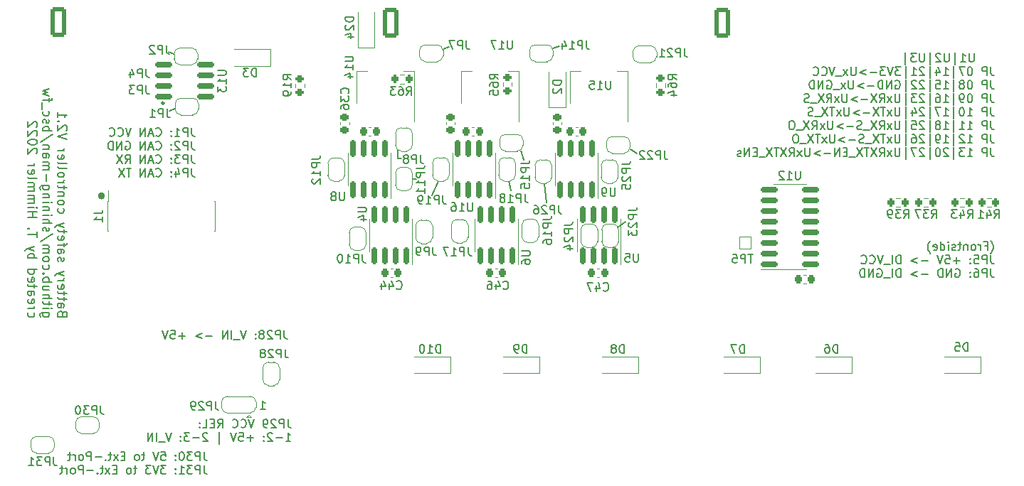
<source format=gbr>
%TF.GenerationSoftware,KiCad,Pcbnew,(6.0.4)*%
%TF.CreationDate,2022-12-17T19:50:06+01:00*%
%TF.ProjectId,bsc,6273632e-6b69-4636-9164-5f7063625858,rev?*%
%TF.SameCoordinates,Original*%
%TF.FileFunction,Legend,Bot*%
%TF.FilePolarity,Positive*%
%FSLAX46Y46*%
G04 Gerber Fmt 4.6, Leading zero omitted, Abs format (unit mm)*
G04 Created by KiCad (PCBNEW (6.0.4)) date 2022-12-17 19:50:06*
%MOMM*%
%LPD*%
G01*
G04 APERTURE LIST*
G04 Aperture macros list*
%AMRoundRect*
0 Rectangle with rounded corners*
0 $1 Rounding radius*
0 $2 $3 $4 $5 $6 $7 $8 $9 X,Y pos of 4 corners*
0 Add a 4 corners polygon primitive as box body*
4,1,4,$2,$3,$4,$5,$6,$7,$8,$9,$2,$3,0*
0 Add four circle primitives for the rounded corners*
1,1,$1+$1,$2,$3*
1,1,$1+$1,$4,$5*
1,1,$1+$1,$6,$7*
1,1,$1+$1,$8,$9*
0 Add four rect primitives between the rounded corners*
20,1,$1+$1,$2,$3,$4,$5,0*
20,1,$1+$1,$4,$5,$6,$7,0*
20,1,$1+$1,$6,$7,$8,$9,0*
20,1,$1+$1,$8,$9,$2,$3,0*%
%AMFreePoly0*
4,1,22,0.500000,-0.750000,0.000000,-0.750000,0.000000,-0.745033,-0.079941,-0.743568,-0.215256,-0.701293,-0.333266,-0.622738,-0.424486,-0.514219,-0.481581,-0.384460,-0.499164,-0.250000,-0.500000,-0.250000,-0.500000,0.250000,-0.499164,0.250000,-0.499963,0.256109,-0.478152,0.396186,-0.417904,0.524511,-0.324060,0.630769,-0.204165,0.706417,-0.067858,0.745374,0.000000,0.744959,0.000000,0.750000,
0.500000,0.750000,0.500000,-0.750000,0.500000,-0.750000,$1*%
%AMFreePoly1*
4,1,20,0.000000,0.744959,0.073905,0.744508,0.209726,0.703889,0.328688,0.626782,0.421226,0.519385,0.479903,0.390333,0.500000,0.250000,0.500000,-0.250000,0.499851,-0.262216,0.476331,-0.402017,0.414519,-0.529596,0.319384,-0.634700,0.198574,-0.708877,0.061801,-0.746166,0.000000,-0.745033,0.000000,-0.750000,-0.500000,-0.750000,-0.500000,0.750000,0.000000,0.750000,0.000000,0.744959,
0.000000,0.744959,$1*%
%AMFreePoly2*
4,1,22,0.550000,-0.750000,0.000000,-0.750000,0.000000,-0.745033,-0.079941,-0.743568,-0.215256,-0.701293,-0.333266,-0.622738,-0.424486,-0.514219,-0.481581,-0.384460,-0.499164,-0.250000,-0.500000,-0.250000,-0.500000,0.250000,-0.499164,0.250000,-0.499963,0.256109,-0.478152,0.396186,-0.417904,0.524511,-0.324060,0.630769,-0.204165,0.706417,-0.067858,0.745374,0.000000,0.744959,0.000000,0.750000,
0.550000,0.750000,0.550000,-0.750000,0.550000,-0.750000,$1*%
%AMFreePoly3*
4,1,20,0.000000,0.744959,0.073905,0.744508,0.209726,0.703889,0.328688,0.626782,0.421226,0.519385,0.479903,0.390333,0.500000,0.250000,0.500000,-0.250000,0.499851,-0.262216,0.476331,-0.402017,0.414519,-0.529596,0.319384,-0.634700,0.198574,-0.708877,0.061801,-0.746166,0.000000,-0.745033,0.000000,-0.750000,-0.550000,-0.750000,-0.550000,0.750000,0.000000,0.750000,0.000000,0.744959,
0.000000,0.744959,$1*%
G04 Aperture macros list end*
%ADD10C,0.150000*%
%ADD11C,0.434210*%
%ADD12C,0.120000*%
%ADD13C,0.283607*%
%ADD14R,1.700000X1.700000*%
%ADD15O,1.700000X1.700000*%
%ADD16C,0.500000*%
%ADD17C,3.200000*%
%ADD18O,2.300000X1.600000*%
%ADD19R,2.250000X1.750000*%
%ADD20O,2.250000X1.750000*%
%ADD21RoundRect,0.250000X-0.650000X-1.550000X0.650000X-1.550000X0.650000X1.550000X-0.650000X1.550000X0*%
%ADD22O,1.800000X3.600000*%
%ADD23R,1.500000X2.300000*%
%ADD24O,1.500000X2.300000*%
%ADD25RoundRect,0.250000X0.650000X1.550000X-0.650000X1.550000X-0.650000X-1.550000X0.650000X-1.550000X0*%
%ADD26FreePoly0,180.000000*%
%ADD27FreePoly1,180.000000*%
%ADD28FreePoly0,90.000000*%
%ADD29FreePoly1,90.000000*%
%ADD30R,1.000000X1.000000*%
%ADD31R,1.300000X1.700000*%
%ADD32RoundRect,0.225000X-0.225000X-0.250000X0.225000X-0.250000X0.225000X0.250000X-0.225000X0.250000X0*%
%ADD33RoundRect,0.150000X0.150000X-0.825000X0.150000X0.825000X-0.150000X0.825000X-0.150000X-0.825000X0*%
%ADD34FreePoly0,0.000000*%
%ADD35FreePoly1,0.000000*%
%ADD36RoundRect,0.225000X0.225000X0.250000X-0.225000X0.250000X-0.225000X-0.250000X0.225000X-0.250000X0*%
%ADD37RoundRect,0.200000X-0.200000X-0.275000X0.200000X-0.275000X0.200000X0.275000X-0.200000X0.275000X0*%
%ADD38RoundRect,0.200000X0.275000X-0.200000X0.275000X0.200000X-0.275000X0.200000X-0.275000X-0.200000X0*%
%ADD39RoundRect,0.225000X-0.250000X0.225000X-0.250000X-0.225000X0.250000X-0.225000X0.250000X0.225000X0*%
%ADD40FreePoly2,180.000000*%
%ADD41R,1.000000X1.500000*%
%ADD42FreePoly3,180.000000*%
%ADD43R,1.500000X2.000000*%
%ADD44R,3.800000X2.000000*%
%ADD45RoundRect,0.150000X-0.825000X-0.150000X0.825000X-0.150000X0.825000X0.150000X-0.825000X0.150000X0*%
%ADD46R,1.700000X1.300000*%
%ADD47R,0.740000X2.400000*%
G04 APERTURE END LIST*
D10*
X75895200Y-53213000D02*
X75895200Y-52209700D01*
X89357200Y-56997600D02*
X89103200Y-55930800D01*
X76365100Y-53213000D02*
X75895200Y-53213000D01*
D11*
X40857105Y-57658000D02*
G75*
G03*
X40857105Y-57658000I-217105J0D01*
G01*
D10*
X90932000Y-53390800D02*
X90525600Y-52273200D01*
X93624400Y-58470800D02*
X93319600Y-56235600D01*
X95097600Y-39801800D02*
X94386400Y-40106600D01*
X81991200Y-39878000D02*
X81305400Y-40157400D01*
X79984600Y-57581800D02*
X80726000Y-55930800D01*
X78079600Y-55676800D02*
X77647800Y-55676800D01*
X49377600Y-47244000D02*
X48768000Y-47498000D01*
X49225200Y-40721000D02*
X48666400Y-40487600D01*
X102108000Y-61417200D02*
X103022400Y-60756800D01*
X104394000Y-52578000D02*
X103581200Y-52120800D01*
X51378690Y-49537380D02*
X51378690Y-50251666D01*
X51426309Y-50394523D01*
X51521547Y-50489761D01*
X51664404Y-50537380D01*
X51759642Y-50537380D01*
X50902500Y-50537380D02*
X50902500Y-49537380D01*
X50521547Y-49537380D01*
X50426309Y-49585000D01*
X50378690Y-49632619D01*
X50331071Y-49727857D01*
X50331071Y-49870714D01*
X50378690Y-49965952D01*
X50426309Y-50013571D01*
X50521547Y-50061190D01*
X50902500Y-50061190D01*
X49378690Y-50537380D02*
X49950119Y-50537380D01*
X49664404Y-50537380D02*
X49664404Y-49537380D01*
X49759642Y-49680238D01*
X49854880Y-49775476D01*
X49950119Y-49823095D01*
X48950119Y-50442142D02*
X48902500Y-50489761D01*
X48950119Y-50537380D01*
X48997738Y-50489761D01*
X48950119Y-50442142D01*
X48950119Y-50537380D01*
X48950119Y-49918333D02*
X48902500Y-49965952D01*
X48950119Y-50013571D01*
X48997738Y-49965952D01*
X48950119Y-49918333D01*
X48950119Y-50013571D01*
X47140595Y-50442142D02*
X47188214Y-50489761D01*
X47331071Y-50537380D01*
X47426309Y-50537380D01*
X47569166Y-50489761D01*
X47664404Y-50394523D01*
X47712023Y-50299285D01*
X47759642Y-50108809D01*
X47759642Y-49965952D01*
X47712023Y-49775476D01*
X47664404Y-49680238D01*
X47569166Y-49585000D01*
X47426309Y-49537380D01*
X47331071Y-49537380D01*
X47188214Y-49585000D01*
X47140595Y-49632619D01*
X46759642Y-50251666D02*
X46283452Y-50251666D01*
X46854880Y-50537380D02*
X46521547Y-49537380D01*
X46188214Y-50537380D01*
X45854880Y-50537380D02*
X45854880Y-49537380D01*
X45283452Y-50537380D01*
X45283452Y-49537380D01*
X44188214Y-49537380D02*
X43854880Y-50537380D01*
X43521547Y-49537380D01*
X42616785Y-50442142D02*
X42664404Y-50489761D01*
X42807261Y-50537380D01*
X42902500Y-50537380D01*
X43045357Y-50489761D01*
X43140595Y-50394523D01*
X43188214Y-50299285D01*
X43235833Y-50108809D01*
X43235833Y-49965952D01*
X43188214Y-49775476D01*
X43140595Y-49680238D01*
X43045357Y-49585000D01*
X42902500Y-49537380D01*
X42807261Y-49537380D01*
X42664404Y-49585000D01*
X42616785Y-49632619D01*
X41616785Y-50442142D02*
X41664404Y-50489761D01*
X41807261Y-50537380D01*
X41902500Y-50537380D01*
X42045357Y-50489761D01*
X42140595Y-50394523D01*
X42188214Y-50299285D01*
X42235833Y-50108809D01*
X42235833Y-49965952D01*
X42188214Y-49775476D01*
X42140595Y-49680238D01*
X42045357Y-49585000D01*
X41902500Y-49537380D01*
X41807261Y-49537380D01*
X41664404Y-49585000D01*
X41616785Y-49632619D01*
X51378690Y-51147380D02*
X51378690Y-51861666D01*
X51426309Y-52004523D01*
X51521547Y-52099761D01*
X51664404Y-52147380D01*
X51759642Y-52147380D01*
X50902500Y-52147380D02*
X50902500Y-51147380D01*
X50521547Y-51147380D01*
X50426309Y-51195000D01*
X50378690Y-51242619D01*
X50331071Y-51337857D01*
X50331071Y-51480714D01*
X50378690Y-51575952D01*
X50426309Y-51623571D01*
X50521547Y-51671190D01*
X50902500Y-51671190D01*
X49950119Y-51242619D02*
X49902500Y-51195000D01*
X49807261Y-51147380D01*
X49569166Y-51147380D01*
X49473928Y-51195000D01*
X49426309Y-51242619D01*
X49378690Y-51337857D01*
X49378690Y-51433095D01*
X49426309Y-51575952D01*
X49997738Y-52147380D01*
X49378690Y-52147380D01*
X48950119Y-52052142D02*
X48902500Y-52099761D01*
X48950119Y-52147380D01*
X48997738Y-52099761D01*
X48950119Y-52052142D01*
X48950119Y-52147380D01*
X48950119Y-51528333D02*
X48902500Y-51575952D01*
X48950119Y-51623571D01*
X48997738Y-51575952D01*
X48950119Y-51528333D01*
X48950119Y-51623571D01*
X47140595Y-52052142D02*
X47188214Y-52099761D01*
X47331071Y-52147380D01*
X47426309Y-52147380D01*
X47569166Y-52099761D01*
X47664404Y-52004523D01*
X47712023Y-51909285D01*
X47759642Y-51718809D01*
X47759642Y-51575952D01*
X47712023Y-51385476D01*
X47664404Y-51290238D01*
X47569166Y-51195000D01*
X47426309Y-51147380D01*
X47331071Y-51147380D01*
X47188214Y-51195000D01*
X47140595Y-51242619D01*
X46759642Y-51861666D02*
X46283452Y-51861666D01*
X46854880Y-52147380D02*
X46521547Y-51147380D01*
X46188214Y-52147380D01*
X45854880Y-52147380D02*
X45854880Y-51147380D01*
X45283452Y-52147380D01*
X45283452Y-51147380D01*
X43521547Y-51195000D02*
X43616785Y-51147380D01*
X43759642Y-51147380D01*
X43902500Y-51195000D01*
X43997738Y-51290238D01*
X44045357Y-51385476D01*
X44092976Y-51575952D01*
X44092976Y-51718809D01*
X44045357Y-51909285D01*
X43997738Y-52004523D01*
X43902500Y-52099761D01*
X43759642Y-52147380D01*
X43664404Y-52147380D01*
X43521547Y-52099761D01*
X43473928Y-52052142D01*
X43473928Y-51718809D01*
X43664404Y-51718809D01*
X43045357Y-52147380D02*
X43045357Y-51147380D01*
X42473928Y-52147380D01*
X42473928Y-51147380D01*
X41997738Y-52147380D02*
X41997738Y-51147380D01*
X41759642Y-51147380D01*
X41616785Y-51195000D01*
X41521547Y-51290238D01*
X41473928Y-51385476D01*
X41426309Y-51575952D01*
X41426309Y-51718809D01*
X41473928Y-51909285D01*
X41521547Y-52004523D01*
X41616785Y-52099761D01*
X41759642Y-52147380D01*
X41997738Y-52147380D01*
X51378690Y-52757380D02*
X51378690Y-53471666D01*
X51426309Y-53614523D01*
X51521547Y-53709761D01*
X51664404Y-53757380D01*
X51759642Y-53757380D01*
X50902500Y-53757380D02*
X50902500Y-52757380D01*
X50521547Y-52757380D01*
X50426309Y-52805000D01*
X50378690Y-52852619D01*
X50331071Y-52947857D01*
X50331071Y-53090714D01*
X50378690Y-53185952D01*
X50426309Y-53233571D01*
X50521547Y-53281190D01*
X50902500Y-53281190D01*
X49997738Y-52757380D02*
X49378690Y-52757380D01*
X49712023Y-53138333D01*
X49569166Y-53138333D01*
X49473928Y-53185952D01*
X49426309Y-53233571D01*
X49378690Y-53328809D01*
X49378690Y-53566904D01*
X49426309Y-53662142D01*
X49473928Y-53709761D01*
X49569166Y-53757380D01*
X49854880Y-53757380D01*
X49950119Y-53709761D01*
X49997738Y-53662142D01*
X48950119Y-53662142D02*
X48902500Y-53709761D01*
X48950119Y-53757380D01*
X48997738Y-53709761D01*
X48950119Y-53662142D01*
X48950119Y-53757380D01*
X48950119Y-53138333D02*
X48902500Y-53185952D01*
X48950119Y-53233571D01*
X48997738Y-53185952D01*
X48950119Y-53138333D01*
X48950119Y-53233571D01*
X47140595Y-53662142D02*
X47188214Y-53709761D01*
X47331071Y-53757380D01*
X47426309Y-53757380D01*
X47569166Y-53709761D01*
X47664404Y-53614523D01*
X47712023Y-53519285D01*
X47759642Y-53328809D01*
X47759642Y-53185952D01*
X47712023Y-52995476D01*
X47664404Y-52900238D01*
X47569166Y-52805000D01*
X47426309Y-52757380D01*
X47331071Y-52757380D01*
X47188214Y-52805000D01*
X47140595Y-52852619D01*
X46759642Y-53471666D02*
X46283452Y-53471666D01*
X46854880Y-53757380D02*
X46521547Y-52757380D01*
X46188214Y-53757380D01*
X45854880Y-53757380D02*
X45854880Y-52757380D01*
X45283452Y-53757380D01*
X45283452Y-52757380D01*
X43473928Y-53757380D02*
X43807261Y-53281190D01*
X44045357Y-53757380D02*
X44045357Y-52757380D01*
X43664404Y-52757380D01*
X43569166Y-52805000D01*
X43521547Y-52852619D01*
X43473928Y-52947857D01*
X43473928Y-53090714D01*
X43521547Y-53185952D01*
X43569166Y-53233571D01*
X43664404Y-53281190D01*
X44045357Y-53281190D01*
X43140595Y-52757380D02*
X42473928Y-53757380D01*
X42473928Y-52757380D02*
X43140595Y-53757380D01*
X51378690Y-54367380D02*
X51378690Y-55081666D01*
X51426309Y-55224523D01*
X51521547Y-55319761D01*
X51664404Y-55367380D01*
X51759642Y-55367380D01*
X50902500Y-55367380D02*
X50902500Y-54367380D01*
X50521547Y-54367380D01*
X50426309Y-54415000D01*
X50378690Y-54462619D01*
X50331071Y-54557857D01*
X50331071Y-54700714D01*
X50378690Y-54795952D01*
X50426309Y-54843571D01*
X50521547Y-54891190D01*
X50902500Y-54891190D01*
X49473928Y-54700714D02*
X49473928Y-55367380D01*
X49712023Y-54319761D02*
X49950119Y-55034047D01*
X49331071Y-55034047D01*
X48950119Y-55272142D02*
X48902500Y-55319761D01*
X48950119Y-55367380D01*
X48997738Y-55319761D01*
X48950119Y-55272142D01*
X48950119Y-55367380D01*
X48950119Y-54748333D02*
X48902500Y-54795952D01*
X48950119Y-54843571D01*
X48997738Y-54795952D01*
X48950119Y-54748333D01*
X48950119Y-54843571D01*
X47140595Y-55272142D02*
X47188214Y-55319761D01*
X47331071Y-55367380D01*
X47426309Y-55367380D01*
X47569166Y-55319761D01*
X47664404Y-55224523D01*
X47712023Y-55129285D01*
X47759642Y-54938809D01*
X47759642Y-54795952D01*
X47712023Y-54605476D01*
X47664404Y-54510238D01*
X47569166Y-54415000D01*
X47426309Y-54367380D01*
X47331071Y-54367380D01*
X47188214Y-54415000D01*
X47140595Y-54462619D01*
X46759642Y-55081666D02*
X46283452Y-55081666D01*
X46854880Y-55367380D02*
X46521547Y-54367380D01*
X46188214Y-55367380D01*
X45854880Y-55367380D02*
X45854880Y-54367380D01*
X45283452Y-55367380D01*
X45283452Y-54367380D01*
X44188214Y-54367380D02*
X43616785Y-54367380D01*
X43902500Y-55367380D02*
X43902500Y-54367380D01*
X43378690Y-54367380D02*
X42712023Y-55367380D01*
X42712023Y-54367380D02*
X43378690Y-55367380D01*
X146444690Y-64501333D02*
X146492309Y-64453714D01*
X146587547Y-64310857D01*
X146635166Y-64215619D01*
X146682785Y-64072761D01*
X146730404Y-63834666D01*
X146730404Y-63644190D01*
X146682785Y-63406095D01*
X146635166Y-63263238D01*
X146587547Y-63168000D01*
X146492309Y-63025142D01*
X146444690Y-62977523D01*
X145730404Y-63596571D02*
X146063738Y-63596571D01*
X146063738Y-64120380D02*
X146063738Y-63120380D01*
X145587547Y-63120380D01*
X145206595Y-64120380D02*
X145206595Y-63453714D01*
X145206595Y-63644190D02*
X145158976Y-63548952D01*
X145111357Y-63501333D01*
X145016119Y-63453714D01*
X144920880Y-63453714D01*
X144444690Y-64120380D02*
X144539928Y-64072761D01*
X144587547Y-64025142D01*
X144635166Y-63929904D01*
X144635166Y-63644190D01*
X144587547Y-63548952D01*
X144539928Y-63501333D01*
X144444690Y-63453714D01*
X144301833Y-63453714D01*
X144206595Y-63501333D01*
X144158976Y-63548952D01*
X144111357Y-63644190D01*
X144111357Y-63929904D01*
X144158976Y-64025142D01*
X144206595Y-64072761D01*
X144301833Y-64120380D01*
X144444690Y-64120380D01*
X143682785Y-63453714D02*
X143682785Y-64120380D01*
X143682785Y-63548952D02*
X143635166Y-63501333D01*
X143539928Y-63453714D01*
X143397071Y-63453714D01*
X143301833Y-63501333D01*
X143254214Y-63596571D01*
X143254214Y-64120380D01*
X142920880Y-63453714D02*
X142539928Y-63453714D01*
X142778023Y-63120380D02*
X142778023Y-63977523D01*
X142730404Y-64072761D01*
X142635166Y-64120380D01*
X142539928Y-64120380D01*
X142254214Y-64072761D02*
X142158976Y-64120380D01*
X141968500Y-64120380D01*
X141873261Y-64072761D01*
X141825642Y-63977523D01*
X141825642Y-63929904D01*
X141873261Y-63834666D01*
X141968500Y-63787047D01*
X142111357Y-63787047D01*
X142206595Y-63739428D01*
X142254214Y-63644190D01*
X142254214Y-63596571D01*
X142206595Y-63501333D01*
X142111357Y-63453714D01*
X141968500Y-63453714D01*
X141873261Y-63501333D01*
X141397071Y-64120380D02*
X141397071Y-63453714D01*
X141397071Y-63120380D02*
X141444690Y-63168000D01*
X141397071Y-63215619D01*
X141349452Y-63168000D01*
X141397071Y-63120380D01*
X141397071Y-63215619D01*
X140492309Y-64120380D02*
X140492309Y-63120380D01*
X140492309Y-64072761D02*
X140587547Y-64120380D01*
X140778023Y-64120380D01*
X140873261Y-64072761D01*
X140920880Y-64025142D01*
X140968500Y-63929904D01*
X140968500Y-63644190D01*
X140920880Y-63548952D01*
X140873261Y-63501333D01*
X140778023Y-63453714D01*
X140587547Y-63453714D01*
X140492309Y-63501333D01*
X139635166Y-64072761D02*
X139730404Y-64120380D01*
X139920880Y-64120380D01*
X140016119Y-64072761D01*
X140063738Y-63977523D01*
X140063738Y-63596571D01*
X140016119Y-63501333D01*
X139920880Y-63453714D01*
X139730404Y-63453714D01*
X139635166Y-63501333D01*
X139587547Y-63596571D01*
X139587547Y-63691809D01*
X140063738Y-63787047D01*
X139254214Y-64501333D02*
X139206595Y-64453714D01*
X139111357Y-64310857D01*
X139063738Y-64215619D01*
X139016119Y-64072761D01*
X138968500Y-63834666D01*
X138968500Y-63644190D01*
X139016119Y-63406095D01*
X139063738Y-63263238D01*
X139111357Y-63168000D01*
X139206595Y-63025142D01*
X139254214Y-62977523D01*
X146444690Y-64730380D02*
X146444690Y-65444666D01*
X146492309Y-65587523D01*
X146587547Y-65682761D01*
X146730404Y-65730380D01*
X146825642Y-65730380D01*
X145968500Y-65730380D02*
X145968500Y-64730380D01*
X145587547Y-64730380D01*
X145492309Y-64778000D01*
X145444690Y-64825619D01*
X145397071Y-64920857D01*
X145397071Y-65063714D01*
X145444690Y-65158952D01*
X145492309Y-65206571D01*
X145587547Y-65254190D01*
X145968500Y-65254190D01*
X144492309Y-64730380D02*
X144968500Y-64730380D01*
X145016119Y-65206571D01*
X144968500Y-65158952D01*
X144873261Y-65111333D01*
X144635166Y-65111333D01*
X144539928Y-65158952D01*
X144492309Y-65206571D01*
X144444690Y-65301809D01*
X144444690Y-65539904D01*
X144492309Y-65635142D01*
X144539928Y-65682761D01*
X144635166Y-65730380D01*
X144873261Y-65730380D01*
X144968500Y-65682761D01*
X145016119Y-65635142D01*
X144016119Y-65635142D02*
X143968500Y-65682761D01*
X144016119Y-65730380D01*
X144063738Y-65682761D01*
X144016119Y-65635142D01*
X144016119Y-65730380D01*
X144016119Y-65111333D02*
X143968500Y-65158952D01*
X144016119Y-65206571D01*
X144063738Y-65158952D01*
X144016119Y-65111333D01*
X144016119Y-65206571D01*
X142778023Y-65349428D02*
X142016119Y-65349428D01*
X142397071Y-65730380D02*
X142397071Y-64968476D01*
X141063738Y-64730380D02*
X141539928Y-64730380D01*
X141587547Y-65206571D01*
X141539928Y-65158952D01*
X141444690Y-65111333D01*
X141206595Y-65111333D01*
X141111357Y-65158952D01*
X141063738Y-65206571D01*
X141016119Y-65301809D01*
X141016119Y-65539904D01*
X141063738Y-65635142D01*
X141111357Y-65682761D01*
X141206595Y-65730380D01*
X141444690Y-65730380D01*
X141539928Y-65682761D01*
X141587547Y-65635142D01*
X140730404Y-64730380D02*
X140397071Y-65730380D01*
X140063738Y-64730380D01*
X138968500Y-65349428D02*
X138206595Y-65349428D01*
X137730404Y-65063714D02*
X136968500Y-65349428D01*
X137730404Y-65635142D01*
X135730404Y-65730380D02*
X135730404Y-64730380D01*
X135492309Y-64730380D01*
X135349452Y-64778000D01*
X135254214Y-64873238D01*
X135206595Y-64968476D01*
X135158976Y-65158952D01*
X135158976Y-65301809D01*
X135206595Y-65492285D01*
X135254214Y-65587523D01*
X135349452Y-65682761D01*
X135492309Y-65730380D01*
X135730404Y-65730380D01*
X134730404Y-65730380D02*
X134730404Y-64730380D01*
X134492309Y-65825619D02*
X133730404Y-65825619D01*
X133635166Y-64730380D02*
X133301833Y-65730380D01*
X132968500Y-64730380D01*
X132063738Y-65635142D02*
X132111357Y-65682761D01*
X132254214Y-65730380D01*
X132349452Y-65730380D01*
X132492309Y-65682761D01*
X132587547Y-65587523D01*
X132635166Y-65492285D01*
X132682785Y-65301809D01*
X132682785Y-65158952D01*
X132635166Y-64968476D01*
X132587547Y-64873238D01*
X132492309Y-64778000D01*
X132349452Y-64730380D01*
X132254214Y-64730380D01*
X132111357Y-64778000D01*
X132063738Y-64825619D01*
X131063738Y-65635142D02*
X131111357Y-65682761D01*
X131254214Y-65730380D01*
X131349452Y-65730380D01*
X131492309Y-65682761D01*
X131587547Y-65587523D01*
X131635166Y-65492285D01*
X131682785Y-65301809D01*
X131682785Y-65158952D01*
X131635166Y-64968476D01*
X131587547Y-64873238D01*
X131492309Y-64778000D01*
X131349452Y-64730380D01*
X131254214Y-64730380D01*
X131111357Y-64778000D01*
X131063738Y-64825619D01*
X146444690Y-66340380D02*
X146444690Y-67054666D01*
X146492309Y-67197523D01*
X146587547Y-67292761D01*
X146730404Y-67340380D01*
X146825642Y-67340380D01*
X145968500Y-67340380D02*
X145968500Y-66340380D01*
X145587547Y-66340380D01*
X145492309Y-66388000D01*
X145444690Y-66435619D01*
X145397071Y-66530857D01*
X145397071Y-66673714D01*
X145444690Y-66768952D01*
X145492309Y-66816571D01*
X145587547Y-66864190D01*
X145968500Y-66864190D01*
X144539928Y-66340380D02*
X144730404Y-66340380D01*
X144825642Y-66388000D01*
X144873261Y-66435619D01*
X144968500Y-66578476D01*
X145016119Y-66768952D01*
X145016119Y-67149904D01*
X144968500Y-67245142D01*
X144920880Y-67292761D01*
X144825642Y-67340380D01*
X144635166Y-67340380D01*
X144539928Y-67292761D01*
X144492309Y-67245142D01*
X144444690Y-67149904D01*
X144444690Y-66911809D01*
X144492309Y-66816571D01*
X144539928Y-66768952D01*
X144635166Y-66721333D01*
X144825642Y-66721333D01*
X144920880Y-66768952D01*
X144968500Y-66816571D01*
X145016119Y-66911809D01*
X144016119Y-67245142D02*
X143968500Y-67292761D01*
X144016119Y-67340380D01*
X144063738Y-67292761D01*
X144016119Y-67245142D01*
X144016119Y-67340380D01*
X144016119Y-66721333D02*
X143968500Y-66768952D01*
X144016119Y-66816571D01*
X144063738Y-66768952D01*
X144016119Y-66721333D01*
X144016119Y-66816571D01*
X142254214Y-66388000D02*
X142349452Y-66340380D01*
X142492309Y-66340380D01*
X142635166Y-66388000D01*
X142730404Y-66483238D01*
X142778023Y-66578476D01*
X142825642Y-66768952D01*
X142825642Y-66911809D01*
X142778023Y-67102285D01*
X142730404Y-67197523D01*
X142635166Y-67292761D01*
X142492309Y-67340380D01*
X142397071Y-67340380D01*
X142254214Y-67292761D01*
X142206595Y-67245142D01*
X142206595Y-66911809D01*
X142397071Y-66911809D01*
X141778023Y-67340380D02*
X141778023Y-66340380D01*
X141206595Y-67340380D01*
X141206595Y-66340380D01*
X140730404Y-67340380D02*
X140730404Y-66340380D01*
X140492309Y-66340380D01*
X140349452Y-66388000D01*
X140254214Y-66483238D01*
X140206595Y-66578476D01*
X140158976Y-66768952D01*
X140158976Y-66911809D01*
X140206595Y-67102285D01*
X140254214Y-67197523D01*
X140349452Y-67292761D01*
X140492309Y-67340380D01*
X140730404Y-67340380D01*
X138968500Y-66959428D02*
X138206595Y-66959428D01*
X137730404Y-66673714D02*
X136968500Y-66959428D01*
X137730404Y-67245142D01*
X135730404Y-67340380D02*
X135730404Y-66340380D01*
X135492309Y-66340380D01*
X135349452Y-66388000D01*
X135254214Y-66483238D01*
X135206595Y-66578476D01*
X135158976Y-66768952D01*
X135158976Y-66911809D01*
X135206595Y-67102285D01*
X135254214Y-67197523D01*
X135349452Y-67292761D01*
X135492309Y-67340380D01*
X135730404Y-67340380D01*
X134730404Y-67340380D02*
X134730404Y-66340380D01*
X134492309Y-67435619D02*
X133730404Y-67435619D01*
X132968500Y-66388000D02*
X133063738Y-66340380D01*
X133206595Y-66340380D01*
X133349452Y-66388000D01*
X133444690Y-66483238D01*
X133492309Y-66578476D01*
X133539928Y-66768952D01*
X133539928Y-66911809D01*
X133492309Y-67102285D01*
X133444690Y-67197523D01*
X133349452Y-67292761D01*
X133206595Y-67340380D01*
X133111357Y-67340380D01*
X132968500Y-67292761D01*
X132920880Y-67245142D01*
X132920880Y-66911809D01*
X133111357Y-66911809D01*
X132492309Y-67340380D02*
X132492309Y-66340380D01*
X131920880Y-67340380D01*
X131920880Y-66340380D01*
X131444690Y-67340380D02*
X131444690Y-66340380D01*
X131206595Y-66340380D01*
X131063738Y-66388000D01*
X130968500Y-66483238D01*
X130920880Y-66578476D01*
X130873261Y-66768952D01*
X130873261Y-66911809D01*
X130920880Y-67102285D01*
X130968500Y-67197523D01*
X131063738Y-67292761D01*
X131206595Y-67340380D01*
X131444690Y-67340380D01*
X62827890Y-84270780D02*
X62827890Y-84985066D01*
X62875509Y-85127923D01*
X62970747Y-85223161D01*
X63113604Y-85270780D01*
X63208842Y-85270780D01*
X62351700Y-85270780D02*
X62351700Y-84270780D01*
X61970747Y-84270780D01*
X61875509Y-84318400D01*
X61827890Y-84366019D01*
X61780271Y-84461257D01*
X61780271Y-84604114D01*
X61827890Y-84699352D01*
X61875509Y-84746971D01*
X61970747Y-84794590D01*
X62351700Y-84794590D01*
X61399319Y-84366019D02*
X61351700Y-84318400D01*
X61256461Y-84270780D01*
X61018366Y-84270780D01*
X60923128Y-84318400D01*
X60875509Y-84366019D01*
X60827890Y-84461257D01*
X60827890Y-84556495D01*
X60875509Y-84699352D01*
X61446938Y-85270780D01*
X60827890Y-85270780D01*
X60351700Y-85270780D02*
X60161223Y-85270780D01*
X60065985Y-85223161D01*
X60018366Y-85175542D01*
X59923128Y-85032685D01*
X59875509Y-84842209D01*
X59875509Y-84461257D01*
X59923128Y-84366019D01*
X59970747Y-84318400D01*
X60065985Y-84270780D01*
X60256461Y-84270780D01*
X60351700Y-84318400D01*
X60399319Y-84366019D01*
X60446938Y-84461257D01*
X60446938Y-84699352D01*
X60399319Y-84794590D01*
X60351700Y-84842209D01*
X60256461Y-84889828D01*
X60065985Y-84889828D01*
X59970747Y-84842209D01*
X59923128Y-84794590D01*
X59875509Y-84699352D01*
X58827890Y-84270780D02*
X58494557Y-85270780D01*
X58161223Y-84270780D01*
X57256461Y-85175542D02*
X57304080Y-85223161D01*
X57446938Y-85270780D01*
X57542176Y-85270780D01*
X57685033Y-85223161D01*
X57780271Y-85127923D01*
X57827890Y-85032685D01*
X57875509Y-84842209D01*
X57875509Y-84699352D01*
X57827890Y-84508876D01*
X57780271Y-84413638D01*
X57685033Y-84318400D01*
X57542176Y-84270780D01*
X57446938Y-84270780D01*
X57304080Y-84318400D01*
X57256461Y-84366019D01*
X56256461Y-85175542D02*
X56304080Y-85223161D01*
X56446938Y-85270780D01*
X56542176Y-85270780D01*
X56685033Y-85223161D01*
X56780271Y-85127923D01*
X56827890Y-85032685D01*
X56875509Y-84842209D01*
X56875509Y-84699352D01*
X56827890Y-84508876D01*
X56780271Y-84413638D01*
X56685033Y-84318400D01*
X56542176Y-84270780D01*
X56446938Y-84270780D01*
X56304080Y-84318400D01*
X56256461Y-84366019D01*
X54494557Y-85270780D02*
X54827890Y-84794590D01*
X55065985Y-85270780D02*
X55065985Y-84270780D01*
X54685033Y-84270780D01*
X54589795Y-84318400D01*
X54542176Y-84366019D01*
X54494557Y-84461257D01*
X54494557Y-84604114D01*
X54542176Y-84699352D01*
X54589795Y-84746971D01*
X54685033Y-84794590D01*
X55065985Y-84794590D01*
X54065985Y-84746971D02*
X53732652Y-84746971D01*
X53589795Y-85270780D02*
X54065985Y-85270780D01*
X54065985Y-84270780D01*
X53589795Y-84270780D01*
X52685033Y-85270780D02*
X53161223Y-85270780D01*
X53161223Y-84270780D01*
X52351700Y-85175542D02*
X52304080Y-85223161D01*
X52351700Y-85270780D01*
X52399319Y-85223161D01*
X52351700Y-85175542D01*
X52351700Y-85270780D01*
X52351700Y-84651733D02*
X52304080Y-84699352D01*
X52351700Y-84746971D01*
X52399319Y-84699352D01*
X52351700Y-84651733D01*
X52351700Y-84746971D01*
X62589795Y-86880780D02*
X63161223Y-86880780D01*
X62875509Y-86880780D02*
X62875509Y-85880780D01*
X62970747Y-86023638D01*
X63065985Y-86118876D01*
X63161223Y-86166495D01*
X62161223Y-86499828D02*
X61399319Y-86499828D01*
X60970747Y-85976019D02*
X60923128Y-85928400D01*
X60827890Y-85880780D01*
X60589795Y-85880780D01*
X60494557Y-85928400D01*
X60446938Y-85976019D01*
X60399319Y-86071257D01*
X60399319Y-86166495D01*
X60446938Y-86309352D01*
X61018366Y-86880780D01*
X60399319Y-86880780D01*
X59970747Y-86785542D02*
X59923128Y-86833161D01*
X59970747Y-86880780D01*
X60018366Y-86833161D01*
X59970747Y-86785542D01*
X59970747Y-86880780D01*
X59970747Y-86261733D02*
X59923128Y-86309352D01*
X59970747Y-86356971D01*
X60018366Y-86309352D01*
X59970747Y-86261733D01*
X59970747Y-86356971D01*
X58732652Y-86499828D02*
X57970747Y-86499828D01*
X58351700Y-86880780D02*
X58351700Y-86118876D01*
X57018366Y-85880780D02*
X57494557Y-85880780D01*
X57542176Y-86356971D01*
X57494557Y-86309352D01*
X57399319Y-86261733D01*
X57161223Y-86261733D01*
X57065985Y-86309352D01*
X57018366Y-86356971D01*
X56970747Y-86452209D01*
X56970747Y-86690304D01*
X57018366Y-86785542D01*
X57065985Y-86833161D01*
X57161223Y-86880780D01*
X57399319Y-86880780D01*
X57494557Y-86833161D01*
X57542176Y-86785542D01*
X56685033Y-85880780D02*
X56351700Y-86880780D01*
X56018366Y-85880780D01*
X54685033Y-87214114D02*
X54685033Y-85785542D01*
X53256461Y-85976019D02*
X53208842Y-85928400D01*
X53113604Y-85880780D01*
X52875509Y-85880780D01*
X52780271Y-85928400D01*
X52732652Y-85976019D01*
X52685033Y-86071257D01*
X52685033Y-86166495D01*
X52732652Y-86309352D01*
X53304080Y-86880780D01*
X52685033Y-86880780D01*
X52256461Y-86499828D02*
X51494557Y-86499828D01*
X51113604Y-85880780D02*
X50494557Y-85880780D01*
X50827890Y-86261733D01*
X50685033Y-86261733D01*
X50589795Y-86309352D01*
X50542176Y-86356971D01*
X50494557Y-86452209D01*
X50494557Y-86690304D01*
X50542176Y-86785542D01*
X50589795Y-86833161D01*
X50685033Y-86880780D01*
X50970747Y-86880780D01*
X51065985Y-86833161D01*
X51113604Y-86785542D01*
X50065985Y-86785542D02*
X50018366Y-86833161D01*
X50065985Y-86880780D01*
X50113604Y-86833161D01*
X50065985Y-86785542D01*
X50065985Y-86880780D01*
X50065985Y-86261733D02*
X50018366Y-86309352D01*
X50065985Y-86356971D01*
X50113604Y-86309352D01*
X50065985Y-86261733D01*
X50065985Y-86356971D01*
X48970747Y-85880780D02*
X48637414Y-86880780D01*
X48304080Y-85880780D01*
X48208842Y-86976019D02*
X47446938Y-86976019D01*
X47208842Y-86880780D02*
X47208842Y-85880780D01*
X46732652Y-86880780D02*
X46732652Y-85880780D01*
X46161223Y-86880780D01*
X46161223Y-85880780D01*
X52845690Y-88156980D02*
X52845690Y-88871266D01*
X52893309Y-89014123D01*
X52988547Y-89109361D01*
X53131404Y-89156980D01*
X53226642Y-89156980D01*
X52369500Y-89156980D02*
X52369500Y-88156980D01*
X51988547Y-88156980D01*
X51893309Y-88204600D01*
X51845690Y-88252219D01*
X51798071Y-88347457D01*
X51798071Y-88490314D01*
X51845690Y-88585552D01*
X51893309Y-88633171D01*
X51988547Y-88680790D01*
X52369500Y-88680790D01*
X51464738Y-88156980D02*
X50845690Y-88156980D01*
X51179023Y-88537933D01*
X51036166Y-88537933D01*
X50940928Y-88585552D01*
X50893309Y-88633171D01*
X50845690Y-88728409D01*
X50845690Y-88966504D01*
X50893309Y-89061742D01*
X50940928Y-89109361D01*
X51036166Y-89156980D01*
X51321880Y-89156980D01*
X51417119Y-89109361D01*
X51464738Y-89061742D01*
X50226642Y-88156980D02*
X50131404Y-88156980D01*
X50036166Y-88204600D01*
X49988547Y-88252219D01*
X49940928Y-88347457D01*
X49893309Y-88537933D01*
X49893309Y-88776028D01*
X49940928Y-88966504D01*
X49988547Y-89061742D01*
X50036166Y-89109361D01*
X50131404Y-89156980D01*
X50226642Y-89156980D01*
X50321880Y-89109361D01*
X50369500Y-89061742D01*
X50417119Y-88966504D01*
X50464738Y-88776028D01*
X50464738Y-88537933D01*
X50417119Y-88347457D01*
X50369500Y-88252219D01*
X50321880Y-88204600D01*
X50226642Y-88156980D01*
X49464738Y-89061742D02*
X49417119Y-89109361D01*
X49464738Y-89156980D01*
X49512357Y-89109361D01*
X49464738Y-89061742D01*
X49464738Y-89156980D01*
X49464738Y-88537933D02*
X49417119Y-88585552D01*
X49464738Y-88633171D01*
X49512357Y-88585552D01*
X49464738Y-88537933D01*
X49464738Y-88633171D01*
X47750452Y-88156980D02*
X48226642Y-88156980D01*
X48274261Y-88633171D01*
X48226642Y-88585552D01*
X48131404Y-88537933D01*
X47893309Y-88537933D01*
X47798071Y-88585552D01*
X47750452Y-88633171D01*
X47702833Y-88728409D01*
X47702833Y-88966504D01*
X47750452Y-89061742D01*
X47798071Y-89109361D01*
X47893309Y-89156980D01*
X48131404Y-89156980D01*
X48226642Y-89109361D01*
X48274261Y-89061742D01*
X47417119Y-88156980D02*
X47083785Y-89156980D01*
X46750452Y-88156980D01*
X45798071Y-88490314D02*
X45417119Y-88490314D01*
X45655214Y-88156980D02*
X45655214Y-89014123D01*
X45607595Y-89109361D01*
X45512357Y-89156980D01*
X45417119Y-89156980D01*
X44940928Y-89156980D02*
X45036166Y-89109361D01*
X45083785Y-89061742D01*
X45131404Y-88966504D01*
X45131404Y-88680790D01*
X45083785Y-88585552D01*
X45036166Y-88537933D01*
X44940928Y-88490314D01*
X44798071Y-88490314D01*
X44702833Y-88537933D01*
X44655214Y-88585552D01*
X44607595Y-88680790D01*
X44607595Y-88966504D01*
X44655214Y-89061742D01*
X44702833Y-89109361D01*
X44798071Y-89156980D01*
X44940928Y-89156980D01*
X43417119Y-88633171D02*
X43083785Y-88633171D01*
X42940928Y-89156980D02*
X43417119Y-89156980D01*
X43417119Y-88156980D01*
X42940928Y-88156980D01*
X42607595Y-89156980D02*
X42083785Y-88490314D01*
X42607595Y-88490314D02*
X42083785Y-89156980D01*
X41845690Y-88490314D02*
X41464738Y-88490314D01*
X41702833Y-88156980D02*
X41702833Y-89014123D01*
X41655214Y-89109361D01*
X41559976Y-89156980D01*
X41464738Y-89156980D01*
X41131404Y-89061742D02*
X41083785Y-89109361D01*
X41131404Y-89156980D01*
X41179023Y-89109361D01*
X41131404Y-89061742D01*
X41131404Y-89156980D01*
X40655214Y-88776028D02*
X39893309Y-88776028D01*
X39417119Y-89156980D02*
X39417119Y-88156980D01*
X39036166Y-88156980D01*
X38940928Y-88204600D01*
X38893309Y-88252219D01*
X38845690Y-88347457D01*
X38845690Y-88490314D01*
X38893309Y-88585552D01*
X38940928Y-88633171D01*
X39036166Y-88680790D01*
X39417119Y-88680790D01*
X38274261Y-89156980D02*
X38369500Y-89109361D01*
X38417119Y-89061742D01*
X38464738Y-88966504D01*
X38464738Y-88680790D01*
X38417119Y-88585552D01*
X38369500Y-88537933D01*
X38274261Y-88490314D01*
X38131404Y-88490314D01*
X38036166Y-88537933D01*
X37988547Y-88585552D01*
X37940928Y-88680790D01*
X37940928Y-88966504D01*
X37988547Y-89061742D01*
X38036166Y-89109361D01*
X38131404Y-89156980D01*
X38274261Y-89156980D01*
X37512357Y-89156980D02*
X37512357Y-88490314D01*
X37512357Y-88680790D02*
X37464738Y-88585552D01*
X37417119Y-88537933D01*
X37321880Y-88490314D01*
X37226642Y-88490314D01*
X37036166Y-88490314D02*
X36655214Y-88490314D01*
X36893309Y-88156980D02*
X36893309Y-89014123D01*
X36845690Y-89109361D01*
X36750452Y-89156980D01*
X36655214Y-89156980D01*
X52845690Y-89766980D02*
X52845690Y-90481266D01*
X52893309Y-90624123D01*
X52988547Y-90719361D01*
X53131404Y-90766980D01*
X53226642Y-90766980D01*
X52369500Y-90766980D02*
X52369500Y-89766980D01*
X51988547Y-89766980D01*
X51893309Y-89814600D01*
X51845690Y-89862219D01*
X51798071Y-89957457D01*
X51798071Y-90100314D01*
X51845690Y-90195552D01*
X51893309Y-90243171D01*
X51988547Y-90290790D01*
X52369500Y-90290790D01*
X51464738Y-89766980D02*
X50845690Y-89766980D01*
X51179023Y-90147933D01*
X51036166Y-90147933D01*
X50940928Y-90195552D01*
X50893309Y-90243171D01*
X50845690Y-90338409D01*
X50845690Y-90576504D01*
X50893309Y-90671742D01*
X50940928Y-90719361D01*
X51036166Y-90766980D01*
X51321880Y-90766980D01*
X51417119Y-90719361D01*
X51464738Y-90671742D01*
X49893309Y-90766980D02*
X50464738Y-90766980D01*
X50179023Y-90766980D02*
X50179023Y-89766980D01*
X50274261Y-89909838D01*
X50369500Y-90005076D01*
X50464738Y-90052695D01*
X49464738Y-90671742D02*
X49417119Y-90719361D01*
X49464738Y-90766980D01*
X49512357Y-90719361D01*
X49464738Y-90671742D01*
X49464738Y-90766980D01*
X49464738Y-90147933D02*
X49417119Y-90195552D01*
X49464738Y-90243171D01*
X49512357Y-90195552D01*
X49464738Y-90147933D01*
X49464738Y-90243171D01*
X48321880Y-89766980D02*
X47702833Y-89766980D01*
X48036166Y-90147933D01*
X47893309Y-90147933D01*
X47798071Y-90195552D01*
X47750452Y-90243171D01*
X47702833Y-90338409D01*
X47702833Y-90576504D01*
X47750452Y-90671742D01*
X47798071Y-90719361D01*
X47893309Y-90766980D01*
X48179023Y-90766980D01*
X48274261Y-90719361D01*
X48321880Y-90671742D01*
X47417119Y-89766980D02*
X47083785Y-90766980D01*
X46750452Y-89766980D01*
X46512357Y-89766980D02*
X45893309Y-89766980D01*
X46226642Y-90147933D01*
X46083785Y-90147933D01*
X45988547Y-90195552D01*
X45940928Y-90243171D01*
X45893309Y-90338409D01*
X45893309Y-90576504D01*
X45940928Y-90671742D01*
X45988547Y-90719361D01*
X46083785Y-90766980D01*
X46369500Y-90766980D01*
X46464738Y-90719361D01*
X46512357Y-90671742D01*
X44845690Y-90100314D02*
X44464738Y-90100314D01*
X44702833Y-89766980D02*
X44702833Y-90624123D01*
X44655214Y-90719361D01*
X44559976Y-90766980D01*
X44464738Y-90766980D01*
X43988547Y-90766980D02*
X44083785Y-90719361D01*
X44131404Y-90671742D01*
X44179023Y-90576504D01*
X44179023Y-90290790D01*
X44131404Y-90195552D01*
X44083785Y-90147933D01*
X43988547Y-90100314D01*
X43845690Y-90100314D01*
X43750452Y-90147933D01*
X43702833Y-90195552D01*
X43655214Y-90290790D01*
X43655214Y-90576504D01*
X43702833Y-90671742D01*
X43750452Y-90719361D01*
X43845690Y-90766980D01*
X43988547Y-90766980D01*
X42464738Y-90243171D02*
X42131404Y-90243171D01*
X41988547Y-90766980D02*
X42464738Y-90766980D01*
X42464738Y-89766980D01*
X41988547Y-89766980D01*
X41655214Y-90766980D02*
X41131404Y-90100314D01*
X41655214Y-90100314D02*
X41131404Y-90766980D01*
X40893309Y-90100314D02*
X40512357Y-90100314D01*
X40750452Y-89766980D02*
X40750452Y-90624123D01*
X40702833Y-90719361D01*
X40607595Y-90766980D01*
X40512357Y-90766980D01*
X40179023Y-90671742D02*
X40131404Y-90719361D01*
X40179023Y-90766980D01*
X40226642Y-90719361D01*
X40179023Y-90671742D01*
X40179023Y-90766980D01*
X39702833Y-90386028D02*
X38940928Y-90386028D01*
X38464738Y-90766980D02*
X38464738Y-89766980D01*
X38083785Y-89766980D01*
X37988547Y-89814600D01*
X37940928Y-89862219D01*
X37893309Y-89957457D01*
X37893309Y-90100314D01*
X37940928Y-90195552D01*
X37988547Y-90243171D01*
X38083785Y-90290790D01*
X38464738Y-90290790D01*
X37321880Y-90766980D02*
X37417119Y-90719361D01*
X37464738Y-90671742D01*
X37512357Y-90576504D01*
X37512357Y-90290790D01*
X37464738Y-90195552D01*
X37417119Y-90147933D01*
X37321880Y-90100314D01*
X37179023Y-90100314D01*
X37083785Y-90147933D01*
X37036166Y-90195552D01*
X36988547Y-90290790D01*
X36988547Y-90576504D01*
X37036166Y-90671742D01*
X37083785Y-90719361D01*
X37179023Y-90766980D01*
X37321880Y-90766980D01*
X36559976Y-90766980D02*
X36559976Y-90100314D01*
X36559976Y-90290790D02*
X36512357Y-90195552D01*
X36464738Y-90147933D01*
X36369500Y-90100314D01*
X36274261Y-90100314D01*
X36083785Y-90100314D02*
X35702833Y-90100314D01*
X35940928Y-89766980D02*
X35940928Y-90624123D01*
X35893309Y-90719361D01*
X35798071Y-90766980D01*
X35702833Y-90766980D01*
X36037971Y-71663928D02*
X35985590Y-71506785D01*
X35933209Y-71454404D01*
X35828447Y-71402023D01*
X35671304Y-71402023D01*
X35566542Y-71454404D01*
X35514161Y-71506785D01*
X35461780Y-71611547D01*
X35461780Y-72030595D01*
X36561780Y-72030595D01*
X36561780Y-71663928D01*
X36509400Y-71559166D01*
X36457019Y-71506785D01*
X36352257Y-71454404D01*
X36247495Y-71454404D01*
X36142733Y-71506785D01*
X36090352Y-71559166D01*
X36037971Y-71663928D01*
X36037971Y-72030595D01*
X35461780Y-70459166D02*
X36037971Y-70459166D01*
X36142733Y-70511547D01*
X36195114Y-70616309D01*
X36195114Y-70825833D01*
X36142733Y-70930595D01*
X35514161Y-70459166D02*
X35461780Y-70563928D01*
X35461780Y-70825833D01*
X35514161Y-70930595D01*
X35618923Y-70982976D01*
X35723685Y-70982976D01*
X35828447Y-70930595D01*
X35880828Y-70825833D01*
X35880828Y-70563928D01*
X35933209Y-70459166D01*
X36195114Y-70092500D02*
X36195114Y-69673452D01*
X36561780Y-69935357D02*
X35618923Y-69935357D01*
X35514161Y-69882976D01*
X35461780Y-69778214D01*
X35461780Y-69673452D01*
X36195114Y-69463928D02*
X36195114Y-69044880D01*
X36561780Y-69306785D02*
X35618923Y-69306785D01*
X35514161Y-69254404D01*
X35461780Y-69149642D01*
X35461780Y-69044880D01*
X35514161Y-68259166D02*
X35461780Y-68363928D01*
X35461780Y-68573452D01*
X35514161Y-68678214D01*
X35618923Y-68730595D01*
X36037971Y-68730595D01*
X36142733Y-68678214D01*
X36195114Y-68573452D01*
X36195114Y-68363928D01*
X36142733Y-68259166D01*
X36037971Y-68206785D01*
X35933209Y-68206785D01*
X35828447Y-68730595D01*
X35461780Y-67735357D02*
X36195114Y-67735357D01*
X35985590Y-67735357D02*
X36090352Y-67682976D01*
X36142733Y-67630595D01*
X36195114Y-67525833D01*
X36195114Y-67421071D01*
X36195114Y-67159166D02*
X35461780Y-66897261D01*
X36195114Y-66635357D02*
X35461780Y-66897261D01*
X35199876Y-67002023D01*
X35147495Y-67054404D01*
X35095114Y-67159166D01*
X35514161Y-65430595D02*
X35461780Y-65325833D01*
X35461780Y-65116309D01*
X35514161Y-65011547D01*
X35618923Y-64959166D01*
X35671304Y-64959166D01*
X35776066Y-65011547D01*
X35828447Y-65116309D01*
X35828447Y-65273452D01*
X35880828Y-65378214D01*
X35985590Y-65430595D01*
X36037971Y-65430595D01*
X36142733Y-65378214D01*
X36195114Y-65273452D01*
X36195114Y-65116309D01*
X36142733Y-65011547D01*
X35461780Y-64016309D02*
X36037971Y-64016309D01*
X36142733Y-64068690D01*
X36195114Y-64173452D01*
X36195114Y-64382976D01*
X36142733Y-64487738D01*
X35514161Y-64016309D02*
X35461780Y-64121071D01*
X35461780Y-64382976D01*
X35514161Y-64487738D01*
X35618923Y-64540119D01*
X35723685Y-64540119D01*
X35828447Y-64487738D01*
X35880828Y-64382976D01*
X35880828Y-64121071D01*
X35933209Y-64016309D01*
X36195114Y-63649642D02*
X36195114Y-63230595D01*
X35461780Y-63492500D02*
X36404638Y-63492500D01*
X36509400Y-63440119D01*
X36561780Y-63335357D01*
X36561780Y-63230595D01*
X35514161Y-62444880D02*
X35461780Y-62549642D01*
X35461780Y-62759166D01*
X35514161Y-62863928D01*
X35618923Y-62916309D01*
X36037971Y-62916309D01*
X36142733Y-62863928D01*
X36195114Y-62759166D01*
X36195114Y-62549642D01*
X36142733Y-62444880D01*
X36037971Y-62392500D01*
X35933209Y-62392500D01*
X35828447Y-62916309D01*
X36195114Y-62078214D02*
X36195114Y-61659166D01*
X36561780Y-61921071D02*
X35618923Y-61921071D01*
X35514161Y-61868690D01*
X35461780Y-61763928D01*
X35461780Y-61659166D01*
X36195114Y-61397261D02*
X35461780Y-61135357D01*
X36195114Y-60873452D02*
X35461780Y-61135357D01*
X35199876Y-61240119D01*
X35147495Y-61292500D01*
X35095114Y-61397261D01*
X35514161Y-59144880D02*
X35461780Y-59249642D01*
X35461780Y-59459166D01*
X35514161Y-59563928D01*
X35566542Y-59616309D01*
X35671304Y-59668690D01*
X35985590Y-59668690D01*
X36090352Y-59616309D01*
X36142733Y-59563928D01*
X36195114Y-59459166D01*
X36195114Y-59249642D01*
X36142733Y-59144880D01*
X35461780Y-58516309D02*
X35514161Y-58621071D01*
X35566542Y-58673452D01*
X35671304Y-58725833D01*
X35985590Y-58725833D01*
X36090352Y-58673452D01*
X36142733Y-58621071D01*
X36195114Y-58516309D01*
X36195114Y-58359166D01*
X36142733Y-58254404D01*
X36090352Y-58202023D01*
X35985590Y-58149642D01*
X35671304Y-58149642D01*
X35566542Y-58202023D01*
X35514161Y-58254404D01*
X35461780Y-58359166D01*
X35461780Y-58516309D01*
X36195114Y-57678214D02*
X35461780Y-57678214D01*
X36090352Y-57678214D02*
X36142733Y-57625833D01*
X36195114Y-57521071D01*
X36195114Y-57363928D01*
X36142733Y-57259166D01*
X36037971Y-57206785D01*
X35461780Y-57206785D01*
X36195114Y-56840119D02*
X36195114Y-56421071D01*
X36561780Y-56682976D02*
X35618923Y-56682976D01*
X35514161Y-56630595D01*
X35461780Y-56525833D01*
X35461780Y-56421071D01*
X35461780Y-56054404D02*
X36195114Y-56054404D01*
X35985590Y-56054404D02*
X36090352Y-56002023D01*
X36142733Y-55949642D01*
X36195114Y-55844880D01*
X36195114Y-55740119D01*
X35461780Y-55216309D02*
X35514161Y-55321071D01*
X35566542Y-55373452D01*
X35671304Y-55425833D01*
X35985590Y-55425833D01*
X36090352Y-55373452D01*
X36142733Y-55321071D01*
X36195114Y-55216309D01*
X36195114Y-55059166D01*
X36142733Y-54954404D01*
X36090352Y-54902023D01*
X35985590Y-54849642D01*
X35671304Y-54849642D01*
X35566542Y-54902023D01*
X35514161Y-54954404D01*
X35461780Y-55059166D01*
X35461780Y-55216309D01*
X35461780Y-54221071D02*
X35514161Y-54325833D01*
X35618923Y-54378214D01*
X36561780Y-54378214D01*
X35461780Y-53644880D02*
X35514161Y-53749642D01*
X35618923Y-53802023D01*
X36561780Y-53802023D01*
X35514161Y-52806785D02*
X35461780Y-52911547D01*
X35461780Y-53121071D01*
X35514161Y-53225833D01*
X35618923Y-53278214D01*
X36037971Y-53278214D01*
X36142733Y-53225833D01*
X36195114Y-53121071D01*
X36195114Y-52911547D01*
X36142733Y-52806785D01*
X36037971Y-52754404D01*
X35933209Y-52754404D01*
X35828447Y-53278214D01*
X35461780Y-52282976D02*
X36195114Y-52282976D01*
X35985590Y-52282976D02*
X36090352Y-52230595D01*
X36142733Y-52178214D01*
X36195114Y-52073452D01*
X36195114Y-51968690D01*
X36561780Y-50921071D02*
X35461780Y-50554404D01*
X36561780Y-50187738D01*
X36457019Y-49873452D02*
X36509400Y-49821071D01*
X36561780Y-49716309D01*
X36561780Y-49454404D01*
X36509400Y-49349642D01*
X36457019Y-49297261D01*
X36352257Y-49244880D01*
X36247495Y-49244880D01*
X36090352Y-49297261D01*
X35461780Y-49925833D01*
X35461780Y-49244880D01*
X35566542Y-48773452D02*
X35514161Y-48721071D01*
X35461780Y-48773452D01*
X35514161Y-48825833D01*
X35566542Y-48773452D01*
X35461780Y-48773452D01*
X35461780Y-47673452D02*
X35461780Y-48302023D01*
X35461780Y-47987738D02*
X36561780Y-47987738D01*
X36404638Y-48092500D01*
X36299876Y-48197261D01*
X36247495Y-48302023D01*
X34424114Y-71559166D02*
X33533638Y-71559166D01*
X33428876Y-71611547D01*
X33376495Y-71663928D01*
X33324114Y-71768690D01*
X33324114Y-71925833D01*
X33376495Y-72030595D01*
X33743161Y-71559166D02*
X33690780Y-71663928D01*
X33690780Y-71873452D01*
X33743161Y-71978214D01*
X33795542Y-72030595D01*
X33900304Y-72082976D01*
X34214590Y-72082976D01*
X34319352Y-72030595D01*
X34371733Y-71978214D01*
X34424114Y-71873452D01*
X34424114Y-71663928D01*
X34371733Y-71559166D01*
X33690780Y-71035357D02*
X34424114Y-71035357D01*
X34790780Y-71035357D02*
X34738400Y-71087738D01*
X34686019Y-71035357D01*
X34738400Y-70982976D01*
X34790780Y-71035357D01*
X34686019Y-71035357D01*
X34424114Y-70668690D02*
X34424114Y-70249642D01*
X34790780Y-70511547D02*
X33847923Y-70511547D01*
X33743161Y-70459166D01*
X33690780Y-70354404D01*
X33690780Y-70249642D01*
X33690780Y-69882976D02*
X34790780Y-69882976D01*
X33690780Y-69411547D02*
X34266971Y-69411547D01*
X34371733Y-69463928D01*
X34424114Y-69568690D01*
X34424114Y-69725833D01*
X34371733Y-69830595D01*
X34319352Y-69882976D01*
X34424114Y-68416309D02*
X33690780Y-68416309D01*
X34424114Y-68887738D02*
X33847923Y-68887738D01*
X33743161Y-68835357D01*
X33690780Y-68730595D01*
X33690780Y-68573452D01*
X33743161Y-68468690D01*
X33795542Y-68416309D01*
X33690780Y-67892500D02*
X34790780Y-67892500D01*
X34371733Y-67892500D02*
X34424114Y-67787738D01*
X34424114Y-67578214D01*
X34371733Y-67473452D01*
X34319352Y-67421071D01*
X34214590Y-67368690D01*
X33900304Y-67368690D01*
X33795542Y-67421071D01*
X33743161Y-67473452D01*
X33690780Y-67578214D01*
X33690780Y-67787738D01*
X33743161Y-67892500D01*
X33795542Y-66897261D02*
X33743161Y-66844880D01*
X33690780Y-66897261D01*
X33743161Y-66949642D01*
X33795542Y-66897261D01*
X33690780Y-66897261D01*
X33743161Y-65902023D02*
X33690780Y-66006785D01*
X33690780Y-66216309D01*
X33743161Y-66321071D01*
X33795542Y-66373452D01*
X33900304Y-66425833D01*
X34214590Y-66425833D01*
X34319352Y-66373452D01*
X34371733Y-66321071D01*
X34424114Y-66216309D01*
X34424114Y-66006785D01*
X34371733Y-65902023D01*
X33690780Y-65273452D02*
X33743161Y-65378214D01*
X33795542Y-65430595D01*
X33900304Y-65482976D01*
X34214590Y-65482976D01*
X34319352Y-65430595D01*
X34371733Y-65378214D01*
X34424114Y-65273452D01*
X34424114Y-65116309D01*
X34371733Y-65011547D01*
X34319352Y-64959166D01*
X34214590Y-64906785D01*
X33900304Y-64906785D01*
X33795542Y-64959166D01*
X33743161Y-65011547D01*
X33690780Y-65116309D01*
X33690780Y-65273452D01*
X33690780Y-64435357D02*
X34424114Y-64435357D01*
X34319352Y-64435357D02*
X34371733Y-64382976D01*
X34424114Y-64278214D01*
X34424114Y-64121071D01*
X34371733Y-64016309D01*
X34266971Y-63963928D01*
X33690780Y-63963928D01*
X34266971Y-63963928D02*
X34371733Y-63911547D01*
X34424114Y-63806785D01*
X34424114Y-63649642D01*
X34371733Y-63544880D01*
X34266971Y-63492500D01*
X33690780Y-63492500D01*
X34843161Y-62182976D02*
X33428876Y-63125833D01*
X33743161Y-61868690D02*
X33690780Y-61763928D01*
X33690780Y-61554404D01*
X33743161Y-61449642D01*
X33847923Y-61397261D01*
X33900304Y-61397261D01*
X34005066Y-61449642D01*
X34057447Y-61554404D01*
X34057447Y-61711547D01*
X34109828Y-61816309D01*
X34214590Y-61868690D01*
X34266971Y-61868690D01*
X34371733Y-61816309D01*
X34424114Y-61711547D01*
X34424114Y-61554404D01*
X34371733Y-61449642D01*
X33690780Y-60925833D02*
X34790780Y-60925833D01*
X33690780Y-60454404D02*
X34266971Y-60454404D01*
X34371733Y-60506785D01*
X34424114Y-60611547D01*
X34424114Y-60768690D01*
X34371733Y-60873452D01*
X34319352Y-60925833D01*
X33690780Y-59930595D02*
X34424114Y-59930595D01*
X34790780Y-59930595D02*
X34738400Y-59982976D01*
X34686019Y-59930595D01*
X34738400Y-59878214D01*
X34790780Y-59930595D01*
X34686019Y-59930595D01*
X34424114Y-59406785D02*
X33690780Y-59406785D01*
X34319352Y-59406785D02*
X34371733Y-59354404D01*
X34424114Y-59249642D01*
X34424114Y-59092500D01*
X34371733Y-58987738D01*
X34266971Y-58935357D01*
X33690780Y-58935357D01*
X33690780Y-58411547D02*
X34424114Y-58411547D01*
X34790780Y-58411547D02*
X34738400Y-58463928D01*
X34686019Y-58411547D01*
X34738400Y-58359166D01*
X34790780Y-58411547D01*
X34686019Y-58411547D01*
X34424114Y-57887738D02*
X33690780Y-57887738D01*
X34319352Y-57887738D02*
X34371733Y-57835357D01*
X34424114Y-57730595D01*
X34424114Y-57573452D01*
X34371733Y-57468690D01*
X34266971Y-57416309D01*
X33690780Y-57416309D01*
X34424114Y-56421071D02*
X33533638Y-56421071D01*
X33428876Y-56473452D01*
X33376495Y-56525833D01*
X33324114Y-56630595D01*
X33324114Y-56787738D01*
X33376495Y-56892500D01*
X33743161Y-56421071D02*
X33690780Y-56525833D01*
X33690780Y-56735357D01*
X33743161Y-56840119D01*
X33795542Y-56892500D01*
X33900304Y-56944880D01*
X34214590Y-56944880D01*
X34319352Y-56892500D01*
X34371733Y-56840119D01*
X34424114Y-56735357D01*
X34424114Y-56525833D01*
X34371733Y-56421071D01*
X34109828Y-55897261D02*
X34109828Y-55059166D01*
X33690780Y-54535357D02*
X34424114Y-54535357D01*
X34319352Y-54535357D02*
X34371733Y-54482976D01*
X34424114Y-54378214D01*
X34424114Y-54221071D01*
X34371733Y-54116309D01*
X34266971Y-54063928D01*
X33690780Y-54063928D01*
X34266971Y-54063928D02*
X34371733Y-54011547D01*
X34424114Y-53906785D01*
X34424114Y-53749642D01*
X34371733Y-53644880D01*
X34266971Y-53592500D01*
X33690780Y-53592500D01*
X33690780Y-52597261D02*
X34266971Y-52597261D01*
X34371733Y-52649642D01*
X34424114Y-52754404D01*
X34424114Y-52963928D01*
X34371733Y-53068690D01*
X33743161Y-52597261D02*
X33690780Y-52702023D01*
X33690780Y-52963928D01*
X33743161Y-53068690D01*
X33847923Y-53121071D01*
X33952685Y-53121071D01*
X34057447Y-53068690D01*
X34109828Y-52963928D01*
X34109828Y-52702023D01*
X34162209Y-52597261D01*
X34424114Y-52073452D02*
X33690780Y-52073452D01*
X34319352Y-52073452D02*
X34371733Y-52021071D01*
X34424114Y-51916309D01*
X34424114Y-51759166D01*
X34371733Y-51654404D01*
X34266971Y-51602023D01*
X33690780Y-51602023D01*
X34843161Y-50292500D02*
X33428876Y-51235357D01*
X33690780Y-49925833D02*
X34790780Y-49925833D01*
X34371733Y-49925833D02*
X34424114Y-49821071D01*
X34424114Y-49611547D01*
X34371733Y-49506785D01*
X34319352Y-49454404D01*
X34214590Y-49402023D01*
X33900304Y-49402023D01*
X33795542Y-49454404D01*
X33743161Y-49506785D01*
X33690780Y-49611547D01*
X33690780Y-49821071D01*
X33743161Y-49925833D01*
X33743161Y-48982976D02*
X33690780Y-48878214D01*
X33690780Y-48668690D01*
X33743161Y-48563928D01*
X33847923Y-48511547D01*
X33900304Y-48511547D01*
X34005066Y-48563928D01*
X34057447Y-48668690D01*
X34057447Y-48825833D01*
X34109828Y-48930595D01*
X34214590Y-48982976D01*
X34266971Y-48982976D01*
X34371733Y-48930595D01*
X34424114Y-48825833D01*
X34424114Y-48668690D01*
X34371733Y-48563928D01*
X33743161Y-47568690D02*
X33690780Y-47673452D01*
X33690780Y-47882976D01*
X33743161Y-47987738D01*
X33795542Y-48040119D01*
X33900304Y-48092500D01*
X34214590Y-48092500D01*
X34319352Y-48040119D01*
X34371733Y-47987738D01*
X34424114Y-47882976D01*
X34424114Y-47673452D01*
X34371733Y-47568690D01*
X33586019Y-47359166D02*
X33586019Y-46521071D01*
X34424114Y-46416309D02*
X34424114Y-45997261D01*
X33690780Y-46259166D02*
X34633638Y-46259166D01*
X34738400Y-46206785D01*
X34790780Y-46102023D01*
X34790780Y-45997261D01*
X34424114Y-45735357D02*
X33690780Y-45525833D01*
X34214590Y-45316309D01*
X33690780Y-45106785D01*
X34424114Y-44897261D01*
X31972161Y-71559166D02*
X31919780Y-71663928D01*
X31919780Y-71873452D01*
X31972161Y-71978214D01*
X32024542Y-72030595D01*
X32129304Y-72082976D01*
X32443590Y-72082976D01*
X32548352Y-72030595D01*
X32600733Y-71978214D01*
X32653114Y-71873452D01*
X32653114Y-71663928D01*
X32600733Y-71559166D01*
X31919780Y-71087738D02*
X32653114Y-71087738D01*
X32443590Y-71087738D02*
X32548352Y-71035357D01*
X32600733Y-70982976D01*
X32653114Y-70878214D01*
X32653114Y-70773452D01*
X31972161Y-69987738D02*
X31919780Y-70092500D01*
X31919780Y-70302023D01*
X31972161Y-70406785D01*
X32076923Y-70459166D01*
X32495971Y-70459166D01*
X32600733Y-70406785D01*
X32653114Y-70302023D01*
X32653114Y-70092500D01*
X32600733Y-69987738D01*
X32495971Y-69935357D01*
X32391209Y-69935357D01*
X32286447Y-70459166D01*
X31919780Y-68992500D02*
X32495971Y-68992500D01*
X32600733Y-69044880D01*
X32653114Y-69149642D01*
X32653114Y-69359166D01*
X32600733Y-69463928D01*
X31972161Y-68992500D02*
X31919780Y-69097261D01*
X31919780Y-69359166D01*
X31972161Y-69463928D01*
X32076923Y-69516309D01*
X32181685Y-69516309D01*
X32286447Y-69463928D01*
X32338828Y-69359166D01*
X32338828Y-69097261D01*
X32391209Y-68992500D01*
X32653114Y-68625833D02*
X32653114Y-68206785D01*
X33019780Y-68468690D02*
X32076923Y-68468690D01*
X31972161Y-68416309D01*
X31919780Y-68311547D01*
X31919780Y-68206785D01*
X31972161Y-67421071D02*
X31919780Y-67525833D01*
X31919780Y-67735357D01*
X31972161Y-67840119D01*
X32076923Y-67892500D01*
X32495971Y-67892500D01*
X32600733Y-67840119D01*
X32653114Y-67735357D01*
X32653114Y-67525833D01*
X32600733Y-67421071D01*
X32495971Y-67368690D01*
X32391209Y-67368690D01*
X32286447Y-67892500D01*
X31919780Y-66425833D02*
X33019780Y-66425833D01*
X31972161Y-66425833D02*
X31919780Y-66530595D01*
X31919780Y-66740119D01*
X31972161Y-66844880D01*
X32024542Y-66897261D01*
X32129304Y-66949642D01*
X32443590Y-66949642D01*
X32548352Y-66897261D01*
X32600733Y-66844880D01*
X32653114Y-66740119D01*
X32653114Y-66530595D01*
X32600733Y-66425833D01*
X31919780Y-65063928D02*
X33019780Y-65063928D01*
X32600733Y-65063928D02*
X32653114Y-64959166D01*
X32653114Y-64749642D01*
X32600733Y-64644880D01*
X32548352Y-64592500D01*
X32443590Y-64540119D01*
X32129304Y-64540119D01*
X32024542Y-64592500D01*
X31972161Y-64644880D01*
X31919780Y-64749642D01*
X31919780Y-64959166D01*
X31972161Y-65063928D01*
X32653114Y-64173452D02*
X31919780Y-63911547D01*
X32653114Y-63649642D02*
X31919780Y-63911547D01*
X31657876Y-64016309D01*
X31605495Y-64068690D01*
X31553114Y-64173452D01*
X33019780Y-62549642D02*
X33019780Y-61921071D01*
X31919780Y-62235357D02*
X33019780Y-62235357D01*
X32024542Y-61554404D02*
X31972161Y-61502023D01*
X31919780Y-61554404D01*
X31972161Y-61606785D01*
X32024542Y-61554404D01*
X31919780Y-61554404D01*
X31919780Y-60192500D02*
X33019780Y-60192500D01*
X32495971Y-60192500D02*
X32495971Y-59563928D01*
X31919780Y-59563928D02*
X33019780Y-59563928D01*
X31919780Y-59040119D02*
X32653114Y-59040119D01*
X33019780Y-59040119D02*
X32967400Y-59092500D01*
X32915019Y-59040119D01*
X32967400Y-58987738D01*
X33019780Y-59040119D01*
X32915019Y-59040119D01*
X31919780Y-58516309D02*
X32653114Y-58516309D01*
X32548352Y-58516309D02*
X32600733Y-58463928D01*
X32653114Y-58359166D01*
X32653114Y-58202023D01*
X32600733Y-58097261D01*
X32495971Y-58044880D01*
X31919780Y-58044880D01*
X32495971Y-58044880D02*
X32600733Y-57992500D01*
X32653114Y-57887738D01*
X32653114Y-57730595D01*
X32600733Y-57625833D01*
X32495971Y-57573452D01*
X31919780Y-57573452D01*
X31919780Y-57049642D02*
X32653114Y-57049642D01*
X32548352Y-57049642D02*
X32600733Y-56997261D01*
X32653114Y-56892500D01*
X32653114Y-56735357D01*
X32600733Y-56630595D01*
X32495971Y-56578214D01*
X31919780Y-56578214D01*
X32495971Y-56578214D02*
X32600733Y-56525833D01*
X32653114Y-56421071D01*
X32653114Y-56263928D01*
X32600733Y-56159166D01*
X32495971Y-56106785D01*
X31919780Y-56106785D01*
X31919780Y-55425833D02*
X31972161Y-55530595D01*
X32076923Y-55582976D01*
X33019780Y-55582976D01*
X31972161Y-54587738D02*
X31919780Y-54692500D01*
X31919780Y-54902023D01*
X31972161Y-55006785D01*
X32076923Y-55059166D01*
X32495971Y-55059166D01*
X32600733Y-55006785D01*
X32653114Y-54902023D01*
X32653114Y-54692500D01*
X32600733Y-54587738D01*
X32495971Y-54535357D01*
X32391209Y-54535357D01*
X32286447Y-55059166D01*
X31919780Y-54063928D02*
X32653114Y-54063928D01*
X32443590Y-54063928D02*
X32548352Y-54011547D01*
X32600733Y-53959166D01*
X32653114Y-53854404D01*
X32653114Y-53749642D01*
X32915019Y-52597261D02*
X32967400Y-52544880D01*
X33019780Y-52440119D01*
X33019780Y-52178214D01*
X32967400Y-52073452D01*
X32915019Y-52021071D01*
X32810257Y-51968690D01*
X32705495Y-51968690D01*
X32548352Y-52021071D01*
X31919780Y-52649642D01*
X31919780Y-51968690D01*
X33019780Y-51287738D02*
X33019780Y-51182976D01*
X32967400Y-51078214D01*
X32915019Y-51025833D01*
X32810257Y-50973452D01*
X32600733Y-50921071D01*
X32338828Y-50921071D01*
X32129304Y-50973452D01*
X32024542Y-51025833D01*
X31972161Y-51078214D01*
X31919780Y-51182976D01*
X31919780Y-51287738D01*
X31972161Y-51392500D01*
X32024542Y-51444880D01*
X32129304Y-51497261D01*
X32338828Y-51549642D01*
X32600733Y-51549642D01*
X32810257Y-51497261D01*
X32915019Y-51444880D01*
X32967400Y-51392500D01*
X33019780Y-51287738D01*
X32915019Y-50502023D02*
X32967400Y-50449642D01*
X33019780Y-50344880D01*
X33019780Y-50082976D01*
X32967400Y-49978214D01*
X32915019Y-49925833D01*
X32810257Y-49873452D01*
X32705495Y-49873452D01*
X32548352Y-49925833D01*
X31919780Y-50554404D01*
X31919780Y-49873452D01*
X32915019Y-49454404D02*
X32967400Y-49402023D01*
X33019780Y-49297261D01*
X33019780Y-49035357D01*
X32967400Y-48930595D01*
X32915019Y-48878214D01*
X32810257Y-48825833D01*
X32705495Y-48825833D01*
X32548352Y-48878214D01*
X31919780Y-49506785D01*
X31919780Y-48825833D01*
X144444690Y-40680380D02*
X144444690Y-41489904D01*
X144397071Y-41585142D01*
X144349452Y-41632761D01*
X144254214Y-41680380D01*
X144063738Y-41680380D01*
X143968500Y-41632761D01*
X143920880Y-41585142D01*
X143873261Y-41489904D01*
X143873261Y-40680380D01*
X142873261Y-41680380D02*
X143444690Y-41680380D01*
X143158976Y-41680380D02*
X143158976Y-40680380D01*
X143254214Y-40823238D01*
X143349452Y-40918476D01*
X143444690Y-40966095D01*
X142206595Y-42013714D02*
X142206595Y-40585142D01*
X141492309Y-40680380D02*
X141492309Y-41489904D01*
X141444690Y-41585142D01*
X141397071Y-41632761D01*
X141301833Y-41680380D01*
X141111357Y-41680380D01*
X141016119Y-41632761D01*
X140968500Y-41585142D01*
X140920880Y-41489904D01*
X140920880Y-40680380D01*
X140492309Y-40775619D02*
X140444690Y-40728000D01*
X140349452Y-40680380D01*
X140111357Y-40680380D01*
X140016119Y-40728000D01*
X139968500Y-40775619D01*
X139920880Y-40870857D01*
X139920880Y-40966095D01*
X139968500Y-41108952D01*
X140539928Y-41680380D01*
X139920880Y-41680380D01*
X139254214Y-42013714D02*
X139254214Y-40585142D01*
X138539928Y-40680380D02*
X138539928Y-41489904D01*
X138492309Y-41585142D01*
X138444690Y-41632761D01*
X138349452Y-41680380D01*
X138158976Y-41680380D01*
X138063738Y-41632761D01*
X138016119Y-41585142D01*
X137968500Y-41489904D01*
X137968500Y-40680380D01*
X137587547Y-40680380D02*
X136968500Y-40680380D01*
X137301833Y-41061333D01*
X137158976Y-41061333D01*
X137063738Y-41108952D01*
X137016119Y-41156571D01*
X136968500Y-41251809D01*
X136968500Y-41489904D01*
X137016119Y-41585142D01*
X137063738Y-41632761D01*
X137158976Y-41680380D01*
X137444690Y-41680380D01*
X137539928Y-41632761D01*
X137587547Y-41585142D01*
X136301833Y-42013714D02*
X136301833Y-40585142D01*
X146444690Y-42290380D02*
X146444690Y-43004666D01*
X146492309Y-43147523D01*
X146587547Y-43242761D01*
X146730404Y-43290380D01*
X146825642Y-43290380D01*
X145968500Y-43290380D02*
X145968500Y-42290380D01*
X145587547Y-42290380D01*
X145492309Y-42338000D01*
X145444690Y-42385619D01*
X145397071Y-42480857D01*
X145397071Y-42623714D01*
X145444690Y-42718952D01*
X145492309Y-42766571D01*
X145587547Y-42814190D01*
X145968500Y-42814190D01*
X144016119Y-42290380D02*
X143920880Y-42290380D01*
X143825642Y-42338000D01*
X143778023Y-42385619D01*
X143730404Y-42480857D01*
X143682785Y-42671333D01*
X143682785Y-42909428D01*
X143730404Y-43099904D01*
X143778023Y-43195142D01*
X143825642Y-43242761D01*
X143920880Y-43290380D01*
X144016119Y-43290380D01*
X144111357Y-43242761D01*
X144158976Y-43195142D01*
X144206595Y-43099904D01*
X144254214Y-42909428D01*
X144254214Y-42671333D01*
X144206595Y-42480857D01*
X144158976Y-42385619D01*
X144111357Y-42338000D01*
X144016119Y-42290380D01*
X143349452Y-42290380D02*
X142682785Y-42290380D01*
X143111357Y-43290380D01*
X142063738Y-43623714D02*
X142063738Y-42195142D01*
X140825642Y-43290380D02*
X141397071Y-43290380D01*
X141111357Y-43290380D02*
X141111357Y-42290380D01*
X141206595Y-42433238D01*
X141301833Y-42528476D01*
X141397071Y-42576095D01*
X139968500Y-42623714D02*
X139968500Y-43290380D01*
X140206595Y-42242761D02*
X140444690Y-42957047D01*
X139825642Y-42957047D01*
X139206595Y-43623714D02*
X139206595Y-42195142D01*
X138539928Y-42385619D02*
X138492309Y-42338000D01*
X138397071Y-42290380D01*
X138158976Y-42290380D01*
X138063738Y-42338000D01*
X138016119Y-42385619D01*
X137968500Y-42480857D01*
X137968500Y-42576095D01*
X138016119Y-42718952D01*
X138587547Y-43290380D01*
X137968500Y-43290380D01*
X137016119Y-43290380D02*
X137587547Y-43290380D01*
X137301833Y-43290380D02*
X137301833Y-42290380D01*
X137397071Y-42433238D01*
X137492309Y-42528476D01*
X137587547Y-42576095D01*
X136349452Y-43623714D02*
X136349452Y-42195142D01*
X135730404Y-42290380D02*
X135111357Y-42290380D01*
X135444690Y-42671333D01*
X135301833Y-42671333D01*
X135206595Y-42718952D01*
X135158976Y-42766571D01*
X135111357Y-42861809D01*
X135111357Y-43099904D01*
X135158976Y-43195142D01*
X135206595Y-43242761D01*
X135301833Y-43290380D01*
X135587547Y-43290380D01*
X135682785Y-43242761D01*
X135730404Y-43195142D01*
X134825642Y-42290380D02*
X134492309Y-43290380D01*
X134158976Y-42290380D01*
X133920880Y-42290380D02*
X133301833Y-42290380D01*
X133635166Y-42671333D01*
X133492309Y-42671333D01*
X133397071Y-42718952D01*
X133349452Y-42766571D01*
X133301833Y-42861809D01*
X133301833Y-43099904D01*
X133349452Y-43195142D01*
X133397071Y-43242761D01*
X133492309Y-43290380D01*
X133778023Y-43290380D01*
X133873261Y-43242761D01*
X133920880Y-43195142D01*
X132873261Y-42909428D02*
X132111357Y-42909428D01*
X131635166Y-42623714D02*
X130873261Y-42909428D01*
X131635166Y-43195142D01*
X130397071Y-42290380D02*
X130397071Y-43099904D01*
X130349452Y-43195142D01*
X130301833Y-43242761D01*
X130206595Y-43290380D01*
X130016119Y-43290380D01*
X129920880Y-43242761D01*
X129873261Y-43195142D01*
X129825642Y-43099904D01*
X129825642Y-42290380D01*
X129444690Y-43290380D02*
X128920880Y-42623714D01*
X129444690Y-42623714D02*
X128920880Y-43290380D01*
X128778023Y-43385619D02*
X128016119Y-43385619D01*
X127920880Y-42290380D02*
X127587547Y-43290380D01*
X127254214Y-42290380D01*
X126349452Y-43195142D02*
X126397071Y-43242761D01*
X126539928Y-43290380D01*
X126635166Y-43290380D01*
X126778023Y-43242761D01*
X126873261Y-43147523D01*
X126920880Y-43052285D01*
X126968500Y-42861809D01*
X126968500Y-42718952D01*
X126920880Y-42528476D01*
X126873261Y-42433238D01*
X126778023Y-42338000D01*
X126635166Y-42290380D01*
X126539928Y-42290380D01*
X126397071Y-42338000D01*
X126349452Y-42385619D01*
X125349452Y-43195142D02*
X125397071Y-43242761D01*
X125539928Y-43290380D01*
X125635166Y-43290380D01*
X125778023Y-43242761D01*
X125873261Y-43147523D01*
X125920880Y-43052285D01*
X125968500Y-42861809D01*
X125968500Y-42718952D01*
X125920880Y-42528476D01*
X125873261Y-42433238D01*
X125778023Y-42338000D01*
X125635166Y-42290380D01*
X125539928Y-42290380D01*
X125397071Y-42338000D01*
X125349452Y-42385619D01*
X146444690Y-43900380D02*
X146444690Y-44614666D01*
X146492309Y-44757523D01*
X146587547Y-44852761D01*
X146730404Y-44900380D01*
X146825642Y-44900380D01*
X145968500Y-44900380D02*
X145968500Y-43900380D01*
X145587547Y-43900380D01*
X145492309Y-43948000D01*
X145444690Y-43995619D01*
X145397071Y-44090857D01*
X145397071Y-44233714D01*
X145444690Y-44328952D01*
X145492309Y-44376571D01*
X145587547Y-44424190D01*
X145968500Y-44424190D01*
X144016119Y-43900380D02*
X143920880Y-43900380D01*
X143825642Y-43948000D01*
X143778023Y-43995619D01*
X143730404Y-44090857D01*
X143682785Y-44281333D01*
X143682785Y-44519428D01*
X143730404Y-44709904D01*
X143778023Y-44805142D01*
X143825642Y-44852761D01*
X143920880Y-44900380D01*
X144016119Y-44900380D01*
X144111357Y-44852761D01*
X144158976Y-44805142D01*
X144206595Y-44709904D01*
X144254214Y-44519428D01*
X144254214Y-44281333D01*
X144206595Y-44090857D01*
X144158976Y-43995619D01*
X144111357Y-43948000D01*
X144016119Y-43900380D01*
X143111357Y-44328952D02*
X143206595Y-44281333D01*
X143254214Y-44233714D01*
X143301833Y-44138476D01*
X143301833Y-44090857D01*
X143254214Y-43995619D01*
X143206595Y-43948000D01*
X143111357Y-43900380D01*
X142920880Y-43900380D01*
X142825642Y-43948000D01*
X142778023Y-43995619D01*
X142730404Y-44090857D01*
X142730404Y-44138476D01*
X142778023Y-44233714D01*
X142825642Y-44281333D01*
X142920880Y-44328952D01*
X143111357Y-44328952D01*
X143206595Y-44376571D01*
X143254214Y-44424190D01*
X143301833Y-44519428D01*
X143301833Y-44709904D01*
X143254214Y-44805142D01*
X143206595Y-44852761D01*
X143111357Y-44900380D01*
X142920880Y-44900380D01*
X142825642Y-44852761D01*
X142778023Y-44805142D01*
X142730404Y-44709904D01*
X142730404Y-44519428D01*
X142778023Y-44424190D01*
X142825642Y-44376571D01*
X142920880Y-44328952D01*
X142063738Y-45233714D02*
X142063738Y-43805142D01*
X140825642Y-44900380D02*
X141397071Y-44900380D01*
X141111357Y-44900380D02*
X141111357Y-43900380D01*
X141206595Y-44043238D01*
X141301833Y-44138476D01*
X141397071Y-44186095D01*
X139920880Y-43900380D02*
X140397071Y-43900380D01*
X140444690Y-44376571D01*
X140397071Y-44328952D01*
X140301833Y-44281333D01*
X140063738Y-44281333D01*
X139968500Y-44328952D01*
X139920880Y-44376571D01*
X139873261Y-44471809D01*
X139873261Y-44709904D01*
X139920880Y-44805142D01*
X139968500Y-44852761D01*
X140063738Y-44900380D01*
X140301833Y-44900380D01*
X140397071Y-44852761D01*
X140444690Y-44805142D01*
X139206595Y-45233714D02*
X139206595Y-43805142D01*
X138539928Y-43995619D02*
X138492309Y-43948000D01*
X138397071Y-43900380D01*
X138158976Y-43900380D01*
X138063738Y-43948000D01*
X138016119Y-43995619D01*
X137968500Y-44090857D01*
X137968500Y-44186095D01*
X138016119Y-44328952D01*
X138587547Y-44900380D01*
X137968500Y-44900380D01*
X137587547Y-43995619D02*
X137539928Y-43948000D01*
X137444690Y-43900380D01*
X137206595Y-43900380D01*
X137111357Y-43948000D01*
X137063738Y-43995619D01*
X137016119Y-44090857D01*
X137016119Y-44186095D01*
X137063738Y-44328952D01*
X137635166Y-44900380D01*
X137016119Y-44900380D01*
X136349452Y-45233714D02*
X136349452Y-43805142D01*
X135111357Y-43948000D02*
X135206595Y-43900380D01*
X135349452Y-43900380D01*
X135492309Y-43948000D01*
X135587547Y-44043238D01*
X135635166Y-44138476D01*
X135682785Y-44328952D01*
X135682785Y-44471809D01*
X135635166Y-44662285D01*
X135587547Y-44757523D01*
X135492309Y-44852761D01*
X135349452Y-44900380D01*
X135254214Y-44900380D01*
X135111357Y-44852761D01*
X135063738Y-44805142D01*
X135063738Y-44471809D01*
X135254214Y-44471809D01*
X134635166Y-44900380D02*
X134635166Y-43900380D01*
X134063738Y-44900380D01*
X134063738Y-43900380D01*
X133587547Y-44900380D02*
X133587547Y-43900380D01*
X133349452Y-43900380D01*
X133206595Y-43948000D01*
X133111357Y-44043238D01*
X133063738Y-44138476D01*
X133016119Y-44328952D01*
X133016119Y-44471809D01*
X133063738Y-44662285D01*
X133111357Y-44757523D01*
X133206595Y-44852761D01*
X133349452Y-44900380D01*
X133587547Y-44900380D01*
X132587547Y-44519428D02*
X131825642Y-44519428D01*
X131349452Y-44233714D02*
X130587547Y-44519428D01*
X131349452Y-44805142D01*
X130111357Y-43900380D02*
X130111357Y-44709904D01*
X130063738Y-44805142D01*
X130016119Y-44852761D01*
X129920880Y-44900380D01*
X129730404Y-44900380D01*
X129635166Y-44852761D01*
X129587547Y-44805142D01*
X129539928Y-44709904D01*
X129539928Y-43900380D01*
X129158976Y-44900380D02*
X128635166Y-44233714D01*
X129158976Y-44233714D02*
X128635166Y-44900380D01*
X128492309Y-44995619D02*
X127730404Y-44995619D01*
X126968500Y-43948000D02*
X127063738Y-43900380D01*
X127206595Y-43900380D01*
X127349452Y-43948000D01*
X127444690Y-44043238D01*
X127492309Y-44138476D01*
X127539928Y-44328952D01*
X127539928Y-44471809D01*
X127492309Y-44662285D01*
X127444690Y-44757523D01*
X127349452Y-44852761D01*
X127206595Y-44900380D01*
X127111357Y-44900380D01*
X126968500Y-44852761D01*
X126920880Y-44805142D01*
X126920880Y-44471809D01*
X127111357Y-44471809D01*
X126492309Y-44900380D02*
X126492309Y-43900380D01*
X125920880Y-44900380D01*
X125920880Y-43900380D01*
X125444690Y-44900380D02*
X125444690Y-43900380D01*
X125206595Y-43900380D01*
X125063738Y-43948000D01*
X124968500Y-44043238D01*
X124920880Y-44138476D01*
X124873261Y-44328952D01*
X124873261Y-44471809D01*
X124920880Y-44662285D01*
X124968500Y-44757523D01*
X125063738Y-44852761D01*
X125206595Y-44900380D01*
X125444690Y-44900380D01*
X146444690Y-45510380D02*
X146444690Y-46224666D01*
X146492309Y-46367523D01*
X146587547Y-46462761D01*
X146730404Y-46510380D01*
X146825642Y-46510380D01*
X145968500Y-46510380D02*
X145968500Y-45510380D01*
X145587547Y-45510380D01*
X145492309Y-45558000D01*
X145444690Y-45605619D01*
X145397071Y-45700857D01*
X145397071Y-45843714D01*
X145444690Y-45938952D01*
X145492309Y-45986571D01*
X145587547Y-46034190D01*
X145968500Y-46034190D01*
X144016119Y-45510380D02*
X143920880Y-45510380D01*
X143825642Y-45558000D01*
X143778023Y-45605619D01*
X143730404Y-45700857D01*
X143682785Y-45891333D01*
X143682785Y-46129428D01*
X143730404Y-46319904D01*
X143778023Y-46415142D01*
X143825642Y-46462761D01*
X143920880Y-46510380D01*
X144016119Y-46510380D01*
X144111357Y-46462761D01*
X144158976Y-46415142D01*
X144206595Y-46319904D01*
X144254214Y-46129428D01*
X144254214Y-45891333D01*
X144206595Y-45700857D01*
X144158976Y-45605619D01*
X144111357Y-45558000D01*
X144016119Y-45510380D01*
X143206595Y-46510380D02*
X143016119Y-46510380D01*
X142920880Y-46462761D01*
X142873261Y-46415142D01*
X142778023Y-46272285D01*
X142730404Y-46081809D01*
X142730404Y-45700857D01*
X142778023Y-45605619D01*
X142825642Y-45558000D01*
X142920880Y-45510380D01*
X143111357Y-45510380D01*
X143206595Y-45558000D01*
X143254214Y-45605619D01*
X143301833Y-45700857D01*
X143301833Y-45938952D01*
X143254214Y-46034190D01*
X143206595Y-46081809D01*
X143111357Y-46129428D01*
X142920880Y-46129428D01*
X142825642Y-46081809D01*
X142778023Y-46034190D01*
X142730404Y-45938952D01*
X142063738Y-46843714D02*
X142063738Y-45415142D01*
X140825642Y-46510380D02*
X141397071Y-46510380D01*
X141111357Y-46510380D02*
X141111357Y-45510380D01*
X141206595Y-45653238D01*
X141301833Y-45748476D01*
X141397071Y-45796095D01*
X139968500Y-45510380D02*
X140158976Y-45510380D01*
X140254214Y-45558000D01*
X140301833Y-45605619D01*
X140397071Y-45748476D01*
X140444690Y-45938952D01*
X140444690Y-46319904D01*
X140397071Y-46415142D01*
X140349452Y-46462761D01*
X140254214Y-46510380D01*
X140063738Y-46510380D01*
X139968500Y-46462761D01*
X139920880Y-46415142D01*
X139873261Y-46319904D01*
X139873261Y-46081809D01*
X139920880Y-45986571D01*
X139968500Y-45938952D01*
X140063738Y-45891333D01*
X140254214Y-45891333D01*
X140349452Y-45938952D01*
X140397071Y-45986571D01*
X140444690Y-46081809D01*
X139206595Y-46843714D02*
X139206595Y-45415142D01*
X138539928Y-45605619D02*
X138492309Y-45558000D01*
X138397071Y-45510380D01*
X138158976Y-45510380D01*
X138063738Y-45558000D01*
X138016119Y-45605619D01*
X137968500Y-45700857D01*
X137968500Y-45796095D01*
X138016119Y-45938952D01*
X138587547Y-46510380D01*
X137968500Y-46510380D01*
X137635166Y-45510380D02*
X137016119Y-45510380D01*
X137349452Y-45891333D01*
X137206595Y-45891333D01*
X137111357Y-45938952D01*
X137063738Y-45986571D01*
X137016119Y-46081809D01*
X137016119Y-46319904D01*
X137063738Y-46415142D01*
X137111357Y-46462761D01*
X137206595Y-46510380D01*
X137492309Y-46510380D01*
X137587547Y-46462761D01*
X137635166Y-46415142D01*
X136349452Y-46843714D02*
X136349452Y-45415142D01*
X135635166Y-45510380D02*
X135635166Y-46319904D01*
X135587547Y-46415142D01*
X135539928Y-46462761D01*
X135444690Y-46510380D01*
X135254214Y-46510380D01*
X135158976Y-46462761D01*
X135111357Y-46415142D01*
X135063738Y-46319904D01*
X135063738Y-45510380D01*
X134682785Y-46510380D02*
X134158976Y-45843714D01*
X134682785Y-45843714D02*
X134158976Y-46510380D01*
X133206595Y-46510380D02*
X133539928Y-46034190D01*
X133778023Y-46510380D02*
X133778023Y-45510380D01*
X133397071Y-45510380D01*
X133301833Y-45558000D01*
X133254214Y-45605619D01*
X133206595Y-45700857D01*
X133206595Y-45843714D01*
X133254214Y-45938952D01*
X133301833Y-45986571D01*
X133397071Y-46034190D01*
X133778023Y-46034190D01*
X132873261Y-45510380D02*
X132206595Y-46510380D01*
X132206595Y-45510380D02*
X132873261Y-46510380D01*
X131825642Y-46129428D02*
X131063738Y-46129428D01*
X130587547Y-45843714D02*
X129825642Y-46129428D01*
X130587547Y-46415142D01*
X129349452Y-45510380D02*
X129349452Y-46319904D01*
X129301833Y-46415142D01*
X129254214Y-46462761D01*
X129158976Y-46510380D01*
X128968500Y-46510380D01*
X128873261Y-46462761D01*
X128825642Y-46415142D01*
X128778023Y-46319904D01*
X128778023Y-45510380D01*
X128397071Y-46510380D02*
X127873261Y-45843714D01*
X128397071Y-45843714D02*
X127873261Y-46510380D01*
X126920880Y-46510380D02*
X127254214Y-46034190D01*
X127492309Y-46510380D02*
X127492309Y-45510380D01*
X127111357Y-45510380D01*
X127016119Y-45558000D01*
X126968500Y-45605619D01*
X126920880Y-45700857D01*
X126920880Y-45843714D01*
X126968500Y-45938952D01*
X127016119Y-45986571D01*
X127111357Y-46034190D01*
X127492309Y-46034190D01*
X126587547Y-45510380D02*
X125920880Y-46510380D01*
X125920880Y-45510380D02*
X126587547Y-46510380D01*
X125778023Y-46605619D02*
X125016119Y-46605619D01*
X124825642Y-46462761D02*
X124682785Y-46510380D01*
X124444690Y-46510380D01*
X124349452Y-46462761D01*
X124301833Y-46415142D01*
X124254214Y-46319904D01*
X124254214Y-46224666D01*
X124301833Y-46129428D01*
X124349452Y-46081809D01*
X124444690Y-46034190D01*
X124635166Y-45986571D01*
X124730404Y-45938952D01*
X124778023Y-45891333D01*
X124825642Y-45796095D01*
X124825642Y-45700857D01*
X124778023Y-45605619D01*
X124730404Y-45558000D01*
X124635166Y-45510380D01*
X124397071Y-45510380D01*
X124254214Y-45558000D01*
X146444690Y-47120380D02*
X146444690Y-47834666D01*
X146492309Y-47977523D01*
X146587547Y-48072761D01*
X146730404Y-48120380D01*
X146825642Y-48120380D01*
X145968500Y-48120380D02*
X145968500Y-47120380D01*
X145587547Y-47120380D01*
X145492309Y-47168000D01*
X145444690Y-47215619D01*
X145397071Y-47310857D01*
X145397071Y-47453714D01*
X145444690Y-47548952D01*
X145492309Y-47596571D01*
X145587547Y-47644190D01*
X145968500Y-47644190D01*
X143682785Y-48120380D02*
X144254214Y-48120380D01*
X143968500Y-48120380D02*
X143968500Y-47120380D01*
X144063738Y-47263238D01*
X144158976Y-47358476D01*
X144254214Y-47406095D01*
X143063738Y-47120380D02*
X142968500Y-47120380D01*
X142873261Y-47168000D01*
X142825642Y-47215619D01*
X142778023Y-47310857D01*
X142730404Y-47501333D01*
X142730404Y-47739428D01*
X142778023Y-47929904D01*
X142825642Y-48025142D01*
X142873261Y-48072761D01*
X142968500Y-48120380D01*
X143063738Y-48120380D01*
X143158976Y-48072761D01*
X143206595Y-48025142D01*
X143254214Y-47929904D01*
X143301833Y-47739428D01*
X143301833Y-47501333D01*
X143254214Y-47310857D01*
X143206595Y-47215619D01*
X143158976Y-47168000D01*
X143063738Y-47120380D01*
X142063738Y-48453714D02*
X142063738Y-47025142D01*
X140825642Y-48120380D02*
X141397071Y-48120380D01*
X141111357Y-48120380D02*
X141111357Y-47120380D01*
X141206595Y-47263238D01*
X141301833Y-47358476D01*
X141397071Y-47406095D01*
X140492309Y-47120380D02*
X139825642Y-47120380D01*
X140254214Y-48120380D01*
X139206595Y-48453714D02*
X139206595Y-47025142D01*
X138539928Y-47215619D02*
X138492309Y-47168000D01*
X138397071Y-47120380D01*
X138158976Y-47120380D01*
X138063738Y-47168000D01*
X138016119Y-47215619D01*
X137968500Y-47310857D01*
X137968500Y-47406095D01*
X138016119Y-47548952D01*
X138587547Y-48120380D01*
X137968500Y-48120380D01*
X137111357Y-47453714D02*
X137111357Y-48120380D01*
X137349452Y-47072761D02*
X137587547Y-47787047D01*
X136968500Y-47787047D01*
X136349452Y-48453714D02*
X136349452Y-47025142D01*
X135635166Y-47120380D02*
X135635166Y-47929904D01*
X135587547Y-48025142D01*
X135539928Y-48072761D01*
X135444690Y-48120380D01*
X135254214Y-48120380D01*
X135158976Y-48072761D01*
X135111357Y-48025142D01*
X135063738Y-47929904D01*
X135063738Y-47120380D01*
X134682785Y-48120380D02*
X134158976Y-47453714D01*
X134682785Y-47453714D02*
X134158976Y-48120380D01*
X133920880Y-47120380D02*
X133349452Y-47120380D01*
X133635166Y-48120380D02*
X133635166Y-47120380D01*
X133111357Y-47120380D02*
X132444690Y-48120380D01*
X132444690Y-47120380D02*
X133111357Y-48120380D01*
X132063738Y-47739428D02*
X131301833Y-47739428D01*
X130825642Y-47453714D02*
X130063738Y-47739428D01*
X130825642Y-48025142D01*
X129587547Y-47120380D02*
X129587547Y-47929904D01*
X129539928Y-48025142D01*
X129492309Y-48072761D01*
X129397071Y-48120380D01*
X129206595Y-48120380D01*
X129111357Y-48072761D01*
X129063738Y-48025142D01*
X129016119Y-47929904D01*
X129016119Y-47120380D01*
X128635166Y-48120380D02*
X128111357Y-47453714D01*
X128635166Y-47453714D02*
X128111357Y-48120380D01*
X127873261Y-47120380D02*
X127301833Y-47120380D01*
X127587547Y-48120380D02*
X127587547Y-47120380D01*
X127063738Y-47120380D02*
X126397071Y-48120380D01*
X126397071Y-47120380D02*
X127063738Y-48120380D01*
X126254214Y-48215619D02*
X125492309Y-48215619D01*
X125301833Y-48072761D02*
X125158976Y-48120380D01*
X124920880Y-48120380D01*
X124825642Y-48072761D01*
X124778023Y-48025142D01*
X124730404Y-47929904D01*
X124730404Y-47834666D01*
X124778023Y-47739428D01*
X124825642Y-47691809D01*
X124920880Y-47644190D01*
X125111357Y-47596571D01*
X125206595Y-47548952D01*
X125254214Y-47501333D01*
X125301833Y-47406095D01*
X125301833Y-47310857D01*
X125254214Y-47215619D01*
X125206595Y-47168000D01*
X125111357Y-47120380D01*
X124873261Y-47120380D01*
X124730404Y-47168000D01*
X146444690Y-48730380D02*
X146444690Y-49444666D01*
X146492309Y-49587523D01*
X146587547Y-49682761D01*
X146730404Y-49730380D01*
X146825642Y-49730380D01*
X145968500Y-49730380D02*
X145968500Y-48730380D01*
X145587547Y-48730380D01*
X145492309Y-48778000D01*
X145444690Y-48825619D01*
X145397071Y-48920857D01*
X145397071Y-49063714D01*
X145444690Y-49158952D01*
X145492309Y-49206571D01*
X145587547Y-49254190D01*
X145968500Y-49254190D01*
X143682785Y-49730380D02*
X144254214Y-49730380D01*
X143968500Y-49730380D02*
X143968500Y-48730380D01*
X144063738Y-48873238D01*
X144158976Y-48968476D01*
X144254214Y-49016095D01*
X142730404Y-49730380D02*
X143301833Y-49730380D01*
X143016119Y-49730380D02*
X143016119Y-48730380D01*
X143111357Y-48873238D01*
X143206595Y-48968476D01*
X143301833Y-49016095D01*
X142063738Y-50063714D02*
X142063738Y-48635142D01*
X140825642Y-49730380D02*
X141397071Y-49730380D01*
X141111357Y-49730380D02*
X141111357Y-48730380D01*
X141206595Y-48873238D01*
X141301833Y-48968476D01*
X141397071Y-49016095D01*
X140254214Y-49158952D02*
X140349452Y-49111333D01*
X140397071Y-49063714D01*
X140444690Y-48968476D01*
X140444690Y-48920857D01*
X140397071Y-48825619D01*
X140349452Y-48778000D01*
X140254214Y-48730380D01*
X140063738Y-48730380D01*
X139968500Y-48778000D01*
X139920880Y-48825619D01*
X139873261Y-48920857D01*
X139873261Y-48968476D01*
X139920880Y-49063714D01*
X139968500Y-49111333D01*
X140063738Y-49158952D01*
X140254214Y-49158952D01*
X140349452Y-49206571D01*
X140397071Y-49254190D01*
X140444690Y-49349428D01*
X140444690Y-49539904D01*
X140397071Y-49635142D01*
X140349452Y-49682761D01*
X140254214Y-49730380D01*
X140063738Y-49730380D01*
X139968500Y-49682761D01*
X139920880Y-49635142D01*
X139873261Y-49539904D01*
X139873261Y-49349428D01*
X139920880Y-49254190D01*
X139968500Y-49206571D01*
X140063738Y-49158952D01*
X139206595Y-50063714D02*
X139206595Y-48635142D01*
X138539928Y-48825619D02*
X138492309Y-48778000D01*
X138397071Y-48730380D01*
X138158976Y-48730380D01*
X138063738Y-48778000D01*
X138016119Y-48825619D01*
X137968500Y-48920857D01*
X137968500Y-49016095D01*
X138016119Y-49158952D01*
X138587547Y-49730380D01*
X137968500Y-49730380D01*
X137063738Y-48730380D02*
X137539928Y-48730380D01*
X137587547Y-49206571D01*
X137539928Y-49158952D01*
X137444690Y-49111333D01*
X137206595Y-49111333D01*
X137111357Y-49158952D01*
X137063738Y-49206571D01*
X137016119Y-49301809D01*
X137016119Y-49539904D01*
X137063738Y-49635142D01*
X137111357Y-49682761D01*
X137206595Y-49730380D01*
X137444690Y-49730380D01*
X137539928Y-49682761D01*
X137587547Y-49635142D01*
X136349452Y-50063714D02*
X136349452Y-48635142D01*
X135635166Y-48730380D02*
X135635166Y-49539904D01*
X135587547Y-49635142D01*
X135539928Y-49682761D01*
X135444690Y-49730380D01*
X135254214Y-49730380D01*
X135158976Y-49682761D01*
X135111357Y-49635142D01*
X135063738Y-49539904D01*
X135063738Y-48730380D01*
X134682785Y-49730380D02*
X134158976Y-49063714D01*
X134682785Y-49063714D02*
X134158976Y-49730380D01*
X133206595Y-49730380D02*
X133539928Y-49254190D01*
X133778023Y-49730380D02*
X133778023Y-48730380D01*
X133397071Y-48730380D01*
X133301833Y-48778000D01*
X133254214Y-48825619D01*
X133206595Y-48920857D01*
X133206595Y-49063714D01*
X133254214Y-49158952D01*
X133301833Y-49206571D01*
X133397071Y-49254190D01*
X133778023Y-49254190D01*
X132873261Y-48730380D02*
X132206595Y-49730380D01*
X132206595Y-48730380D02*
X132873261Y-49730380D01*
X132063738Y-49825619D02*
X131301833Y-49825619D01*
X131111357Y-49682761D02*
X130968500Y-49730380D01*
X130730404Y-49730380D01*
X130635166Y-49682761D01*
X130587547Y-49635142D01*
X130539928Y-49539904D01*
X130539928Y-49444666D01*
X130587547Y-49349428D01*
X130635166Y-49301809D01*
X130730404Y-49254190D01*
X130920880Y-49206571D01*
X131016119Y-49158952D01*
X131063738Y-49111333D01*
X131111357Y-49016095D01*
X131111357Y-48920857D01*
X131063738Y-48825619D01*
X131016119Y-48778000D01*
X130920880Y-48730380D01*
X130682785Y-48730380D01*
X130539928Y-48778000D01*
X130111357Y-49349428D02*
X129349452Y-49349428D01*
X128873261Y-49063714D02*
X128111357Y-49349428D01*
X128873261Y-49635142D01*
X127635166Y-48730380D02*
X127635166Y-49539904D01*
X127587547Y-49635142D01*
X127539928Y-49682761D01*
X127444690Y-49730380D01*
X127254214Y-49730380D01*
X127158976Y-49682761D01*
X127111357Y-49635142D01*
X127063738Y-49539904D01*
X127063738Y-48730380D01*
X126682785Y-49730380D02*
X126158976Y-49063714D01*
X126682785Y-49063714D02*
X126158976Y-49730380D01*
X125206595Y-49730380D02*
X125539928Y-49254190D01*
X125778023Y-49730380D02*
X125778023Y-48730380D01*
X125397071Y-48730380D01*
X125301833Y-48778000D01*
X125254214Y-48825619D01*
X125206595Y-48920857D01*
X125206595Y-49063714D01*
X125254214Y-49158952D01*
X125301833Y-49206571D01*
X125397071Y-49254190D01*
X125778023Y-49254190D01*
X124873261Y-48730380D02*
X124206595Y-49730380D01*
X124206595Y-48730380D02*
X124873261Y-49730380D01*
X124063738Y-49825619D02*
X123301833Y-49825619D01*
X122873261Y-48730380D02*
X122682785Y-48730380D01*
X122587547Y-48778000D01*
X122492309Y-48873238D01*
X122444690Y-49063714D01*
X122444690Y-49397047D01*
X122492309Y-49587523D01*
X122587547Y-49682761D01*
X122682785Y-49730380D01*
X122873261Y-49730380D01*
X122968500Y-49682761D01*
X123063738Y-49587523D01*
X123111357Y-49397047D01*
X123111357Y-49063714D01*
X123063738Y-48873238D01*
X122968500Y-48778000D01*
X122873261Y-48730380D01*
X146444690Y-50340380D02*
X146444690Y-51054666D01*
X146492309Y-51197523D01*
X146587547Y-51292761D01*
X146730404Y-51340380D01*
X146825642Y-51340380D01*
X145968500Y-51340380D02*
X145968500Y-50340380D01*
X145587547Y-50340380D01*
X145492309Y-50388000D01*
X145444690Y-50435619D01*
X145397071Y-50530857D01*
X145397071Y-50673714D01*
X145444690Y-50768952D01*
X145492309Y-50816571D01*
X145587547Y-50864190D01*
X145968500Y-50864190D01*
X143682785Y-51340380D02*
X144254214Y-51340380D01*
X143968500Y-51340380D02*
X143968500Y-50340380D01*
X144063738Y-50483238D01*
X144158976Y-50578476D01*
X144254214Y-50626095D01*
X143301833Y-50435619D02*
X143254214Y-50388000D01*
X143158976Y-50340380D01*
X142920880Y-50340380D01*
X142825642Y-50388000D01*
X142778023Y-50435619D01*
X142730404Y-50530857D01*
X142730404Y-50626095D01*
X142778023Y-50768952D01*
X143349452Y-51340380D01*
X142730404Y-51340380D01*
X142063738Y-51673714D02*
X142063738Y-50245142D01*
X140825642Y-51340380D02*
X141397071Y-51340380D01*
X141111357Y-51340380D02*
X141111357Y-50340380D01*
X141206595Y-50483238D01*
X141301833Y-50578476D01*
X141397071Y-50626095D01*
X140349452Y-51340380D02*
X140158976Y-51340380D01*
X140063738Y-51292761D01*
X140016119Y-51245142D01*
X139920880Y-51102285D01*
X139873261Y-50911809D01*
X139873261Y-50530857D01*
X139920880Y-50435619D01*
X139968500Y-50388000D01*
X140063738Y-50340380D01*
X140254214Y-50340380D01*
X140349452Y-50388000D01*
X140397071Y-50435619D01*
X140444690Y-50530857D01*
X140444690Y-50768952D01*
X140397071Y-50864190D01*
X140349452Y-50911809D01*
X140254214Y-50959428D01*
X140063738Y-50959428D01*
X139968500Y-50911809D01*
X139920880Y-50864190D01*
X139873261Y-50768952D01*
X139206595Y-51673714D02*
X139206595Y-50245142D01*
X138539928Y-50435619D02*
X138492309Y-50388000D01*
X138397071Y-50340380D01*
X138158976Y-50340380D01*
X138063738Y-50388000D01*
X138016119Y-50435619D01*
X137968500Y-50530857D01*
X137968500Y-50626095D01*
X138016119Y-50768952D01*
X138587547Y-51340380D01*
X137968500Y-51340380D01*
X137111357Y-50340380D02*
X137301833Y-50340380D01*
X137397071Y-50388000D01*
X137444690Y-50435619D01*
X137539928Y-50578476D01*
X137587547Y-50768952D01*
X137587547Y-51149904D01*
X137539928Y-51245142D01*
X137492309Y-51292761D01*
X137397071Y-51340380D01*
X137206595Y-51340380D01*
X137111357Y-51292761D01*
X137063738Y-51245142D01*
X137016119Y-51149904D01*
X137016119Y-50911809D01*
X137063738Y-50816571D01*
X137111357Y-50768952D01*
X137206595Y-50721333D01*
X137397071Y-50721333D01*
X137492309Y-50768952D01*
X137539928Y-50816571D01*
X137587547Y-50911809D01*
X136349452Y-51673714D02*
X136349452Y-50245142D01*
X135635166Y-50340380D02*
X135635166Y-51149904D01*
X135587547Y-51245142D01*
X135539928Y-51292761D01*
X135444690Y-51340380D01*
X135254214Y-51340380D01*
X135158976Y-51292761D01*
X135111357Y-51245142D01*
X135063738Y-51149904D01*
X135063738Y-50340380D01*
X134682785Y-51340380D02*
X134158976Y-50673714D01*
X134682785Y-50673714D02*
X134158976Y-51340380D01*
X133920880Y-50340380D02*
X133349452Y-50340380D01*
X133635166Y-51340380D02*
X133635166Y-50340380D01*
X133111357Y-50340380D02*
X132444690Y-51340380D01*
X132444690Y-50340380D02*
X133111357Y-51340380D01*
X132301833Y-51435619D02*
X131539928Y-51435619D01*
X131349452Y-51292761D02*
X131206595Y-51340380D01*
X130968500Y-51340380D01*
X130873261Y-51292761D01*
X130825642Y-51245142D01*
X130778023Y-51149904D01*
X130778023Y-51054666D01*
X130825642Y-50959428D01*
X130873261Y-50911809D01*
X130968500Y-50864190D01*
X131158976Y-50816571D01*
X131254214Y-50768952D01*
X131301833Y-50721333D01*
X131349452Y-50626095D01*
X131349452Y-50530857D01*
X131301833Y-50435619D01*
X131254214Y-50388000D01*
X131158976Y-50340380D01*
X130920880Y-50340380D01*
X130778023Y-50388000D01*
X130349452Y-50959428D02*
X129587547Y-50959428D01*
X129111357Y-50673714D02*
X128349452Y-50959428D01*
X129111357Y-51245142D01*
X127873261Y-50340380D02*
X127873261Y-51149904D01*
X127825642Y-51245142D01*
X127778023Y-51292761D01*
X127682785Y-51340380D01*
X127492309Y-51340380D01*
X127397071Y-51292761D01*
X127349452Y-51245142D01*
X127301833Y-51149904D01*
X127301833Y-50340380D01*
X126920880Y-51340380D02*
X126397071Y-50673714D01*
X126920880Y-50673714D02*
X126397071Y-51340380D01*
X126158976Y-50340380D02*
X125587547Y-50340380D01*
X125873261Y-51340380D02*
X125873261Y-50340380D01*
X125349452Y-50340380D02*
X124682785Y-51340380D01*
X124682785Y-50340380D02*
X125349452Y-51340380D01*
X124539928Y-51435619D02*
X123778023Y-51435619D01*
X123349452Y-50340380D02*
X123158976Y-50340380D01*
X123063738Y-50388000D01*
X122968500Y-50483238D01*
X122920880Y-50673714D01*
X122920880Y-51007047D01*
X122968500Y-51197523D01*
X123063738Y-51292761D01*
X123158976Y-51340380D01*
X123349452Y-51340380D01*
X123444690Y-51292761D01*
X123539928Y-51197523D01*
X123587547Y-51007047D01*
X123587547Y-50673714D01*
X123539928Y-50483238D01*
X123444690Y-50388000D01*
X123349452Y-50340380D01*
X146444690Y-51950380D02*
X146444690Y-52664666D01*
X146492309Y-52807523D01*
X146587547Y-52902761D01*
X146730404Y-52950380D01*
X146825642Y-52950380D01*
X145968500Y-52950380D02*
X145968500Y-51950380D01*
X145587547Y-51950380D01*
X145492309Y-51998000D01*
X145444690Y-52045619D01*
X145397071Y-52140857D01*
X145397071Y-52283714D01*
X145444690Y-52378952D01*
X145492309Y-52426571D01*
X145587547Y-52474190D01*
X145968500Y-52474190D01*
X143682785Y-52950380D02*
X144254214Y-52950380D01*
X143968500Y-52950380D02*
X143968500Y-51950380D01*
X144063738Y-52093238D01*
X144158976Y-52188476D01*
X144254214Y-52236095D01*
X143349452Y-51950380D02*
X142730404Y-51950380D01*
X143063738Y-52331333D01*
X142920880Y-52331333D01*
X142825642Y-52378952D01*
X142778023Y-52426571D01*
X142730404Y-52521809D01*
X142730404Y-52759904D01*
X142778023Y-52855142D01*
X142825642Y-52902761D01*
X142920880Y-52950380D01*
X143206595Y-52950380D01*
X143301833Y-52902761D01*
X143349452Y-52855142D01*
X142063738Y-53283714D02*
X142063738Y-51855142D01*
X141397071Y-52045619D02*
X141349452Y-51998000D01*
X141254214Y-51950380D01*
X141016119Y-51950380D01*
X140920880Y-51998000D01*
X140873261Y-52045619D01*
X140825642Y-52140857D01*
X140825642Y-52236095D01*
X140873261Y-52378952D01*
X141444690Y-52950380D01*
X140825642Y-52950380D01*
X140206595Y-51950380D02*
X140111357Y-51950380D01*
X140016119Y-51998000D01*
X139968500Y-52045619D01*
X139920880Y-52140857D01*
X139873261Y-52331333D01*
X139873261Y-52569428D01*
X139920880Y-52759904D01*
X139968500Y-52855142D01*
X140016119Y-52902761D01*
X140111357Y-52950380D01*
X140206595Y-52950380D01*
X140301833Y-52902761D01*
X140349452Y-52855142D01*
X140397071Y-52759904D01*
X140444690Y-52569428D01*
X140444690Y-52331333D01*
X140397071Y-52140857D01*
X140349452Y-52045619D01*
X140301833Y-51998000D01*
X140206595Y-51950380D01*
X139206595Y-53283714D02*
X139206595Y-51855142D01*
X138539928Y-52045619D02*
X138492309Y-51998000D01*
X138397071Y-51950380D01*
X138158976Y-51950380D01*
X138063738Y-51998000D01*
X138016119Y-52045619D01*
X137968500Y-52140857D01*
X137968500Y-52236095D01*
X138016119Y-52378952D01*
X138587547Y-52950380D01*
X137968500Y-52950380D01*
X137635166Y-51950380D02*
X136968500Y-51950380D01*
X137397071Y-52950380D01*
X136349452Y-53283714D02*
X136349452Y-51855142D01*
X135635166Y-51950380D02*
X135635166Y-52759904D01*
X135587547Y-52855142D01*
X135539928Y-52902761D01*
X135444690Y-52950380D01*
X135254214Y-52950380D01*
X135158976Y-52902761D01*
X135111357Y-52855142D01*
X135063738Y-52759904D01*
X135063738Y-51950380D01*
X134682785Y-52950380D02*
X134158976Y-52283714D01*
X134682785Y-52283714D02*
X134158976Y-52950380D01*
X133206595Y-52950380D02*
X133539928Y-52474190D01*
X133778023Y-52950380D02*
X133778023Y-51950380D01*
X133397071Y-51950380D01*
X133301833Y-51998000D01*
X133254214Y-52045619D01*
X133206595Y-52140857D01*
X133206595Y-52283714D01*
X133254214Y-52378952D01*
X133301833Y-52426571D01*
X133397071Y-52474190D01*
X133778023Y-52474190D01*
X132873261Y-51950380D02*
X132206595Y-52950380D01*
X132206595Y-51950380D02*
X132873261Y-52950380D01*
X131968500Y-51950380D02*
X131397071Y-51950380D01*
X131682785Y-52950380D02*
X131682785Y-51950380D01*
X131158976Y-51950380D02*
X130492309Y-52950380D01*
X130492309Y-51950380D02*
X131158976Y-52950380D01*
X130349452Y-53045619D02*
X129587547Y-53045619D01*
X129349452Y-52426571D02*
X129016119Y-52426571D01*
X128873261Y-52950380D02*
X129349452Y-52950380D01*
X129349452Y-51950380D01*
X128873261Y-51950380D01*
X128444690Y-52950380D02*
X128444690Y-51950380D01*
X127873261Y-52950380D01*
X127873261Y-51950380D01*
X127397071Y-52569428D02*
X126635166Y-52569428D01*
X126158976Y-52283714D02*
X125397071Y-52569428D01*
X126158976Y-52855142D01*
X124920880Y-51950380D02*
X124920880Y-52759904D01*
X124873261Y-52855142D01*
X124825642Y-52902761D01*
X124730404Y-52950380D01*
X124539928Y-52950380D01*
X124444690Y-52902761D01*
X124397071Y-52855142D01*
X124349452Y-52759904D01*
X124349452Y-51950380D01*
X123968500Y-52950380D02*
X123444690Y-52283714D01*
X123968500Y-52283714D02*
X123444690Y-52950380D01*
X122492309Y-52950380D02*
X122825642Y-52474190D01*
X123063738Y-52950380D02*
X123063738Y-51950380D01*
X122682785Y-51950380D01*
X122587547Y-51998000D01*
X122539928Y-52045619D01*
X122492309Y-52140857D01*
X122492309Y-52283714D01*
X122539928Y-52378952D01*
X122587547Y-52426571D01*
X122682785Y-52474190D01*
X123063738Y-52474190D01*
X122158976Y-51950380D02*
X121492309Y-52950380D01*
X121492309Y-51950380D02*
X122158976Y-52950380D01*
X121254214Y-51950380D02*
X120682785Y-51950380D01*
X120968500Y-52950380D02*
X120968500Y-51950380D01*
X120444690Y-51950380D02*
X119778023Y-52950380D01*
X119778023Y-51950380D02*
X120444690Y-52950380D01*
X119635166Y-53045619D02*
X118873261Y-53045619D01*
X118635166Y-52426571D02*
X118301833Y-52426571D01*
X118158976Y-52950380D02*
X118635166Y-52950380D01*
X118635166Y-51950380D01*
X118158976Y-51950380D01*
X117730404Y-52950380D02*
X117730404Y-51950380D01*
X117158976Y-52950380D01*
X117158976Y-51950380D01*
X116730404Y-52902761D02*
X116635166Y-52950380D01*
X116444690Y-52950380D01*
X116349452Y-52902761D01*
X116301833Y-52807523D01*
X116301833Y-52759904D01*
X116349452Y-52664666D01*
X116444690Y-52617047D01*
X116587547Y-52617047D01*
X116682785Y-52569428D01*
X116730404Y-52474190D01*
X116730404Y-52426571D01*
X116682785Y-52331333D01*
X116587547Y-52283714D01*
X116444690Y-52283714D01*
X116349452Y-52331333D01*
X59556685Y-83053180D02*
X60128114Y-83053180D01*
X59842400Y-83053180D02*
X59842400Y-82053180D01*
X59937638Y-82196038D01*
X60032876Y-82291276D01*
X60128114Y-82338895D01*
X62370690Y-73696580D02*
X62370690Y-74410866D01*
X62418309Y-74553723D01*
X62513547Y-74648961D01*
X62656404Y-74696580D01*
X62751642Y-74696580D01*
X61894500Y-74696580D02*
X61894500Y-73696580D01*
X61513547Y-73696580D01*
X61418309Y-73744200D01*
X61370690Y-73791819D01*
X61323071Y-73887057D01*
X61323071Y-74029914D01*
X61370690Y-74125152D01*
X61418309Y-74172771D01*
X61513547Y-74220390D01*
X61894500Y-74220390D01*
X60942119Y-73791819D02*
X60894500Y-73744200D01*
X60799261Y-73696580D01*
X60561166Y-73696580D01*
X60465928Y-73744200D01*
X60418309Y-73791819D01*
X60370690Y-73887057D01*
X60370690Y-73982295D01*
X60418309Y-74125152D01*
X60989738Y-74696580D01*
X60370690Y-74696580D01*
X59799261Y-74125152D02*
X59894500Y-74077533D01*
X59942119Y-74029914D01*
X59989738Y-73934676D01*
X59989738Y-73887057D01*
X59942119Y-73791819D01*
X59894500Y-73744200D01*
X59799261Y-73696580D01*
X59608785Y-73696580D01*
X59513547Y-73744200D01*
X59465928Y-73791819D01*
X59418309Y-73887057D01*
X59418309Y-73934676D01*
X59465928Y-74029914D01*
X59513547Y-74077533D01*
X59608785Y-74125152D01*
X59799261Y-74125152D01*
X59894500Y-74172771D01*
X59942119Y-74220390D01*
X59989738Y-74315628D01*
X59989738Y-74506104D01*
X59942119Y-74601342D01*
X59894500Y-74648961D01*
X59799261Y-74696580D01*
X59608785Y-74696580D01*
X59513547Y-74648961D01*
X59465928Y-74601342D01*
X59418309Y-74506104D01*
X59418309Y-74315628D01*
X59465928Y-74220390D01*
X59513547Y-74172771D01*
X59608785Y-74125152D01*
X58989738Y-74601342D02*
X58942119Y-74648961D01*
X58989738Y-74696580D01*
X59037357Y-74648961D01*
X58989738Y-74601342D01*
X58989738Y-74696580D01*
X58989738Y-74077533D02*
X58942119Y-74125152D01*
X58989738Y-74172771D01*
X59037357Y-74125152D01*
X58989738Y-74077533D01*
X58989738Y-74172771D01*
X57894500Y-73696580D02*
X57561166Y-74696580D01*
X57227833Y-73696580D01*
X57132595Y-74791819D02*
X56370690Y-74791819D01*
X56132595Y-74696580D02*
X56132595Y-73696580D01*
X55656404Y-74696580D02*
X55656404Y-73696580D01*
X55084976Y-74696580D01*
X55084976Y-73696580D01*
X53846880Y-74315628D02*
X53084976Y-74315628D01*
X52608785Y-74029914D02*
X51846880Y-74315628D01*
X52608785Y-74601342D01*
X50608785Y-74315628D02*
X49846880Y-74315628D01*
X50227833Y-74696580D02*
X50227833Y-73934676D01*
X48894500Y-73696580D02*
X49370690Y-73696580D01*
X49418309Y-74172771D01*
X49370690Y-74125152D01*
X49275452Y-74077533D01*
X49037357Y-74077533D01*
X48942119Y-74125152D01*
X48894500Y-74172771D01*
X48846880Y-74268009D01*
X48846880Y-74506104D01*
X48894500Y-74601342D01*
X48942119Y-74648961D01*
X49037357Y-74696580D01*
X49275452Y-74696580D01*
X49370690Y-74648961D01*
X49418309Y-74601342D01*
X48561166Y-73696580D02*
X48227833Y-74696580D01*
X47894500Y-73696580D01*
%TO.C,JP14*%
X98337523Y-39177980D02*
X98337523Y-39892266D01*
X98385142Y-40035123D01*
X98480380Y-40130361D01*
X98623238Y-40177980D01*
X98718476Y-40177980D01*
X97861333Y-40177980D02*
X97861333Y-39177980D01*
X97480380Y-39177980D01*
X97385142Y-39225600D01*
X97337523Y-39273219D01*
X97289904Y-39368457D01*
X97289904Y-39511314D01*
X97337523Y-39606552D01*
X97385142Y-39654171D01*
X97480380Y-39701790D01*
X97861333Y-39701790D01*
X96337523Y-40177980D02*
X96908952Y-40177980D01*
X96623238Y-40177980D02*
X96623238Y-39177980D01*
X96718476Y-39320838D01*
X96813714Y-39416076D01*
X96908952Y-39463695D01*
X95480380Y-39511314D02*
X95480380Y-40177980D01*
X95718476Y-39130361D02*
X95956571Y-39844647D01*
X95337523Y-39844647D01*
%TO.C,JP25*%
X102576380Y-53910076D02*
X103290666Y-53910076D01*
X103433523Y-53862457D01*
X103528761Y-53767219D01*
X103576380Y-53624361D01*
X103576380Y-53529123D01*
X103576380Y-54386266D02*
X102576380Y-54386266D01*
X102576380Y-54767219D01*
X102624000Y-54862457D01*
X102671619Y-54910076D01*
X102766857Y-54957695D01*
X102909714Y-54957695D01*
X103004952Y-54910076D01*
X103052571Y-54862457D01*
X103100190Y-54767219D01*
X103100190Y-54386266D01*
X102671619Y-55338647D02*
X102624000Y-55386266D01*
X102576380Y-55481504D01*
X102576380Y-55719600D01*
X102624000Y-55814838D01*
X102671619Y-55862457D01*
X102766857Y-55910076D01*
X102862095Y-55910076D01*
X103004952Y-55862457D01*
X103576380Y-55291028D01*
X103576380Y-55910076D01*
X102576380Y-56814838D02*
X102576380Y-56338647D01*
X103052571Y-56291028D01*
X103004952Y-56338647D01*
X102957333Y-56433885D01*
X102957333Y-56671980D01*
X103004952Y-56767219D01*
X103052571Y-56814838D01*
X103147809Y-56862457D01*
X103385904Y-56862457D01*
X103481142Y-56814838D01*
X103528761Y-56767219D01*
X103576380Y-56671980D01*
X103576380Y-56433885D01*
X103528761Y-56338647D01*
X103481142Y-56291028D01*
%TO.C,JP11*%
X78090780Y-54392676D02*
X78805066Y-54392676D01*
X78947923Y-54345057D01*
X79043161Y-54249819D01*
X79090780Y-54106961D01*
X79090780Y-54011723D01*
X79090780Y-54868866D02*
X78090780Y-54868866D01*
X78090780Y-55249819D01*
X78138400Y-55345057D01*
X78186019Y-55392676D01*
X78281257Y-55440295D01*
X78424114Y-55440295D01*
X78519352Y-55392676D01*
X78566971Y-55345057D01*
X78614590Y-55249819D01*
X78614590Y-54868866D01*
X79090780Y-56392676D02*
X79090780Y-55821247D01*
X79090780Y-56106961D02*
X78090780Y-56106961D01*
X78233638Y-56011723D01*
X78328876Y-55916485D01*
X78376495Y-55821247D01*
X79090780Y-57345057D02*
X79090780Y-56773628D01*
X79090780Y-57059342D02*
X78090780Y-57059342D01*
X78233638Y-56964104D01*
X78328876Y-56868866D01*
X78376495Y-56773628D01*
%TO.C,JP9*%
X80081333Y-63739780D02*
X80081333Y-64454066D01*
X80128952Y-64596923D01*
X80224190Y-64692161D01*
X80367047Y-64739780D01*
X80462285Y-64739780D01*
X79605142Y-64739780D02*
X79605142Y-63739780D01*
X79224190Y-63739780D01*
X79128952Y-63787400D01*
X79081333Y-63835019D01*
X79033714Y-63930257D01*
X79033714Y-64073114D01*
X79081333Y-64168352D01*
X79128952Y-64215971D01*
X79224190Y-64263590D01*
X79605142Y-64263590D01*
X78557523Y-64739780D02*
X78367047Y-64739780D01*
X78271809Y-64692161D01*
X78224190Y-64644542D01*
X78128952Y-64501685D01*
X78081333Y-64311209D01*
X78081333Y-63930257D01*
X78128952Y-63835019D01*
X78176571Y-63787400D01*
X78271809Y-63739780D01*
X78462285Y-63739780D01*
X78557523Y-63787400D01*
X78605142Y-63835019D01*
X78652761Y-63930257D01*
X78652761Y-64168352D01*
X78605142Y-64263590D01*
X78557523Y-64311209D01*
X78462285Y-64358828D01*
X78271809Y-64358828D01*
X78176571Y-64311209D01*
X78128952Y-64263590D01*
X78081333Y-64168352D01*
%TO.C,TP5*%
X118152704Y-64628780D02*
X117581276Y-64628780D01*
X117866990Y-65628780D02*
X117866990Y-64628780D01*
X117247942Y-65628780D02*
X117247942Y-64628780D01*
X116866990Y-64628780D01*
X116771752Y-64676400D01*
X116724133Y-64724019D01*
X116676514Y-64819257D01*
X116676514Y-64962114D01*
X116724133Y-65057352D01*
X116771752Y-65104971D01*
X116866990Y-65152590D01*
X117247942Y-65152590D01*
X115771752Y-64628780D02*
X116247942Y-64628780D01*
X116295561Y-65104971D01*
X116247942Y-65057352D01*
X116152704Y-65009733D01*
X115914609Y-65009733D01*
X115819371Y-65057352D01*
X115771752Y-65104971D01*
X115724133Y-65200209D01*
X115724133Y-65438304D01*
X115771752Y-65533542D01*
X115819371Y-65581161D01*
X115914609Y-65628780D01*
X116152704Y-65628780D01*
X116247942Y-65581161D01*
X116295561Y-65533542D01*
%TO.C,JP19*%
X81268723Y-57618380D02*
X81268723Y-58332666D01*
X81316342Y-58475523D01*
X81411580Y-58570761D01*
X81554438Y-58618380D01*
X81649676Y-58618380D01*
X80792533Y-58618380D02*
X80792533Y-57618380D01*
X80411580Y-57618380D01*
X80316342Y-57666000D01*
X80268723Y-57713619D01*
X80221104Y-57808857D01*
X80221104Y-57951714D01*
X80268723Y-58046952D01*
X80316342Y-58094571D01*
X80411580Y-58142190D01*
X80792533Y-58142190D01*
X79268723Y-58618380D02*
X79840152Y-58618380D01*
X79554438Y-58618380D02*
X79554438Y-57618380D01*
X79649676Y-57761238D01*
X79744914Y-57856476D01*
X79840152Y-57904095D01*
X78792533Y-58618380D02*
X78602057Y-58618380D01*
X78506819Y-58570761D01*
X78459200Y-58523142D01*
X78363961Y-58380285D01*
X78316342Y-58189809D01*
X78316342Y-57808857D01*
X78363961Y-57713619D01*
X78411580Y-57666000D01*
X78506819Y-57618380D01*
X78697295Y-57618380D01*
X78792533Y-57666000D01*
X78840152Y-57713619D01*
X78887771Y-57808857D01*
X78887771Y-58046952D01*
X78840152Y-58142190D01*
X78792533Y-58189809D01*
X78697295Y-58237428D01*
X78506819Y-58237428D01*
X78411580Y-58189809D01*
X78363961Y-58142190D01*
X78316342Y-58046952D01*
%TO.C,D10*%
X80970285Y-76347580D02*
X80970285Y-75347580D01*
X80732190Y-75347580D01*
X80589333Y-75395200D01*
X80494095Y-75490438D01*
X80446476Y-75585676D01*
X80398857Y-75776152D01*
X80398857Y-75919009D01*
X80446476Y-76109485D01*
X80494095Y-76204723D01*
X80589333Y-76299961D01*
X80732190Y-76347580D01*
X80970285Y-76347580D01*
X79446476Y-76347580D02*
X80017904Y-76347580D01*
X79732190Y-76347580D02*
X79732190Y-75347580D01*
X79827428Y-75490438D01*
X79922666Y-75585676D01*
X80017904Y-75633295D01*
X78827428Y-75347580D02*
X78732190Y-75347580D01*
X78636952Y-75395200D01*
X78589333Y-75442819D01*
X78541714Y-75538057D01*
X78494095Y-75728533D01*
X78494095Y-75966628D01*
X78541714Y-76157104D01*
X78589333Y-76252342D01*
X78636952Y-76299961D01*
X78732190Y-76347580D01*
X78827428Y-76347580D01*
X78922666Y-76299961D01*
X78970285Y-76252342D01*
X79017904Y-76157104D01*
X79065523Y-75966628D01*
X79065523Y-75728533D01*
X79017904Y-75538057D01*
X78970285Y-75442819D01*
X78922666Y-75395200D01*
X78827428Y-75347580D01*
%TO.C,C44*%
X75776057Y-68683142D02*
X75823676Y-68730761D01*
X75966533Y-68778380D01*
X76061771Y-68778380D01*
X76204628Y-68730761D01*
X76299866Y-68635523D01*
X76347485Y-68540285D01*
X76395104Y-68349809D01*
X76395104Y-68206952D01*
X76347485Y-68016476D01*
X76299866Y-67921238D01*
X76204628Y-67826000D01*
X76061771Y-67778380D01*
X75966533Y-67778380D01*
X75823676Y-67826000D01*
X75776057Y-67873619D01*
X74918914Y-68111714D02*
X74918914Y-68778380D01*
X75157009Y-67730761D02*
X75395104Y-68445047D01*
X74776057Y-68445047D01*
X73966533Y-68111714D02*
X73966533Y-68778380D01*
X74204628Y-67730761D02*
X74442723Y-68445047D01*
X73823676Y-68445047D01*
%TO.C,U5*%
X104520904Y-64527180D02*
X104520904Y-65336704D01*
X104473285Y-65431942D01*
X104425666Y-65479561D01*
X104330428Y-65527180D01*
X104139952Y-65527180D01*
X104044714Y-65479561D01*
X103997095Y-65431942D01*
X103949476Y-65336704D01*
X103949476Y-64527180D01*
X102997095Y-64527180D02*
X103473285Y-64527180D01*
X103520904Y-65003371D01*
X103473285Y-64955752D01*
X103378047Y-64908133D01*
X103139952Y-64908133D01*
X103044714Y-64955752D01*
X102997095Y-65003371D01*
X102949476Y-65098609D01*
X102949476Y-65336704D01*
X102997095Y-65431942D01*
X103044714Y-65479561D01*
X103139952Y-65527180D01*
X103378047Y-65527180D01*
X103473285Y-65479561D01*
X103520904Y-65431942D01*
%TO.C,D9*%
X91263695Y-76347580D02*
X91263695Y-75347580D01*
X91025600Y-75347580D01*
X90882742Y-75395200D01*
X90787504Y-75490438D01*
X90739885Y-75585676D01*
X90692266Y-75776152D01*
X90692266Y-75919009D01*
X90739885Y-76109485D01*
X90787504Y-76204723D01*
X90882742Y-76299961D01*
X91025600Y-76347580D01*
X91263695Y-76347580D01*
X90216076Y-76347580D02*
X90025600Y-76347580D01*
X89930361Y-76299961D01*
X89882742Y-76252342D01*
X89787504Y-76109485D01*
X89739885Y-75919009D01*
X89739885Y-75538057D01*
X89787504Y-75442819D01*
X89835123Y-75395200D01*
X89930361Y-75347580D01*
X90120838Y-75347580D01*
X90216076Y-75395200D01*
X90263695Y-75442819D01*
X90311314Y-75538057D01*
X90311314Y-75776152D01*
X90263695Y-75871390D01*
X90216076Y-75919009D01*
X90120838Y-75966628D01*
X89930361Y-75966628D01*
X89835123Y-75919009D01*
X89787504Y-75871390D01*
X89739885Y-75776152D01*
%TO.C,JP3*%
X45943733Y-44511980D02*
X45943733Y-45226266D01*
X45991352Y-45369123D01*
X46086590Y-45464361D01*
X46229447Y-45511980D01*
X46324685Y-45511980D01*
X45467542Y-45511980D02*
X45467542Y-44511980D01*
X45086590Y-44511980D01*
X44991352Y-44559600D01*
X44943733Y-44607219D01*
X44896114Y-44702457D01*
X44896114Y-44845314D01*
X44943733Y-44940552D01*
X44991352Y-44988171D01*
X45086590Y-45035790D01*
X45467542Y-45035790D01*
X44562780Y-44511980D02*
X43943733Y-44511980D01*
X44277066Y-44892933D01*
X44134209Y-44892933D01*
X44038971Y-44940552D01*
X43991352Y-44988171D01*
X43943733Y-45083409D01*
X43943733Y-45321504D01*
X43991352Y-45416742D01*
X44038971Y-45464361D01*
X44134209Y-45511980D01*
X44419923Y-45511980D01*
X44515161Y-45464361D01*
X44562780Y-45416742D01*
%TO.C,JP30*%
X40527123Y-82662780D02*
X40527123Y-83377066D01*
X40574742Y-83519923D01*
X40669980Y-83615161D01*
X40812838Y-83662780D01*
X40908076Y-83662780D01*
X40050933Y-83662780D02*
X40050933Y-82662780D01*
X39669980Y-82662780D01*
X39574742Y-82710400D01*
X39527123Y-82758019D01*
X39479504Y-82853257D01*
X39479504Y-82996114D01*
X39527123Y-83091352D01*
X39574742Y-83138971D01*
X39669980Y-83186590D01*
X40050933Y-83186590D01*
X39146171Y-82662780D02*
X38527123Y-82662780D01*
X38860457Y-83043733D01*
X38717600Y-83043733D01*
X38622361Y-83091352D01*
X38574742Y-83138971D01*
X38527123Y-83234209D01*
X38527123Y-83472304D01*
X38574742Y-83567542D01*
X38622361Y-83615161D01*
X38717600Y-83662780D01*
X39003314Y-83662780D01*
X39098552Y-83615161D01*
X39146171Y-83567542D01*
X37908076Y-82662780D02*
X37812838Y-82662780D01*
X37717600Y-82710400D01*
X37669980Y-82758019D01*
X37622361Y-82853257D01*
X37574742Y-83043733D01*
X37574742Y-83281828D01*
X37622361Y-83472304D01*
X37669980Y-83567542D01*
X37717600Y-83615161D01*
X37812838Y-83662780D01*
X37908076Y-83662780D01*
X38003314Y-83615161D01*
X38050933Y-83567542D01*
X38098552Y-83472304D01*
X38146171Y-83281828D01*
X38146171Y-83043733D01*
X38098552Y-82853257D01*
X38050933Y-82758019D01*
X38003314Y-82710400D01*
X37908076Y-82662780D01*
%TO.C,U8*%
X69545104Y-57211980D02*
X69545104Y-58021504D01*
X69497485Y-58116742D01*
X69449866Y-58164361D01*
X69354628Y-58211980D01*
X69164152Y-58211980D01*
X69068914Y-58164361D01*
X69021295Y-58116742D01*
X68973676Y-58021504D01*
X68973676Y-57211980D01*
X68354628Y-57640552D02*
X68449866Y-57592933D01*
X68497485Y-57545314D01*
X68545104Y-57450076D01*
X68545104Y-57402457D01*
X68497485Y-57307219D01*
X68449866Y-57259600D01*
X68354628Y-57211980D01*
X68164152Y-57211980D01*
X68068914Y-57259600D01*
X68021295Y-57307219D01*
X67973676Y-57402457D01*
X67973676Y-57450076D01*
X68021295Y-57545314D01*
X68068914Y-57592933D01*
X68164152Y-57640552D01*
X68354628Y-57640552D01*
X68449866Y-57688171D01*
X68497485Y-57735790D01*
X68545104Y-57831028D01*
X68545104Y-58021504D01*
X68497485Y-58116742D01*
X68449866Y-58164361D01*
X68354628Y-58211980D01*
X68164152Y-58211980D01*
X68068914Y-58164361D01*
X68021295Y-58116742D01*
X67973676Y-58021504D01*
X67973676Y-57831028D01*
X68021295Y-57735790D01*
X68068914Y-57688171D01*
X68164152Y-57640552D01*
%TO.C,JP24*%
X95718380Y-61123676D02*
X96432666Y-61123676D01*
X96575523Y-61076057D01*
X96670761Y-60980819D01*
X96718380Y-60837961D01*
X96718380Y-60742723D01*
X96718380Y-61599866D02*
X95718380Y-61599866D01*
X95718380Y-61980819D01*
X95766000Y-62076057D01*
X95813619Y-62123676D01*
X95908857Y-62171295D01*
X96051714Y-62171295D01*
X96146952Y-62123676D01*
X96194571Y-62076057D01*
X96242190Y-61980819D01*
X96242190Y-61599866D01*
X95813619Y-62552247D02*
X95766000Y-62599866D01*
X95718380Y-62695104D01*
X95718380Y-62933200D01*
X95766000Y-63028438D01*
X95813619Y-63076057D01*
X95908857Y-63123676D01*
X96004095Y-63123676D01*
X96146952Y-63076057D01*
X96718380Y-62504628D01*
X96718380Y-63123676D01*
X96051714Y-63980819D02*
X96718380Y-63980819D01*
X95670761Y-63742723D02*
X96385047Y-63504628D01*
X96385047Y-64123676D01*
%TO.C,U16*%
X84804095Y-58481980D02*
X84804095Y-59291504D01*
X84756476Y-59386742D01*
X84708857Y-59434361D01*
X84613619Y-59481980D01*
X84423142Y-59481980D01*
X84327904Y-59434361D01*
X84280285Y-59386742D01*
X84232666Y-59291504D01*
X84232666Y-58481980D01*
X83232666Y-59481980D02*
X83804095Y-59481980D01*
X83518380Y-59481980D02*
X83518380Y-58481980D01*
X83613619Y-58624838D01*
X83708857Y-58720076D01*
X83804095Y-58767695D01*
X82375523Y-58481980D02*
X82566000Y-58481980D01*
X82661238Y-58529600D01*
X82708857Y-58577219D01*
X82804095Y-58720076D01*
X82851714Y-58910552D01*
X82851714Y-59291504D01*
X82804095Y-59386742D01*
X82756476Y-59434361D01*
X82661238Y-59481980D01*
X82470761Y-59481980D01*
X82375523Y-59434361D01*
X82327904Y-59386742D01*
X82280285Y-59291504D01*
X82280285Y-59053409D01*
X82327904Y-58958171D01*
X82375523Y-58910552D01*
X82470761Y-58862933D01*
X82661238Y-58862933D01*
X82756476Y-58910552D01*
X82804095Y-58958171D01*
X82851714Y-59053409D01*
%TO.C,R37*%
X139390857Y-60302380D02*
X139724190Y-59826190D01*
X139962285Y-60302380D02*
X139962285Y-59302380D01*
X139581333Y-59302380D01*
X139486095Y-59350000D01*
X139438476Y-59397619D01*
X139390857Y-59492857D01*
X139390857Y-59635714D01*
X139438476Y-59730952D01*
X139486095Y-59778571D01*
X139581333Y-59826190D01*
X139962285Y-59826190D01*
X139057523Y-59302380D02*
X138438476Y-59302380D01*
X138771809Y-59683333D01*
X138628952Y-59683333D01*
X138533714Y-59730952D01*
X138486095Y-59778571D01*
X138438476Y-59873809D01*
X138438476Y-60111904D01*
X138486095Y-60207142D01*
X138533714Y-60254761D01*
X138628952Y-60302380D01*
X138914666Y-60302380D01*
X139009904Y-60254761D01*
X139057523Y-60207142D01*
X138105142Y-59302380D02*
X137438476Y-59302380D01*
X137867047Y-60302380D01*
%TO.C,JP7*%
X84043733Y-39177980D02*
X84043733Y-39892266D01*
X84091352Y-40035123D01*
X84186590Y-40130361D01*
X84329447Y-40177980D01*
X84424685Y-40177980D01*
X83567542Y-40177980D02*
X83567542Y-39177980D01*
X83186590Y-39177980D01*
X83091352Y-39225600D01*
X83043733Y-39273219D01*
X82996114Y-39368457D01*
X82996114Y-39511314D01*
X83043733Y-39606552D01*
X83091352Y-39654171D01*
X83186590Y-39701790D01*
X83567542Y-39701790D01*
X82662780Y-39177980D02*
X81996114Y-39177980D01*
X82424685Y-40177980D01*
%TO.C,R39*%
X136088857Y-60302380D02*
X136422190Y-59826190D01*
X136660285Y-60302380D02*
X136660285Y-59302380D01*
X136279333Y-59302380D01*
X136184095Y-59350000D01*
X136136476Y-59397619D01*
X136088857Y-59492857D01*
X136088857Y-59635714D01*
X136136476Y-59730952D01*
X136184095Y-59778571D01*
X136279333Y-59826190D01*
X136660285Y-59826190D01*
X135755523Y-59302380D02*
X135136476Y-59302380D01*
X135469809Y-59683333D01*
X135326952Y-59683333D01*
X135231714Y-59730952D01*
X135184095Y-59778571D01*
X135136476Y-59873809D01*
X135136476Y-60111904D01*
X135184095Y-60207142D01*
X135231714Y-60254761D01*
X135326952Y-60302380D01*
X135612666Y-60302380D01*
X135707904Y-60254761D01*
X135755523Y-60207142D01*
X134660285Y-60302380D02*
X134469809Y-60302380D01*
X134374571Y-60254761D01*
X134326952Y-60207142D01*
X134231714Y-60064285D01*
X134184095Y-59873809D01*
X134184095Y-59492857D01*
X134231714Y-59397619D01*
X134279333Y-59350000D01*
X134374571Y-59302380D01*
X134565047Y-59302380D01*
X134660285Y-59350000D01*
X134707904Y-59397619D01*
X134755523Y-59492857D01*
X134755523Y-59730952D01*
X134707904Y-59826190D01*
X134660285Y-59873809D01*
X134565047Y-59921428D01*
X134374571Y-59921428D01*
X134279333Y-59873809D01*
X134231714Y-59826190D01*
X134184095Y-59730952D01*
%TO.C,JP31*%
X34954123Y-88784180D02*
X34954123Y-89498466D01*
X35001742Y-89641323D01*
X35096980Y-89736561D01*
X35239838Y-89784180D01*
X35335076Y-89784180D01*
X34477933Y-89784180D02*
X34477933Y-88784180D01*
X34096980Y-88784180D01*
X34001742Y-88831800D01*
X33954123Y-88879419D01*
X33906504Y-88974657D01*
X33906504Y-89117514D01*
X33954123Y-89212752D01*
X34001742Y-89260371D01*
X34096980Y-89307990D01*
X34477933Y-89307990D01*
X33573171Y-88784180D02*
X32954123Y-88784180D01*
X33287457Y-89165133D01*
X33144600Y-89165133D01*
X33049361Y-89212752D01*
X33001742Y-89260371D01*
X32954123Y-89355609D01*
X32954123Y-89593704D01*
X33001742Y-89688942D01*
X33049361Y-89736561D01*
X33144600Y-89784180D01*
X33430314Y-89784180D01*
X33525552Y-89736561D01*
X33573171Y-89688942D01*
X32001742Y-89784180D02*
X32573171Y-89784180D01*
X32287457Y-89784180D02*
X32287457Y-88784180D01*
X32382695Y-88927038D01*
X32477933Y-89022276D01*
X32573171Y-89069895D01*
%TO.C,R19*%
X63241180Y-43807142D02*
X62764990Y-43473809D01*
X63241180Y-43235714D02*
X62241180Y-43235714D01*
X62241180Y-43616666D01*
X62288800Y-43711904D01*
X62336419Y-43759523D01*
X62431657Y-43807142D01*
X62574514Y-43807142D01*
X62669752Y-43759523D01*
X62717371Y-43711904D01*
X62764990Y-43616666D01*
X62764990Y-43235714D01*
X63241180Y-44759523D02*
X63241180Y-44188095D01*
X63241180Y-44473809D02*
X62241180Y-44473809D01*
X62384038Y-44378571D01*
X62479276Y-44283333D01*
X62526895Y-44188095D01*
X63241180Y-45235714D02*
X63241180Y-45426190D01*
X63193561Y-45521428D01*
X63145942Y-45569047D01*
X63003085Y-45664285D01*
X62812609Y-45711904D01*
X62431657Y-45711904D01*
X62336419Y-45664285D01*
X62288800Y-45616666D01*
X62241180Y-45521428D01*
X62241180Y-45330952D01*
X62288800Y-45235714D01*
X62336419Y-45188095D01*
X62431657Y-45140476D01*
X62669752Y-45140476D01*
X62764990Y-45188095D01*
X62812609Y-45235714D01*
X62860228Y-45330952D01*
X62860228Y-45521428D01*
X62812609Y-45616666D01*
X62764990Y-45664285D01*
X62669752Y-45711904D01*
%TO.C,R41*%
X146883857Y-60302380D02*
X147217190Y-59826190D01*
X147455285Y-60302380D02*
X147455285Y-59302380D01*
X147074333Y-59302380D01*
X146979095Y-59350000D01*
X146931476Y-59397619D01*
X146883857Y-59492857D01*
X146883857Y-59635714D01*
X146931476Y-59730952D01*
X146979095Y-59778571D01*
X147074333Y-59826190D01*
X147455285Y-59826190D01*
X146026714Y-59635714D02*
X146026714Y-60302380D01*
X146264809Y-59254761D02*
X146502904Y-59969047D01*
X145883857Y-59969047D01*
X144979095Y-60302380D02*
X145550523Y-60302380D01*
X145264809Y-60302380D02*
X145264809Y-59302380D01*
X145360047Y-59445238D01*
X145455285Y-59540476D01*
X145550523Y-59588095D01*
%TO.C,C36*%
X70003942Y-45432742D02*
X70051561Y-45385123D01*
X70099180Y-45242266D01*
X70099180Y-45147028D01*
X70051561Y-45004171D01*
X69956323Y-44908933D01*
X69861085Y-44861314D01*
X69670609Y-44813695D01*
X69527752Y-44813695D01*
X69337276Y-44861314D01*
X69242038Y-44908933D01*
X69146800Y-45004171D01*
X69099180Y-45147028D01*
X69099180Y-45242266D01*
X69146800Y-45385123D01*
X69194419Y-45432742D01*
X69099180Y-45766076D02*
X69099180Y-46385123D01*
X69480133Y-46051790D01*
X69480133Y-46194647D01*
X69527752Y-46289885D01*
X69575371Y-46337504D01*
X69670609Y-46385123D01*
X69908704Y-46385123D01*
X70003942Y-46337504D01*
X70051561Y-46289885D01*
X70099180Y-46194647D01*
X70099180Y-45908933D01*
X70051561Y-45813695D01*
X70003942Y-45766076D01*
X69099180Y-47242266D02*
X69099180Y-47051790D01*
X69146800Y-46956552D01*
X69194419Y-46908933D01*
X69337276Y-46813695D01*
X69527752Y-46766076D01*
X69908704Y-46766076D01*
X70003942Y-46813695D01*
X70051561Y-46861314D01*
X70099180Y-46956552D01*
X70099180Y-47147028D01*
X70051561Y-47242266D01*
X70003942Y-47289885D01*
X69908704Y-47337504D01*
X69670609Y-47337504D01*
X69575371Y-47289885D01*
X69527752Y-47242266D01*
X69480133Y-47147028D01*
X69480133Y-46956552D01*
X69527752Y-46861314D01*
X69575371Y-46813695D01*
X69670609Y-46766076D01*
%TO.C,JP4*%
X45943733Y-42530780D02*
X45943733Y-43245066D01*
X45991352Y-43387923D01*
X46086590Y-43483161D01*
X46229447Y-43530780D01*
X46324685Y-43530780D01*
X45467542Y-43530780D02*
X45467542Y-42530780D01*
X45086590Y-42530780D01*
X44991352Y-42578400D01*
X44943733Y-42626019D01*
X44896114Y-42721257D01*
X44896114Y-42864114D01*
X44943733Y-42959352D01*
X44991352Y-43006971D01*
X45086590Y-43054590D01*
X45467542Y-43054590D01*
X44038971Y-42864114D02*
X44038971Y-43530780D01*
X44277066Y-42483161D02*
X44515161Y-43197447D01*
X43896114Y-43197447D01*
%TO.C,U9*%
X101752304Y-56703980D02*
X101752304Y-57513504D01*
X101704685Y-57608742D01*
X101657066Y-57656361D01*
X101561828Y-57703980D01*
X101371352Y-57703980D01*
X101276114Y-57656361D01*
X101228495Y-57608742D01*
X101180876Y-57513504D01*
X101180876Y-56703980D01*
X100657066Y-57703980D02*
X100466590Y-57703980D01*
X100371352Y-57656361D01*
X100323733Y-57608742D01*
X100228495Y-57465885D01*
X100180876Y-57275409D01*
X100180876Y-56894457D01*
X100228495Y-56799219D01*
X100276114Y-56751600D01*
X100371352Y-56703980D01*
X100561828Y-56703980D01*
X100657066Y-56751600D01*
X100704685Y-56799219D01*
X100752304Y-56894457D01*
X100752304Y-57132552D01*
X100704685Y-57227790D01*
X100657066Y-57275409D01*
X100561828Y-57323028D01*
X100371352Y-57323028D01*
X100276114Y-57275409D01*
X100228495Y-57227790D01*
X100180876Y-57132552D01*
%TO.C,D6*%
X128246095Y-76347580D02*
X128246095Y-75347580D01*
X128008000Y-75347580D01*
X127865142Y-75395200D01*
X127769904Y-75490438D01*
X127722285Y-75585676D01*
X127674666Y-75776152D01*
X127674666Y-75919009D01*
X127722285Y-76109485D01*
X127769904Y-76204723D01*
X127865142Y-76299961D01*
X128008000Y-76347580D01*
X128246095Y-76347580D01*
X126817523Y-75347580D02*
X127008000Y-75347580D01*
X127103238Y-75395200D01*
X127150857Y-75442819D01*
X127246095Y-75585676D01*
X127293714Y-75776152D01*
X127293714Y-76157104D01*
X127246095Y-76252342D01*
X127198476Y-76299961D01*
X127103238Y-76347580D01*
X126912761Y-76347580D01*
X126817523Y-76299961D01*
X126769904Y-76252342D01*
X126722285Y-76157104D01*
X126722285Y-75919009D01*
X126769904Y-75823771D01*
X126817523Y-75776152D01*
X126912761Y-75728533D01*
X127103238Y-75728533D01*
X127198476Y-75776152D01*
X127246095Y-75823771D01*
X127293714Y-75919009D01*
%TO.C,C47*%
X100363257Y-68886342D02*
X100410876Y-68933961D01*
X100553733Y-68981580D01*
X100648971Y-68981580D01*
X100791828Y-68933961D01*
X100887066Y-68838723D01*
X100934685Y-68743485D01*
X100982304Y-68553009D01*
X100982304Y-68410152D01*
X100934685Y-68219676D01*
X100887066Y-68124438D01*
X100791828Y-68029200D01*
X100648971Y-67981580D01*
X100553733Y-67981580D01*
X100410876Y-68029200D01*
X100363257Y-68076819D01*
X99506114Y-68314914D02*
X99506114Y-68981580D01*
X99744209Y-67933961D02*
X99982304Y-68648247D01*
X99363257Y-68648247D01*
X99077542Y-67981580D02*
X98410876Y-67981580D01*
X98839447Y-68981580D01*
%TO.C,U6*%
X90638380Y-64211295D02*
X91447904Y-64211295D01*
X91543142Y-64258914D01*
X91590761Y-64306533D01*
X91638380Y-64401771D01*
X91638380Y-64592247D01*
X91590761Y-64687485D01*
X91543142Y-64735104D01*
X91447904Y-64782723D01*
X90638380Y-64782723D01*
X90638380Y-65687485D02*
X90638380Y-65497009D01*
X90686000Y-65401771D01*
X90733619Y-65354152D01*
X90876476Y-65258914D01*
X91066952Y-65211295D01*
X91447904Y-65211295D01*
X91543142Y-65258914D01*
X91590761Y-65306533D01*
X91638380Y-65401771D01*
X91638380Y-65592247D01*
X91590761Y-65687485D01*
X91543142Y-65735104D01*
X91447904Y-65782723D01*
X91209809Y-65782723D01*
X91114571Y-65735104D01*
X91066952Y-65687485D01*
X91019333Y-65592247D01*
X91019333Y-65401771D01*
X91066952Y-65306533D01*
X91114571Y-65258914D01*
X91209809Y-65211295D01*
%TO.C,JP18*%
X91022323Y-57415180D02*
X91022323Y-58129466D01*
X91069942Y-58272323D01*
X91165180Y-58367561D01*
X91308038Y-58415180D01*
X91403276Y-58415180D01*
X90546133Y-58415180D02*
X90546133Y-57415180D01*
X90165180Y-57415180D01*
X90069942Y-57462800D01*
X90022323Y-57510419D01*
X89974704Y-57605657D01*
X89974704Y-57748514D01*
X90022323Y-57843752D01*
X90069942Y-57891371D01*
X90165180Y-57938990D01*
X90546133Y-57938990D01*
X89022323Y-58415180D02*
X89593752Y-58415180D01*
X89308038Y-58415180D02*
X89308038Y-57415180D01*
X89403276Y-57558038D01*
X89498514Y-57653276D01*
X89593752Y-57700895D01*
X88450895Y-57843752D02*
X88546133Y-57796133D01*
X88593752Y-57748514D01*
X88641371Y-57653276D01*
X88641371Y-57605657D01*
X88593752Y-57510419D01*
X88546133Y-57462800D01*
X88450895Y-57415180D01*
X88260419Y-57415180D01*
X88165180Y-57462800D01*
X88117561Y-57510419D01*
X88069942Y-57605657D01*
X88069942Y-57653276D01*
X88117561Y-57748514D01*
X88165180Y-57796133D01*
X88260419Y-57843752D01*
X88450895Y-57843752D01*
X88546133Y-57891371D01*
X88593752Y-57938990D01*
X88641371Y-58034228D01*
X88641371Y-58224704D01*
X88593752Y-58319942D01*
X88546133Y-58367561D01*
X88450895Y-58415180D01*
X88260419Y-58415180D01*
X88165180Y-58367561D01*
X88117561Y-58319942D01*
X88069942Y-58224704D01*
X88069942Y-58034228D01*
X88117561Y-57938990D01*
X88165180Y-57891371D01*
X88260419Y-57843752D01*
%TO.C,R43*%
X143707857Y-60302380D02*
X144041190Y-59826190D01*
X144279285Y-60302380D02*
X144279285Y-59302380D01*
X143898333Y-59302380D01*
X143803095Y-59350000D01*
X143755476Y-59397619D01*
X143707857Y-59492857D01*
X143707857Y-59635714D01*
X143755476Y-59730952D01*
X143803095Y-59778571D01*
X143898333Y-59826190D01*
X144279285Y-59826190D01*
X142850714Y-59635714D02*
X142850714Y-60302380D01*
X143088809Y-59254761D02*
X143326904Y-59969047D01*
X142707857Y-59969047D01*
X142422142Y-59302380D02*
X141803095Y-59302380D01*
X142136428Y-59683333D01*
X141993571Y-59683333D01*
X141898333Y-59730952D01*
X141850714Y-59778571D01*
X141803095Y-59873809D01*
X141803095Y-60111904D01*
X141850714Y-60207142D01*
X141898333Y-60254761D01*
X141993571Y-60302380D01*
X142279285Y-60302380D01*
X142374523Y-60254761D01*
X142422142Y-60207142D01*
%TO.C,JP28*%
X62498123Y-75931780D02*
X62498123Y-76646066D01*
X62545742Y-76788923D01*
X62640980Y-76884161D01*
X62783838Y-76931780D01*
X62879076Y-76931780D01*
X62021933Y-76931780D02*
X62021933Y-75931780D01*
X61640980Y-75931780D01*
X61545742Y-75979400D01*
X61498123Y-76027019D01*
X61450504Y-76122257D01*
X61450504Y-76265114D01*
X61498123Y-76360352D01*
X61545742Y-76407971D01*
X61640980Y-76455590D01*
X62021933Y-76455590D01*
X61069552Y-76027019D02*
X61021933Y-75979400D01*
X60926695Y-75931780D01*
X60688600Y-75931780D01*
X60593361Y-75979400D01*
X60545742Y-76027019D01*
X60498123Y-76122257D01*
X60498123Y-76217495D01*
X60545742Y-76360352D01*
X61117171Y-76931780D01*
X60498123Y-76931780D01*
X59926695Y-76360352D02*
X60021933Y-76312733D01*
X60069552Y-76265114D01*
X60117171Y-76169876D01*
X60117171Y-76122257D01*
X60069552Y-76027019D01*
X60021933Y-75979400D01*
X59926695Y-75931780D01*
X59736219Y-75931780D01*
X59640980Y-75979400D01*
X59593361Y-76027019D01*
X59545742Y-76122257D01*
X59545742Y-76169876D01*
X59593361Y-76265114D01*
X59640980Y-76312733D01*
X59736219Y-76360352D01*
X59926695Y-76360352D01*
X60021933Y-76407971D01*
X60069552Y-76455590D01*
X60117171Y-76550828D01*
X60117171Y-76741304D01*
X60069552Y-76836542D01*
X60021933Y-76884161D01*
X59926695Y-76931780D01*
X59736219Y-76931780D01*
X59640980Y-76884161D01*
X59593361Y-76836542D01*
X59545742Y-76741304D01*
X59545742Y-76550828D01*
X59593361Y-76455590D01*
X59640980Y-76407971D01*
X59736219Y-76360352D01*
%TO.C,JP29*%
X54217723Y-82154780D02*
X54217723Y-82869066D01*
X54265342Y-83011923D01*
X54360580Y-83107161D01*
X54503438Y-83154780D01*
X54598676Y-83154780D01*
X53741533Y-83154780D02*
X53741533Y-82154780D01*
X53360580Y-82154780D01*
X53265342Y-82202400D01*
X53217723Y-82250019D01*
X53170104Y-82345257D01*
X53170104Y-82488114D01*
X53217723Y-82583352D01*
X53265342Y-82630971D01*
X53360580Y-82678590D01*
X53741533Y-82678590D01*
X52789152Y-82250019D02*
X52741533Y-82202400D01*
X52646295Y-82154780D01*
X52408200Y-82154780D01*
X52312961Y-82202400D01*
X52265342Y-82250019D01*
X52217723Y-82345257D01*
X52217723Y-82440495D01*
X52265342Y-82583352D01*
X52836771Y-83154780D01*
X52217723Y-83154780D01*
X51741533Y-83154780D02*
X51551057Y-83154780D01*
X51455819Y-83107161D01*
X51408200Y-83059542D01*
X51312961Y-82916685D01*
X51265342Y-82726209D01*
X51265342Y-82345257D01*
X51312961Y-82250019D01*
X51360580Y-82202400D01*
X51455819Y-82154780D01*
X51646295Y-82154780D01*
X51741533Y-82202400D01*
X51789152Y-82250019D01*
X51836771Y-82345257D01*
X51836771Y-82583352D01*
X51789152Y-82678590D01*
X51741533Y-82726209D01*
X51646295Y-82773828D01*
X51455819Y-82773828D01*
X51360580Y-82726209D01*
X51312961Y-82678590D01*
X51265342Y-82583352D01*
%TO.C,JP1*%
X48432933Y-47305980D02*
X48432933Y-48020266D01*
X48480552Y-48163123D01*
X48575790Y-48258361D01*
X48718647Y-48305980D01*
X48813885Y-48305980D01*
X47956742Y-48305980D02*
X47956742Y-47305980D01*
X47575790Y-47305980D01*
X47480552Y-47353600D01*
X47432933Y-47401219D01*
X47385314Y-47496457D01*
X47385314Y-47639314D01*
X47432933Y-47734552D01*
X47480552Y-47782171D01*
X47575790Y-47829790D01*
X47956742Y-47829790D01*
X46432933Y-48305980D02*
X47004361Y-48305980D01*
X46718647Y-48305980D02*
X46718647Y-47305980D01*
X46813885Y-47448838D01*
X46909123Y-47544076D01*
X47004361Y-47591695D01*
%TO.C,U15*%
X101238095Y-43936380D02*
X101238095Y-44745904D01*
X101190476Y-44841142D01*
X101142857Y-44888761D01*
X101047619Y-44936380D01*
X100857142Y-44936380D01*
X100761904Y-44888761D01*
X100714285Y-44841142D01*
X100666666Y-44745904D01*
X100666666Y-43936380D01*
X99666666Y-44936380D02*
X100238095Y-44936380D01*
X99952380Y-44936380D02*
X99952380Y-43936380D01*
X100047619Y-44079238D01*
X100142857Y-44174476D01*
X100238095Y-44222095D01*
X98761904Y-43936380D02*
X99238095Y-43936380D01*
X99285714Y-44412571D01*
X99238095Y-44364952D01*
X99142857Y-44317333D01*
X98904761Y-44317333D01*
X98809523Y-44364952D01*
X98761904Y-44412571D01*
X98714285Y-44507809D01*
X98714285Y-44745904D01*
X98761904Y-44841142D01*
X98809523Y-44888761D01*
X98904761Y-44936380D01*
X99142857Y-44936380D01*
X99238095Y-44888761D01*
X99285714Y-44841142D01*
%TO.C,JP17*%
X84291323Y-63765180D02*
X84291323Y-64479466D01*
X84338942Y-64622323D01*
X84434180Y-64717561D01*
X84577038Y-64765180D01*
X84672276Y-64765180D01*
X83815133Y-64765180D02*
X83815133Y-63765180D01*
X83434180Y-63765180D01*
X83338942Y-63812800D01*
X83291323Y-63860419D01*
X83243704Y-63955657D01*
X83243704Y-64098514D01*
X83291323Y-64193752D01*
X83338942Y-64241371D01*
X83434180Y-64288990D01*
X83815133Y-64288990D01*
X82291323Y-64765180D02*
X82862752Y-64765180D01*
X82577038Y-64765180D02*
X82577038Y-63765180D01*
X82672276Y-63908038D01*
X82767514Y-64003276D01*
X82862752Y-64050895D01*
X81957990Y-63765180D02*
X81291323Y-63765180D01*
X81719895Y-64765180D01*
%TO.C,R63*%
X76944457Y-45638980D02*
X77277790Y-45162790D01*
X77515885Y-45638980D02*
X77515885Y-44638980D01*
X77134933Y-44638980D01*
X77039695Y-44686600D01*
X76992076Y-44734219D01*
X76944457Y-44829457D01*
X76944457Y-44972314D01*
X76992076Y-45067552D01*
X77039695Y-45115171D01*
X77134933Y-45162790D01*
X77515885Y-45162790D01*
X76087314Y-44638980D02*
X76277790Y-44638980D01*
X76373028Y-44686600D01*
X76420647Y-44734219D01*
X76515885Y-44877076D01*
X76563504Y-45067552D01*
X76563504Y-45448504D01*
X76515885Y-45543742D01*
X76468266Y-45591361D01*
X76373028Y-45638980D01*
X76182552Y-45638980D01*
X76087314Y-45591361D01*
X76039695Y-45543742D01*
X75992076Y-45448504D01*
X75992076Y-45210409D01*
X76039695Y-45115171D01*
X76087314Y-45067552D01*
X76182552Y-45019933D01*
X76373028Y-45019933D01*
X76468266Y-45067552D01*
X76515885Y-45115171D01*
X76563504Y-45210409D01*
X75658742Y-44638980D02*
X75039695Y-44638980D01*
X75373028Y-45019933D01*
X75230171Y-45019933D01*
X75134933Y-45067552D01*
X75087314Y-45115171D01*
X75039695Y-45210409D01*
X75039695Y-45448504D01*
X75087314Y-45543742D01*
X75134933Y-45591361D01*
X75230171Y-45638980D01*
X75515885Y-45638980D01*
X75611123Y-45591361D01*
X75658742Y-45543742D01*
%TO.C,R64*%
X109070380Y-43807142D02*
X108594190Y-43473809D01*
X109070380Y-43235714D02*
X108070380Y-43235714D01*
X108070380Y-43616666D01*
X108118000Y-43711904D01*
X108165619Y-43759523D01*
X108260857Y-43807142D01*
X108403714Y-43807142D01*
X108498952Y-43759523D01*
X108546571Y-43711904D01*
X108594190Y-43616666D01*
X108594190Y-43235714D01*
X108070380Y-44664285D02*
X108070380Y-44473809D01*
X108118000Y-44378571D01*
X108165619Y-44330952D01*
X108308476Y-44235714D01*
X108498952Y-44188095D01*
X108879904Y-44188095D01*
X108975142Y-44235714D01*
X109022761Y-44283333D01*
X109070380Y-44378571D01*
X109070380Y-44569047D01*
X109022761Y-44664285D01*
X108975142Y-44711904D01*
X108879904Y-44759523D01*
X108641809Y-44759523D01*
X108546571Y-44711904D01*
X108498952Y-44664285D01*
X108451333Y-44569047D01*
X108451333Y-44378571D01*
X108498952Y-44283333D01*
X108546571Y-44235714D01*
X108641809Y-44188095D01*
X108403714Y-45616666D02*
X109070380Y-45616666D01*
X108022761Y-45378571D02*
X108737047Y-45140476D01*
X108737047Y-45759523D01*
%TO.C,U13*%
X54468780Y-42703904D02*
X55278304Y-42703904D01*
X55373542Y-42751523D01*
X55421161Y-42799142D01*
X55468780Y-42894380D01*
X55468780Y-43084857D01*
X55421161Y-43180095D01*
X55373542Y-43227714D01*
X55278304Y-43275333D01*
X54468780Y-43275333D01*
X55468780Y-44275333D02*
X55468780Y-43703904D01*
X55468780Y-43989619D02*
X54468780Y-43989619D01*
X54611638Y-43894380D01*
X54706876Y-43799142D01*
X54754495Y-43703904D01*
X54468780Y-44608666D02*
X54468780Y-45227714D01*
X54849733Y-44894380D01*
X54849733Y-45037238D01*
X54897352Y-45132476D01*
X54944971Y-45180095D01*
X55040209Y-45227714D01*
X55278304Y-45227714D01*
X55373542Y-45180095D01*
X55421161Y-45132476D01*
X55468780Y-45037238D01*
X55468780Y-44751523D01*
X55421161Y-44656285D01*
X55373542Y-44608666D01*
%TO.C,JP16*%
X93203780Y-60448276D02*
X93918066Y-60448276D01*
X94060923Y-60400657D01*
X94156161Y-60305419D01*
X94203780Y-60162561D01*
X94203780Y-60067323D01*
X94203780Y-60924466D02*
X93203780Y-60924466D01*
X93203780Y-61305419D01*
X93251400Y-61400657D01*
X93299019Y-61448276D01*
X93394257Y-61495895D01*
X93537114Y-61495895D01*
X93632352Y-61448276D01*
X93679971Y-61400657D01*
X93727590Y-61305419D01*
X93727590Y-60924466D01*
X94203780Y-62448276D02*
X94203780Y-61876847D01*
X94203780Y-62162561D02*
X93203780Y-62162561D01*
X93346638Y-62067323D01*
X93441876Y-61972085D01*
X93489495Y-61876847D01*
X93203780Y-63305419D02*
X93203780Y-63114942D01*
X93251400Y-63019704D01*
X93299019Y-62972085D01*
X93441876Y-62876847D01*
X93632352Y-62829228D01*
X94013304Y-62829228D01*
X94108542Y-62876847D01*
X94156161Y-62924466D01*
X94203780Y-63019704D01*
X94203780Y-63210180D01*
X94156161Y-63305419D01*
X94108542Y-63353038D01*
X94013304Y-63400657D01*
X93775209Y-63400657D01*
X93679971Y-63353038D01*
X93632352Y-63305419D01*
X93584733Y-63210180D01*
X93584733Y-63019704D01*
X93632352Y-62924466D01*
X93679971Y-62876847D01*
X93775209Y-62829228D01*
%TO.C,D2*%
X95346780Y-43915104D02*
X94346780Y-43915104D01*
X94346780Y-44153200D01*
X94394400Y-44296057D01*
X94489638Y-44391295D01*
X94584876Y-44438914D01*
X94775352Y-44486533D01*
X94918209Y-44486533D01*
X95108685Y-44438914D01*
X95203923Y-44391295D01*
X95299161Y-44296057D01*
X95346780Y-44153200D01*
X95346780Y-43915104D01*
X94442019Y-44867485D02*
X94394400Y-44915104D01*
X94346780Y-45010342D01*
X94346780Y-45248438D01*
X94394400Y-45343676D01*
X94442019Y-45391295D01*
X94537257Y-45438914D01*
X94632495Y-45438914D01*
X94775352Y-45391295D01*
X95346780Y-44819866D01*
X95346780Y-45438914D01*
%TO.C,D3*%
X59056495Y-43429180D02*
X59056495Y-42429180D01*
X58818400Y-42429180D01*
X58675542Y-42476800D01*
X58580304Y-42572038D01*
X58532685Y-42667276D01*
X58485066Y-42857752D01*
X58485066Y-43000609D01*
X58532685Y-43191085D01*
X58580304Y-43286323D01*
X58675542Y-43381561D01*
X58818400Y-43429180D01*
X59056495Y-43429180D01*
X58151733Y-42429180D02*
X57532685Y-42429180D01*
X57866019Y-42810133D01*
X57723161Y-42810133D01*
X57627923Y-42857752D01*
X57580304Y-42905371D01*
X57532685Y-43000609D01*
X57532685Y-43238704D01*
X57580304Y-43333942D01*
X57627923Y-43381561D01*
X57723161Y-43429180D01*
X58008876Y-43429180D01*
X58104114Y-43381561D01*
X58151733Y-43333942D01*
%TO.C,JP10*%
X71692923Y-64603380D02*
X71692923Y-65317666D01*
X71740542Y-65460523D01*
X71835780Y-65555761D01*
X71978638Y-65603380D01*
X72073876Y-65603380D01*
X71216733Y-65603380D02*
X71216733Y-64603380D01*
X70835780Y-64603380D01*
X70740542Y-64651000D01*
X70692923Y-64698619D01*
X70645304Y-64793857D01*
X70645304Y-64936714D01*
X70692923Y-65031952D01*
X70740542Y-65079571D01*
X70835780Y-65127190D01*
X71216733Y-65127190D01*
X69692923Y-65603380D02*
X70264352Y-65603380D01*
X69978638Y-65603380D02*
X69978638Y-64603380D01*
X70073876Y-64746238D01*
X70169114Y-64841476D01*
X70264352Y-64889095D01*
X69073876Y-64603380D02*
X68978638Y-64603380D01*
X68883400Y-64651000D01*
X68835780Y-64698619D01*
X68788161Y-64793857D01*
X68740542Y-64984333D01*
X68740542Y-65222428D01*
X68788161Y-65412904D01*
X68835780Y-65508142D01*
X68883400Y-65555761D01*
X68978638Y-65603380D01*
X69073876Y-65603380D01*
X69169114Y-65555761D01*
X69216733Y-65508142D01*
X69264352Y-65412904D01*
X69311971Y-65222428D01*
X69311971Y-64984333D01*
X69264352Y-64793857D01*
X69216733Y-64698619D01*
X69169114Y-64651000D01*
X69073876Y-64603380D01*
%TO.C,J1*%
X39794380Y-59737666D02*
X40508666Y-59737666D01*
X40651523Y-59690047D01*
X40746761Y-59594809D01*
X40794380Y-59451952D01*
X40794380Y-59356714D01*
X40794380Y-60737666D02*
X40794380Y-60166238D01*
X40794380Y-60451952D02*
X39794380Y-60451952D01*
X39937238Y-60356714D01*
X40032476Y-60261476D01*
X40080095Y-60166238D01*
%TO.C,JP21*%
X110006523Y-40079380D02*
X110006523Y-40793666D01*
X110054142Y-40936523D01*
X110149380Y-41031761D01*
X110292238Y-41079380D01*
X110387476Y-41079380D01*
X109530333Y-41079380D02*
X109530333Y-40079380D01*
X109149380Y-40079380D01*
X109054142Y-40127000D01*
X109006523Y-40174619D01*
X108958904Y-40269857D01*
X108958904Y-40412714D01*
X109006523Y-40507952D01*
X109054142Y-40555571D01*
X109149380Y-40603190D01*
X109530333Y-40603190D01*
X108577952Y-40174619D02*
X108530333Y-40127000D01*
X108435095Y-40079380D01*
X108197000Y-40079380D01*
X108101761Y-40127000D01*
X108054142Y-40174619D01*
X108006523Y-40269857D01*
X108006523Y-40365095D01*
X108054142Y-40507952D01*
X108625571Y-41079380D01*
X108006523Y-41079380D01*
X107054142Y-41079380D02*
X107625571Y-41079380D01*
X107339857Y-41079380D02*
X107339857Y-40079380D01*
X107435095Y-40222238D01*
X107530333Y-40317476D01*
X107625571Y-40365095D01*
%TO.C,U17*%
X89528495Y-39152580D02*
X89528495Y-39962104D01*
X89480876Y-40057342D01*
X89433257Y-40104961D01*
X89338019Y-40152580D01*
X89147542Y-40152580D01*
X89052304Y-40104961D01*
X89004685Y-40057342D01*
X88957066Y-39962104D01*
X88957066Y-39152580D01*
X87957066Y-40152580D02*
X88528495Y-40152580D01*
X88242780Y-40152580D02*
X88242780Y-39152580D01*
X88338019Y-39295438D01*
X88433257Y-39390676D01*
X88528495Y-39438295D01*
X87623733Y-39152580D02*
X86957066Y-39152580D01*
X87385638Y-40152580D01*
%TO.C,C46*%
X88438257Y-68708542D02*
X88485876Y-68756161D01*
X88628733Y-68803780D01*
X88723971Y-68803780D01*
X88866828Y-68756161D01*
X88962066Y-68660923D01*
X89009685Y-68565685D01*
X89057304Y-68375209D01*
X89057304Y-68232352D01*
X89009685Y-68041876D01*
X88962066Y-67946638D01*
X88866828Y-67851400D01*
X88723971Y-67803780D01*
X88628733Y-67803780D01*
X88485876Y-67851400D01*
X88438257Y-67899019D01*
X87581114Y-68137114D02*
X87581114Y-68803780D01*
X87819209Y-67756161D02*
X88057304Y-68470447D01*
X87438257Y-68470447D01*
X86628733Y-67803780D02*
X86819209Y-67803780D01*
X86914447Y-67851400D01*
X86962066Y-67899019D01*
X87057304Y-68041876D01*
X87104923Y-68232352D01*
X87104923Y-68613304D01*
X87057304Y-68708542D01*
X87009685Y-68756161D01*
X86914447Y-68803780D01*
X86723971Y-68803780D01*
X86628733Y-68756161D01*
X86581114Y-68708542D01*
X86533495Y-68613304D01*
X86533495Y-68375209D01*
X86581114Y-68279971D01*
X86628733Y-68232352D01*
X86723971Y-68184733D01*
X86914447Y-68184733D01*
X87009685Y-68232352D01*
X87057304Y-68279971D01*
X87104923Y-68375209D01*
%TO.C,D5*%
X143740095Y-76144380D02*
X143740095Y-75144380D01*
X143502000Y-75144380D01*
X143359142Y-75192000D01*
X143263904Y-75287238D01*
X143216285Y-75382476D01*
X143168666Y-75572952D01*
X143168666Y-75715809D01*
X143216285Y-75906285D01*
X143263904Y-76001523D01*
X143359142Y-76096761D01*
X143502000Y-76144380D01*
X143740095Y-76144380D01*
X142263904Y-75144380D02*
X142740095Y-75144380D01*
X142787714Y-75620571D01*
X142740095Y-75572952D01*
X142644857Y-75525333D01*
X142406761Y-75525333D01*
X142311523Y-75572952D01*
X142263904Y-75620571D01*
X142216285Y-75715809D01*
X142216285Y-75953904D01*
X142263904Y-76049142D01*
X142311523Y-76096761D01*
X142406761Y-76144380D01*
X142644857Y-76144380D01*
X142740095Y-76096761D01*
X142787714Y-76049142D01*
%TO.C,D24*%
X70657980Y-36352314D02*
X69657980Y-36352314D01*
X69657980Y-36590409D01*
X69705600Y-36733266D01*
X69800838Y-36828504D01*
X69896076Y-36876123D01*
X70086552Y-36923742D01*
X70229409Y-36923742D01*
X70419885Y-36876123D01*
X70515123Y-36828504D01*
X70610361Y-36733266D01*
X70657980Y-36590409D01*
X70657980Y-36352314D01*
X69753219Y-37304695D02*
X69705600Y-37352314D01*
X69657980Y-37447552D01*
X69657980Y-37685647D01*
X69705600Y-37780885D01*
X69753219Y-37828504D01*
X69848457Y-37876123D01*
X69943695Y-37876123D01*
X70086552Y-37828504D01*
X70657980Y-37257076D01*
X70657980Y-37876123D01*
X69991314Y-38733266D02*
X70657980Y-38733266D01*
X69610361Y-38495171D02*
X70324647Y-38257076D01*
X70324647Y-38876123D01*
%TO.C,JP26*%
X95035523Y-58786780D02*
X95035523Y-59501066D01*
X95083142Y-59643923D01*
X95178380Y-59739161D01*
X95321238Y-59786780D01*
X95416476Y-59786780D01*
X94559333Y-59786780D02*
X94559333Y-58786780D01*
X94178380Y-58786780D01*
X94083142Y-58834400D01*
X94035523Y-58882019D01*
X93987904Y-58977257D01*
X93987904Y-59120114D01*
X94035523Y-59215352D01*
X94083142Y-59262971D01*
X94178380Y-59310590D01*
X94559333Y-59310590D01*
X93606952Y-58882019D02*
X93559333Y-58834400D01*
X93464095Y-58786780D01*
X93226000Y-58786780D01*
X93130761Y-58834400D01*
X93083142Y-58882019D01*
X93035523Y-58977257D01*
X93035523Y-59072495D01*
X93083142Y-59215352D01*
X93654571Y-59786780D01*
X93035523Y-59786780D01*
X92178380Y-58786780D02*
X92368857Y-58786780D01*
X92464095Y-58834400D01*
X92511714Y-58882019D01*
X92606952Y-59024876D01*
X92654571Y-59215352D01*
X92654571Y-59596304D01*
X92606952Y-59691542D01*
X92559333Y-59739161D01*
X92464095Y-59786780D01*
X92273619Y-59786780D01*
X92178380Y-59739161D01*
X92130761Y-59691542D01*
X92083142Y-59596304D01*
X92083142Y-59358209D01*
X92130761Y-59262971D01*
X92178380Y-59215352D01*
X92273619Y-59167733D01*
X92464095Y-59167733D01*
X92559333Y-59215352D01*
X92606952Y-59262971D01*
X92654571Y-59358209D01*
%TO.C,JP23*%
X103363780Y-59396476D02*
X104078066Y-59396476D01*
X104220923Y-59348857D01*
X104316161Y-59253619D01*
X104363780Y-59110761D01*
X104363780Y-59015523D01*
X104363780Y-59872666D02*
X103363780Y-59872666D01*
X103363780Y-60253619D01*
X103411400Y-60348857D01*
X103459019Y-60396476D01*
X103554257Y-60444095D01*
X103697114Y-60444095D01*
X103792352Y-60396476D01*
X103839971Y-60348857D01*
X103887590Y-60253619D01*
X103887590Y-59872666D01*
X103459019Y-60825047D02*
X103411400Y-60872666D01*
X103363780Y-60967904D01*
X103363780Y-61206000D01*
X103411400Y-61301238D01*
X103459019Y-61348857D01*
X103554257Y-61396476D01*
X103649495Y-61396476D01*
X103792352Y-61348857D01*
X104363780Y-60777428D01*
X104363780Y-61396476D01*
X103363780Y-61729809D02*
X103363780Y-62348857D01*
X103744733Y-62015523D01*
X103744733Y-62158380D01*
X103792352Y-62253619D01*
X103839971Y-62301238D01*
X103935209Y-62348857D01*
X104173304Y-62348857D01*
X104268542Y-62301238D01*
X104316161Y-62253619D01*
X104363780Y-62158380D01*
X104363780Y-61872666D01*
X104316161Y-61777428D01*
X104268542Y-61729809D01*
%TO.C,R65*%
X87853780Y-43730942D02*
X87377590Y-43397609D01*
X87853780Y-43159514D02*
X86853780Y-43159514D01*
X86853780Y-43540466D01*
X86901400Y-43635704D01*
X86949019Y-43683323D01*
X87044257Y-43730942D01*
X87187114Y-43730942D01*
X87282352Y-43683323D01*
X87329971Y-43635704D01*
X87377590Y-43540466D01*
X87377590Y-43159514D01*
X86853780Y-44588085D02*
X86853780Y-44397609D01*
X86901400Y-44302371D01*
X86949019Y-44254752D01*
X87091876Y-44159514D01*
X87282352Y-44111895D01*
X87663304Y-44111895D01*
X87758542Y-44159514D01*
X87806161Y-44207133D01*
X87853780Y-44302371D01*
X87853780Y-44492847D01*
X87806161Y-44588085D01*
X87758542Y-44635704D01*
X87663304Y-44683323D01*
X87425209Y-44683323D01*
X87329971Y-44635704D01*
X87282352Y-44588085D01*
X87234733Y-44492847D01*
X87234733Y-44302371D01*
X87282352Y-44207133D01*
X87329971Y-44159514D01*
X87425209Y-44111895D01*
X86853780Y-45588085D02*
X86853780Y-45111895D01*
X87329971Y-45064276D01*
X87282352Y-45111895D01*
X87234733Y-45207133D01*
X87234733Y-45445228D01*
X87282352Y-45540466D01*
X87329971Y-45588085D01*
X87425209Y-45635704D01*
X87663304Y-45635704D01*
X87758542Y-45588085D01*
X87806161Y-45540466D01*
X87853780Y-45445228D01*
X87853780Y-45207133D01*
X87806161Y-45111895D01*
X87758542Y-45064276D01*
%TO.C,JP12*%
X65695580Y-53249676D02*
X66409866Y-53249676D01*
X66552723Y-53202057D01*
X66647961Y-53106819D01*
X66695580Y-52963961D01*
X66695580Y-52868723D01*
X66695580Y-53725866D02*
X65695580Y-53725866D01*
X65695580Y-54106819D01*
X65743200Y-54202057D01*
X65790819Y-54249676D01*
X65886057Y-54297295D01*
X66028914Y-54297295D01*
X66124152Y-54249676D01*
X66171771Y-54202057D01*
X66219390Y-54106819D01*
X66219390Y-53725866D01*
X66695580Y-55249676D02*
X66695580Y-54678247D01*
X66695580Y-54963961D02*
X65695580Y-54963961D01*
X65838438Y-54868723D01*
X65933676Y-54773485D01*
X65981295Y-54678247D01*
X65790819Y-55630628D02*
X65743200Y-55678247D01*
X65695580Y-55773485D01*
X65695580Y-56011580D01*
X65743200Y-56106819D01*
X65790819Y-56154438D01*
X65886057Y-56202057D01*
X65981295Y-56202057D01*
X66124152Y-56154438D01*
X66695580Y-55583009D01*
X66695580Y-56202057D01*
%TO.C,JP15*%
X90587580Y-53808476D02*
X91301866Y-53808476D01*
X91444723Y-53760857D01*
X91539961Y-53665619D01*
X91587580Y-53522761D01*
X91587580Y-53427523D01*
X91587580Y-54284666D02*
X90587580Y-54284666D01*
X90587580Y-54665619D01*
X90635200Y-54760857D01*
X90682819Y-54808476D01*
X90778057Y-54856095D01*
X90920914Y-54856095D01*
X91016152Y-54808476D01*
X91063771Y-54760857D01*
X91111390Y-54665619D01*
X91111390Y-54284666D01*
X91587580Y-55808476D02*
X91587580Y-55237047D01*
X91587580Y-55522761D02*
X90587580Y-55522761D01*
X90730438Y-55427523D01*
X90825676Y-55332285D01*
X90873295Y-55237047D01*
X90587580Y-56713238D02*
X90587580Y-56237047D01*
X91063771Y-56189428D01*
X91016152Y-56237047D01*
X90968533Y-56332285D01*
X90968533Y-56570380D01*
X91016152Y-56665619D01*
X91063771Y-56713238D01*
X91159009Y-56760857D01*
X91397104Y-56760857D01*
X91492342Y-56713238D01*
X91539961Y-56665619D01*
X91587580Y-56570380D01*
X91587580Y-56332285D01*
X91539961Y-56237047D01*
X91492342Y-56189428D01*
%TO.C,U12*%
X123793095Y-54697380D02*
X123793095Y-55506904D01*
X123745476Y-55602142D01*
X123697857Y-55649761D01*
X123602619Y-55697380D01*
X123412142Y-55697380D01*
X123316904Y-55649761D01*
X123269285Y-55602142D01*
X123221666Y-55506904D01*
X123221666Y-54697380D01*
X122221666Y-55697380D02*
X122793095Y-55697380D01*
X122507380Y-55697380D02*
X122507380Y-54697380D01*
X122602619Y-54840238D01*
X122697857Y-54935476D01*
X122793095Y-54983095D01*
X121840714Y-54792619D02*
X121793095Y-54745000D01*
X121697857Y-54697380D01*
X121459761Y-54697380D01*
X121364523Y-54745000D01*
X121316904Y-54792619D01*
X121269285Y-54887857D01*
X121269285Y-54983095D01*
X121316904Y-55125952D01*
X121888333Y-55697380D01*
X121269285Y-55697380D01*
%TO.C,U4*%
X71181980Y-59004295D02*
X71991504Y-59004295D01*
X72086742Y-59051914D01*
X72134361Y-59099533D01*
X72181980Y-59194771D01*
X72181980Y-59385247D01*
X72134361Y-59480485D01*
X72086742Y-59528104D01*
X71991504Y-59575723D01*
X71181980Y-59575723D01*
X71515314Y-60480485D02*
X72181980Y-60480485D01*
X71134361Y-60242390D02*
X71848647Y-60004295D01*
X71848647Y-60623342D01*
%TO.C,U14*%
X69607180Y-41052904D02*
X70416704Y-41052904D01*
X70511942Y-41100523D01*
X70559561Y-41148142D01*
X70607180Y-41243380D01*
X70607180Y-41433857D01*
X70559561Y-41529095D01*
X70511942Y-41576714D01*
X70416704Y-41624333D01*
X69607180Y-41624333D01*
X70607180Y-42624333D02*
X70607180Y-42052904D01*
X70607180Y-42338619D02*
X69607180Y-42338619D01*
X69750038Y-42243380D01*
X69845276Y-42148142D01*
X69892895Y-42052904D01*
X69940514Y-43481476D02*
X70607180Y-43481476D01*
X69559561Y-43243380D02*
X70273847Y-43005285D01*
X70273847Y-43624333D01*
%TO.C,JP8*%
X78582733Y-52766980D02*
X78582733Y-53481266D01*
X78630352Y-53624123D01*
X78725590Y-53719361D01*
X78868447Y-53766980D01*
X78963685Y-53766980D01*
X78106542Y-53766980D02*
X78106542Y-52766980D01*
X77725590Y-52766980D01*
X77630352Y-52814600D01*
X77582733Y-52862219D01*
X77535114Y-52957457D01*
X77535114Y-53100314D01*
X77582733Y-53195552D01*
X77630352Y-53243171D01*
X77725590Y-53290790D01*
X78106542Y-53290790D01*
X76963685Y-53195552D02*
X77058923Y-53147933D01*
X77106542Y-53100314D01*
X77154161Y-53005076D01*
X77154161Y-52957457D01*
X77106542Y-52862219D01*
X77058923Y-52814600D01*
X76963685Y-52766980D01*
X76773209Y-52766980D01*
X76677971Y-52814600D01*
X76630352Y-52862219D01*
X76582733Y-52957457D01*
X76582733Y-53005076D01*
X76630352Y-53100314D01*
X76677971Y-53147933D01*
X76773209Y-53195552D01*
X76963685Y-53195552D01*
X77058923Y-53243171D01*
X77106542Y-53290790D01*
X77154161Y-53386028D01*
X77154161Y-53576504D01*
X77106542Y-53671742D01*
X77058923Y-53719361D01*
X76963685Y-53766980D01*
X76773209Y-53766980D01*
X76677971Y-53719361D01*
X76630352Y-53671742D01*
X76582733Y-53576504D01*
X76582733Y-53386028D01*
X76630352Y-53290790D01*
X76677971Y-53243171D01*
X76773209Y-53195552D01*
%TO.C,JP22*%
X107633923Y-52284380D02*
X107633923Y-52998666D01*
X107681542Y-53141523D01*
X107776780Y-53236761D01*
X107919638Y-53284380D01*
X108014876Y-53284380D01*
X107157733Y-53284380D02*
X107157733Y-52284380D01*
X106776780Y-52284380D01*
X106681542Y-52332000D01*
X106633923Y-52379619D01*
X106586304Y-52474857D01*
X106586304Y-52617714D01*
X106633923Y-52712952D01*
X106681542Y-52760571D01*
X106776780Y-52808190D01*
X107157733Y-52808190D01*
X106205352Y-52379619D02*
X106157733Y-52332000D01*
X106062495Y-52284380D01*
X105824400Y-52284380D01*
X105729161Y-52332000D01*
X105681542Y-52379619D01*
X105633923Y-52474857D01*
X105633923Y-52570095D01*
X105681542Y-52712952D01*
X106252971Y-53284380D01*
X105633923Y-53284380D01*
X105252971Y-52379619D02*
X105205352Y-52332000D01*
X105110114Y-52284380D01*
X104872019Y-52284380D01*
X104776780Y-52332000D01*
X104729161Y-52379619D01*
X104681542Y-52474857D01*
X104681542Y-52570095D01*
X104729161Y-52712952D01*
X105300590Y-53284380D01*
X104681542Y-53284380D01*
%TO.C,D8*%
X102820695Y-76372980D02*
X102820695Y-75372980D01*
X102582600Y-75372980D01*
X102439742Y-75420600D01*
X102344504Y-75515838D01*
X102296885Y-75611076D01*
X102249266Y-75801552D01*
X102249266Y-75944409D01*
X102296885Y-76134885D01*
X102344504Y-76230123D01*
X102439742Y-76325361D01*
X102582600Y-76372980D01*
X102820695Y-76372980D01*
X101677838Y-75801552D02*
X101773076Y-75753933D01*
X101820695Y-75706314D01*
X101868314Y-75611076D01*
X101868314Y-75563457D01*
X101820695Y-75468219D01*
X101773076Y-75420600D01*
X101677838Y-75372980D01*
X101487361Y-75372980D01*
X101392123Y-75420600D01*
X101344504Y-75468219D01*
X101296885Y-75563457D01*
X101296885Y-75611076D01*
X101344504Y-75706314D01*
X101392123Y-75753933D01*
X101487361Y-75801552D01*
X101677838Y-75801552D01*
X101773076Y-75849171D01*
X101820695Y-75896790D01*
X101868314Y-75992028D01*
X101868314Y-76182504D01*
X101820695Y-76277742D01*
X101773076Y-76325361D01*
X101677838Y-76372980D01*
X101487361Y-76372980D01*
X101392123Y-76325361D01*
X101344504Y-76277742D01*
X101296885Y-76182504D01*
X101296885Y-75992028D01*
X101344504Y-75896790D01*
X101392123Y-75849171D01*
X101487361Y-75801552D01*
%TO.C,JP2*%
X48382133Y-39711380D02*
X48382133Y-40425666D01*
X48429752Y-40568523D01*
X48524990Y-40663761D01*
X48667847Y-40711380D01*
X48763085Y-40711380D01*
X47905942Y-40711380D02*
X47905942Y-39711380D01*
X47524990Y-39711380D01*
X47429752Y-39759000D01*
X47382133Y-39806619D01*
X47334514Y-39901857D01*
X47334514Y-40044714D01*
X47382133Y-40139952D01*
X47429752Y-40187571D01*
X47524990Y-40235190D01*
X47905942Y-40235190D01*
X46953561Y-39806619D02*
X46905942Y-39759000D01*
X46810704Y-39711380D01*
X46572609Y-39711380D01*
X46477371Y-39759000D01*
X46429752Y-39806619D01*
X46382133Y-39901857D01*
X46382133Y-39997095D01*
X46429752Y-40139952D01*
X47001180Y-40711380D01*
X46382133Y-40711380D01*
%TO.C,D7*%
X117120895Y-76398380D02*
X117120895Y-75398380D01*
X116882800Y-75398380D01*
X116739942Y-75446000D01*
X116644704Y-75541238D01*
X116597085Y-75636476D01*
X116549466Y-75826952D01*
X116549466Y-75969809D01*
X116597085Y-76160285D01*
X116644704Y-76255523D01*
X116739942Y-76350761D01*
X116882800Y-76398380D01*
X117120895Y-76398380D01*
X116216133Y-75398380D02*
X115549466Y-75398380D01*
X115978038Y-76398380D01*
D12*
%TO.C,JP14*%
X93664000Y-39640000D02*
X92264000Y-39640000D01*
X94364000Y-40940000D02*
X94364000Y-40340000D01*
X92264000Y-41640000D02*
X93664000Y-41640000D01*
X91564000Y-40340000D02*
X91564000Y-40940000D01*
X94364000Y-40340000D02*
G75*
G03*
X93664000Y-39640000I-699999J1D01*
G01*
X92264000Y-39640000D02*
G75*
G03*
X91564000Y-40340000I0J-700000D01*
G01*
X93664000Y-41640000D02*
G75*
G03*
X94364000Y-40940000I1J699999D01*
G01*
X91564000Y-40940000D02*
G75*
G03*
X92264000Y-41640000I700000J0D01*
G01*
%TO.C,JP25*%
X100792000Y-56137000D02*
X101392000Y-56137000D01*
X102092000Y-55437000D02*
X102092000Y-54037000D01*
X101392000Y-53337000D02*
X100792000Y-53337000D01*
X100092000Y-54037000D02*
X100092000Y-55437000D01*
X100092000Y-55437000D02*
G75*
G03*
X100792000Y-56137000I699999J-1D01*
G01*
X100792000Y-53337000D02*
G75*
G03*
X100092000Y-54037000I0J-700000D01*
G01*
X102092000Y-54037000D02*
G75*
G03*
X101392000Y-53337000I-700000J0D01*
G01*
X101392000Y-56137000D02*
G75*
G03*
X102092000Y-55437000I1J699999D01*
G01*
%TO.C,JP11*%
X77631800Y-56336400D02*
X77631800Y-54936400D01*
X76331800Y-57036400D02*
X76931800Y-57036400D01*
X76931800Y-54236400D02*
X76331800Y-54236400D01*
X75631800Y-54936400D02*
X75631800Y-56336400D01*
X77631800Y-54936400D02*
G75*
G03*
X76931800Y-54236400I-700000J0D01*
G01*
X76931800Y-57036400D02*
G75*
G03*
X77631800Y-56336400I1J699999D01*
G01*
X75631800Y-56336400D02*
G75*
G03*
X76331800Y-57036400I699999J-1D01*
G01*
X76331800Y-54236400D02*
G75*
G03*
X75631800Y-54936400I0J-700000D01*
G01*
%TO.C,JP9*%
X78019400Y-61225200D02*
X78019400Y-62625200D01*
X79319400Y-60525200D02*
X78719400Y-60525200D01*
X78719400Y-63325200D02*
X79319400Y-63325200D01*
X80019400Y-62625200D02*
X80019400Y-61225200D01*
X78019400Y-62625200D02*
G75*
G03*
X78719400Y-63325200I699999J-1D01*
G01*
X80019400Y-61225200D02*
G75*
G03*
X79319400Y-60525200I-700000J0D01*
G01*
X79319400Y-63325200D02*
G75*
G03*
X80019400Y-62625200I1J699999D01*
G01*
X78719400Y-60525200D02*
G75*
G03*
X78019400Y-61225200I0J-700000D01*
G01*
%TO.C,TP5*%
X117921000Y-63946000D02*
X117921000Y-62546000D01*
X117921000Y-62546000D02*
X116521000Y-62546000D01*
X116521000Y-62546000D02*
X116521000Y-63946000D01*
X116521000Y-63946000D02*
X117921000Y-63946000D01*
%TO.C,JP19*%
X80026000Y-53768000D02*
X80026000Y-55168000D01*
X82026000Y-55168000D02*
X82026000Y-53768000D01*
X81326000Y-53068000D02*
X80726000Y-53068000D01*
X80726000Y-55868000D02*
X81326000Y-55868000D01*
X80026000Y-55168000D02*
G75*
G03*
X80726000Y-55868000I699999J-1D01*
G01*
X81326000Y-55868000D02*
G75*
G03*
X82026000Y-55168000I1J699999D01*
G01*
X82026000Y-53768000D02*
G75*
G03*
X81326000Y-53068000I-700000J0D01*
G01*
X80726000Y-53068000D02*
G75*
G03*
X80026000Y-53768000I0J-700000D01*
G01*
%TO.C,D10*%
X82181600Y-78800200D02*
X77881600Y-78800200D01*
X77881600Y-76800200D02*
X82181600Y-76800200D01*
X82181600Y-76800200D02*
X82181600Y-78800200D01*
%TO.C,C44*%
X75018020Y-67362800D02*
X75299180Y-67362800D01*
X75018020Y-66342800D02*
X75299180Y-66342800D01*
%TO.C,U5*%
X102382000Y-62357000D02*
X102382000Y-65807000D01*
X97262000Y-62357000D02*
X97262000Y-60407000D01*
X97262000Y-62357000D02*
X97262000Y-64307000D01*
X102382000Y-62357000D02*
X102382000Y-60407000D01*
%TO.C,D9*%
X92773400Y-76800200D02*
X92773400Y-78800200D01*
X92773400Y-78800200D02*
X88473400Y-78800200D01*
X88473400Y-76800200D02*
X92773400Y-76800200D01*
%TO.C,JP30*%
X39674000Y-83963000D02*
X38274000Y-83963000D01*
X40374000Y-85263000D02*
X40374000Y-84663000D01*
X38274000Y-85963000D02*
X39674000Y-85963000D01*
X37574000Y-84663000D02*
X37574000Y-85263000D01*
X37574000Y-85263000D02*
G75*
G03*
X38274000Y-85963000I700000J0D01*
G01*
X39674000Y-85963000D02*
G75*
G03*
X40374000Y-85263000I1J699999D01*
G01*
X38274000Y-83963000D02*
G75*
G03*
X37574000Y-84663000I0J-700000D01*
G01*
X40374000Y-84663000D02*
G75*
G03*
X39674000Y-83963000I-699999J1D01*
G01*
%TO.C,C41*%
X84988980Y-50446400D02*
X84707820Y-50446400D01*
X84988980Y-49426400D02*
X84707820Y-49426400D01*
%TO.C,U8*%
X69957000Y-54483000D02*
X69957000Y-56433000D01*
X75077000Y-54483000D02*
X75077000Y-52533000D01*
X69957000Y-54483000D02*
X69957000Y-52533000D01*
X75077000Y-54483000D02*
X75077000Y-57933000D01*
%TO.C,JP24*%
X98379000Y-63782400D02*
X98979000Y-63782400D01*
X98979000Y-60982400D02*
X98379000Y-60982400D01*
X97679000Y-61682400D02*
X97679000Y-63082400D01*
X99679000Y-63082400D02*
X99679000Y-61682400D01*
X99679000Y-61682400D02*
G75*
G03*
X98979000Y-60982400I-700000J0D01*
G01*
X98379000Y-60982400D02*
G75*
G03*
X97679000Y-61682400I0J-700000D01*
G01*
X97679000Y-63082400D02*
G75*
G03*
X98379000Y-63782400I699999J-1D01*
G01*
X98979000Y-63782400D02*
G75*
G03*
X99679000Y-63082400I1J699999D01*
G01*
%TO.C,U16*%
X87523000Y-54483000D02*
X87523000Y-52533000D01*
X82403000Y-54483000D02*
X82403000Y-56433000D01*
X87523000Y-54483000D02*
X87523000Y-57933000D01*
X82403000Y-54483000D02*
X82403000Y-52533000D01*
%TO.C,R37*%
X138510742Y-57897500D02*
X138985258Y-57897500D01*
X138510742Y-58942500D02*
X138985258Y-58942500D01*
%TO.C,JP7*%
X79183000Y-41640000D02*
X80583000Y-41640000D01*
X78483000Y-40340000D02*
X78483000Y-40940000D01*
X81283000Y-40940000D02*
X81283000Y-40340000D01*
X80583000Y-39640000D02*
X79183000Y-39640000D01*
X80583000Y-41640000D02*
G75*
G03*
X81283000Y-40940000I1J699999D01*
G01*
X79183000Y-39640000D02*
G75*
G03*
X78483000Y-40340000I0J-700000D01*
G01*
X81283000Y-40340000D02*
G75*
G03*
X80583000Y-39640000I-699999J1D01*
G01*
X78483000Y-40940000D02*
G75*
G03*
X79183000Y-41640000I700000J0D01*
G01*
%TO.C,C40*%
X72720780Y-49426400D02*
X72439620Y-49426400D01*
X72720780Y-50446400D02*
X72439620Y-50446400D01*
%TO.C,R39*%
X135208742Y-57897500D02*
X135683258Y-57897500D01*
X135208742Y-58942500D02*
X135683258Y-58942500D01*
%TO.C,JP31*%
X35029600Y-87599800D02*
X35029600Y-86999800D01*
X34329600Y-86299800D02*
X32929600Y-86299800D01*
X32229600Y-86999800D02*
X32229600Y-87599800D01*
X32929600Y-88299800D02*
X34329600Y-88299800D01*
X32929600Y-86299800D02*
G75*
G03*
X32229600Y-86999800I0J-700000D01*
G01*
X35029600Y-86999800D02*
G75*
G03*
X34329600Y-86299800I-699999J1D01*
G01*
X34329600Y-88299800D02*
G75*
G03*
X35029600Y-87599800I1J699999D01*
G01*
X32229600Y-87599800D02*
G75*
G03*
X32929600Y-88299800I700000J0D01*
G01*
%TO.C,R19*%
X64784500Y-44750258D02*
X64784500Y-44275742D01*
X63739500Y-44750258D02*
X63739500Y-44275742D01*
%TO.C,R41*%
X146003742Y-58942500D02*
X146478258Y-58942500D01*
X146003742Y-57897500D02*
X146478258Y-57897500D01*
%TO.C,C36*%
X69086000Y-48881420D02*
X69086000Y-49162580D01*
X70106000Y-48881420D02*
X70106000Y-49162580D01*
%TO.C,U9*%
X99715000Y-54483000D02*
X99715000Y-52533000D01*
X94595000Y-54483000D02*
X94595000Y-56433000D01*
X99715000Y-54483000D02*
X99715000Y-57933000D01*
X94595000Y-54483000D02*
X94595000Y-52533000D01*
%TO.C,C43*%
X97320980Y-49426400D02*
X97039820Y-49426400D01*
X97320980Y-50446400D02*
X97039820Y-50446400D01*
%TO.C,D6*%
X129908200Y-78800200D02*
X125608200Y-78800200D01*
X125608200Y-76800200D02*
X129908200Y-76800200D01*
X129908200Y-76800200D02*
X129908200Y-78800200D01*
%TO.C,C47*%
X99598820Y-66346800D02*
X99879980Y-66346800D01*
X99598820Y-67366800D02*
X99879980Y-67366800D01*
%TO.C,U6*%
X85070000Y-62357000D02*
X85070000Y-64307000D01*
X90190000Y-62357000D02*
X90190000Y-65807000D01*
X85070000Y-62357000D02*
X85070000Y-60407000D01*
X90190000Y-62357000D02*
X90190000Y-60407000D01*
%TO.C,JP18*%
X89900000Y-55168000D02*
X89900000Y-53768000D01*
X88600000Y-55868000D02*
X89200000Y-55868000D01*
X89200000Y-53068000D02*
X88600000Y-53068000D01*
X87900000Y-53768000D02*
X87900000Y-55168000D01*
X87900000Y-55168000D02*
G75*
G03*
X88600000Y-55868000I699999J-1D01*
G01*
X89900000Y-53768000D02*
G75*
G03*
X89200000Y-53068000I-700000J0D01*
G01*
X89200000Y-55868000D02*
G75*
G03*
X89900000Y-55168000I1J699999D01*
G01*
X88600000Y-53068000D02*
G75*
G03*
X87900000Y-53768000I0J-700000D01*
G01*
%TO.C,R43*%
X142827742Y-57897500D02*
X143302258Y-57897500D01*
X142827742Y-58942500D02*
X143302258Y-58942500D01*
%TO.C,JP28*%
X61133000Y-77452000D02*
X60533000Y-77452000D01*
X61833000Y-79552000D02*
X61833000Y-78152000D01*
X60533000Y-80252000D02*
X61133000Y-80252000D01*
X59833000Y-78152000D02*
X59833000Y-79552000D01*
X61833000Y-78152000D02*
G75*
G03*
X61133000Y-77452000I-700000J0D01*
G01*
X60533000Y-77452000D02*
G75*
G03*
X59833000Y-78152000I0J-700000D01*
G01*
X61133000Y-80252000D02*
G75*
G03*
X61833000Y-79552000I1J699999D01*
G01*
X59833000Y-79552000D02*
G75*
G03*
X60533000Y-80252000I699999J-1D01*
G01*
%TO.C,C45*%
X81659000Y-48881420D02*
X81659000Y-49162580D01*
X82679000Y-48881420D02*
X82679000Y-49162580D01*
%TO.C,JP29*%
X54922200Y-82224600D02*
X54922200Y-82824600D01*
X58372200Y-81524600D02*
X55572200Y-81524600D01*
X58172200Y-83724600D02*
X58472200Y-84024600D01*
X55572200Y-83524600D02*
X58372200Y-83524600D01*
X58472200Y-84024600D02*
X57872200Y-84024600D01*
X59022200Y-82824600D02*
X59022200Y-82224600D01*
X58172200Y-83724600D02*
X57872200Y-84024600D01*
X59022200Y-82224600D02*
G75*
G03*
X58322200Y-81524600I-699999J1D01*
G01*
X58322200Y-83524600D02*
G75*
G03*
X59022200Y-82824600I1J699999D01*
G01*
X55622200Y-81524600D02*
G75*
G03*
X54922200Y-82224600I0J-700000D01*
G01*
X54922200Y-82824600D02*
G75*
G03*
X55622200Y-83524600I700000J0D01*
G01*
%TO.C,JP1*%
X50100000Y-47990000D02*
X51500000Y-47990000D01*
X49400000Y-46690000D02*
X49400000Y-47290000D01*
X52200000Y-47290000D02*
X52200000Y-46690000D01*
X51500000Y-45990000D02*
X50100000Y-45990000D01*
X52200000Y-46690000D02*
G75*
G03*
X51500000Y-45990000I-700000J0D01*
G01*
X49400000Y-47290000D02*
G75*
G03*
X50100000Y-47990000I699999J-1D01*
G01*
X50100000Y-45990000D02*
G75*
G03*
X49400000Y-46690000I-1J-699999D01*
G01*
X51500000Y-47990000D02*
G75*
G03*
X52200000Y-47290000I0J700000D01*
G01*
%TO.C,U15*%
X96412000Y-42794000D02*
X97672000Y-42794000D01*
X96412000Y-46554000D02*
X96412000Y-42794000D01*
X103232000Y-42794000D02*
X101972000Y-42794000D01*
X103232000Y-48804000D02*
X103232000Y-42794000D01*
%TO.C,JP17*%
X82961200Y-63249000D02*
X83561200Y-63249000D01*
X83561200Y-60449000D02*
X82961200Y-60449000D01*
X82261200Y-61149000D02*
X82261200Y-62549000D01*
X84261200Y-62549000D02*
X84261200Y-61149000D01*
X82961200Y-60449000D02*
G75*
G03*
X82261200Y-61149000I0J-700000D01*
G01*
X84261200Y-61149000D02*
G75*
G03*
X83561200Y-60449000I-700000J0D01*
G01*
X82261200Y-62549000D02*
G75*
G03*
X82961200Y-63249000I699999J-1D01*
G01*
X83561200Y-63249000D02*
G75*
G03*
X84261200Y-62549000I1J699999D01*
G01*
%TO.C,R63*%
X76191342Y-44261300D02*
X76665858Y-44261300D01*
X76191342Y-43216300D02*
X76665858Y-43216300D01*
%TO.C,R64*%
X107710500Y-44687258D02*
X107710500Y-44212742D01*
X106665500Y-44687258D02*
X106665500Y-44212742D01*
%TO.C,U13*%
D13*
X48087803Y-46592000D02*
G75*
G03*
X48087803Y-46592000I-141803J0D01*
G01*
D12*
%TO.C,JP16*%
X91968600Y-60408600D02*
X91368600Y-60408600D01*
X90668600Y-61108600D02*
X90668600Y-62508600D01*
X91368600Y-63208600D02*
X91968600Y-63208600D01*
X92668600Y-62508600D02*
X92668600Y-61108600D01*
X91368600Y-60408600D02*
G75*
G03*
X90668600Y-61108600I0J-700000D01*
G01*
X92668600Y-61108600D02*
G75*
G03*
X91968600Y-60408600I-700000J0D01*
G01*
X90668600Y-62508600D02*
G75*
G03*
X91368600Y-63208600I699999J-1D01*
G01*
X91968600Y-63208600D02*
G75*
G03*
X92668600Y-62508600I1J699999D01*
G01*
%TO.C,D2*%
X95869000Y-47127000D02*
X93869000Y-47127000D01*
X95869000Y-42827000D02*
X95869000Y-47127000D01*
X93869000Y-47127000D02*
X93869000Y-42827000D01*
%TO.C,D3*%
X60716000Y-40148000D02*
X60716000Y-42148000D01*
X60716000Y-42148000D02*
X56416000Y-42148000D01*
X56416000Y-40148000D02*
X60716000Y-40148000D01*
%TO.C,JP10*%
X70120000Y-62038000D02*
X70120000Y-63438000D01*
X72120000Y-63438000D02*
X72120000Y-62038000D01*
X70820000Y-64138000D02*
X71420000Y-64138000D01*
X71420000Y-61338000D02*
X70820000Y-61338000D01*
X70820000Y-61338000D02*
G75*
G03*
X70120000Y-62038000I0J-700000D01*
G01*
X70120000Y-63438000D02*
G75*
G03*
X70820000Y-64138000I699999J-1D01*
G01*
X72120000Y-62038000D02*
G75*
G03*
X71420000Y-61338000I-700000J0D01*
G01*
X71420000Y-64138000D02*
G75*
G03*
X72120000Y-63438000I1J699999D01*
G01*
%TO.C,J1*%
X54162000Y-58306000D02*
X54162000Y-61836000D01*
X41342000Y-61836000D02*
X41407000Y-61836000D01*
X41342000Y-58306000D02*
X41342000Y-61836000D01*
X54097000Y-58306000D02*
X54162000Y-58306000D01*
X41342000Y-58306000D02*
X41407000Y-58306000D01*
X41407000Y-56981000D02*
X41407000Y-58306000D01*
X54097000Y-61836000D02*
X54162000Y-61836000D01*
%TO.C,JP21*%
X106683000Y-41067000D02*
X106683000Y-40467000D01*
X104583000Y-41767000D02*
X105983000Y-41767000D01*
X103883000Y-40467000D02*
X103883000Y-41067000D01*
X105983000Y-39767000D02*
X104583000Y-39767000D01*
X104583000Y-39767000D02*
G75*
G03*
X103883000Y-40467000I0J-700000D01*
G01*
X105983000Y-41767000D02*
G75*
G03*
X106683000Y-41067000I1J699999D01*
G01*
X103883000Y-41067000D02*
G75*
G03*
X104583000Y-41767000I700000J0D01*
G01*
X106683000Y-40467000D02*
G75*
G03*
X105983000Y-39767000I-699999J1D01*
G01*
%TO.C,U17*%
X83458000Y-42794000D02*
X84718000Y-42794000D01*
X83458000Y-46554000D02*
X83458000Y-42794000D01*
X90278000Y-42794000D02*
X89018000Y-42794000D01*
X90278000Y-48804000D02*
X90278000Y-42794000D01*
%TO.C,C46*%
X87477020Y-67337400D02*
X87758180Y-67337400D01*
X87477020Y-66317400D02*
X87758180Y-66317400D01*
%TO.C,C28*%
X124473580Y-68074000D02*
X124192420Y-68074000D01*
X124473580Y-67054000D02*
X124192420Y-67054000D01*
%TO.C,C37*%
X95379000Y-48881420D02*
X95379000Y-49162580D01*
X94359000Y-48881420D02*
X94359000Y-49162580D01*
%TO.C,D5*%
X145224400Y-78800200D02*
X140924400Y-78800200D01*
X145224400Y-76800200D02*
X145224400Y-78800200D01*
X140924400Y-76800200D02*
X145224400Y-76800200D01*
%TO.C,D24*%
X73136000Y-35715000D02*
X73136000Y-40015000D01*
X71136000Y-40015000D02*
X71136000Y-35715000D01*
X73136000Y-40015000D02*
X71136000Y-40015000D01*
%TO.C,JP26*%
X93518000Y-53337000D02*
X92918000Y-53337000D01*
X92918000Y-56137000D02*
X93518000Y-56137000D01*
X92218000Y-54037000D02*
X92218000Y-55437000D01*
X94218000Y-55437000D02*
X94218000Y-54037000D01*
X92918000Y-53337000D02*
G75*
G03*
X92218000Y-54037000I0J-700000D01*
G01*
X92218000Y-55437000D02*
G75*
G03*
X92918000Y-56137000I699999J-1D01*
G01*
X93518000Y-56137000D02*
G75*
G03*
X94218000Y-55437000I1J699999D01*
G01*
X94218000Y-54037000D02*
G75*
G03*
X93518000Y-53337000I-700000J0D01*
G01*
%TO.C,JP23*%
X100168200Y-61682400D02*
X100168200Y-63082400D01*
X100868200Y-63782400D02*
X101468200Y-63782400D01*
X101468200Y-60982400D02*
X100868200Y-60982400D01*
X102168200Y-63082400D02*
X102168200Y-61682400D01*
X100168200Y-63082400D02*
G75*
G03*
X100868200Y-63782400I699999J-1D01*
G01*
X102168200Y-61682400D02*
G75*
G03*
X101468200Y-60982400I-700000J0D01*
G01*
X101468200Y-63782400D02*
G75*
G03*
X102168200Y-63082400I1J699999D01*
G01*
X100868200Y-60982400D02*
G75*
G03*
X100168200Y-61682400I0J-700000D01*
G01*
%TO.C,R65*%
X89447900Y-44585658D02*
X89447900Y-44111142D01*
X88402900Y-44585658D02*
X88402900Y-44111142D01*
%TO.C,JP12*%
X68280000Y-55898000D02*
X68880000Y-55898000D01*
X68880000Y-53098000D02*
X68280000Y-53098000D01*
X69580000Y-55198000D02*
X69580000Y-53798000D01*
X67580000Y-53798000D02*
X67580000Y-55198000D01*
X68280000Y-53098000D02*
G75*
G03*
X67580000Y-53798000I0J-700000D01*
G01*
X68880000Y-55898000D02*
G75*
G03*
X69580000Y-55198000I1J699999D01*
G01*
X69580000Y-53798000D02*
G75*
G03*
X68880000Y-53098000I-700000J0D01*
G01*
X67580000Y-55198000D02*
G75*
G03*
X68280000Y-55898000I699999J-1D01*
G01*
%TO.C,JP15*%
X88008000Y-51008000D02*
X88008000Y-51608000D01*
X88708000Y-52308000D02*
X90108000Y-52308000D01*
X90108000Y-50308000D02*
X88708000Y-50308000D01*
X90808000Y-51608000D02*
X90808000Y-51008000D01*
X88708000Y-50308000D02*
G75*
G03*
X88008000Y-51008000I0J-700000D01*
G01*
X88008000Y-51608000D02*
G75*
G03*
X88708000Y-52308000I700000J0D01*
G01*
X90108000Y-52308000D02*
G75*
G03*
X90808000Y-51608000I1J699999D01*
G01*
X90808000Y-51008000D02*
G75*
G03*
X90108000Y-50308000I-699999J1D01*
G01*
%TO.C,U12*%
X122555000Y-56281000D02*
X124505000Y-56281000D01*
X122555000Y-66401000D02*
X119105000Y-66401000D01*
X122555000Y-66401000D02*
X124505000Y-66401000D01*
X122555000Y-56281000D02*
X120605000Y-56281000D01*
%TO.C,U4*%
X72497000Y-62357000D02*
X72497000Y-64307000D01*
X77617000Y-62357000D02*
X77617000Y-60407000D01*
X72497000Y-62357000D02*
X72497000Y-60407000D01*
X77617000Y-62357000D02*
X77617000Y-65807000D01*
%TO.C,U14*%
X77832000Y-48804000D02*
X77832000Y-42794000D01*
X71012000Y-42794000D02*
X72272000Y-42794000D01*
X77832000Y-42794000D02*
X76572000Y-42794000D01*
X71012000Y-46554000D02*
X71012000Y-42794000D01*
%TO.C,JP8*%
X75631800Y-50212000D02*
X75631800Y-51612000D01*
X77631800Y-51612000D02*
X77631800Y-50212000D01*
X76931800Y-49512000D02*
X76331800Y-49512000D01*
X76331800Y-52312000D02*
X76931800Y-52312000D01*
X76931800Y-52312000D02*
G75*
G03*
X77631800Y-51612000I1J699999D01*
G01*
X75631800Y-51612000D02*
G75*
G03*
X76331800Y-52312000I699999J-1D01*
G01*
X76331800Y-49512000D02*
G75*
G03*
X75631800Y-50212000I0J-700000D01*
G01*
X77631800Y-50212000D02*
G75*
G03*
X76931800Y-49512000I-700000J0D01*
G01*
%TO.C,JP22*%
X102823000Y-50562000D02*
X101423000Y-50562000D01*
X100723000Y-51262000D02*
X100723000Y-51862000D01*
X101423000Y-52562000D02*
X102823000Y-52562000D01*
X103523000Y-51862000D02*
X103523000Y-51262000D01*
X100723000Y-51862000D02*
G75*
G03*
X101423000Y-52562000I700000J0D01*
G01*
X103523000Y-51262000D02*
G75*
G03*
X102823000Y-50562000I-699999J1D01*
G01*
X101423000Y-50562000D02*
G75*
G03*
X100723000Y-51262000I0J-700000D01*
G01*
X102823000Y-52562000D02*
G75*
G03*
X103523000Y-51862000I1J699999D01*
G01*
%TO.C,D8*%
X104480200Y-78800200D02*
X100180200Y-78800200D01*
X100180200Y-76800200D02*
X104480200Y-76800200D01*
X104480200Y-76800200D02*
X104480200Y-78800200D01*
%TO.C,JP2*%
X49288000Y-40721000D02*
X49288000Y-41321000D01*
X49988000Y-42021000D02*
X51388000Y-42021000D01*
X52088000Y-41321000D02*
X52088000Y-40721000D01*
X51388000Y-40021000D02*
X49988000Y-40021000D01*
X51388000Y-42021000D02*
G75*
G03*
X52088000Y-41321000I0J700000D01*
G01*
X52088000Y-40721000D02*
G75*
G03*
X51388000Y-40021000I-700000J0D01*
G01*
X49288000Y-41321000D02*
G75*
G03*
X49988000Y-42021000I699999J-1D01*
G01*
X49988000Y-40021000D02*
G75*
G03*
X49288000Y-40721000I-1J-699999D01*
G01*
%TO.C,D7*%
X118960800Y-76800200D02*
X118960800Y-78800200D01*
X118960800Y-78800200D02*
X114660800Y-78800200D01*
X114660800Y-76800200D02*
X118960800Y-76800200D01*
%TD*%
%LPC*%
D14*
%TO.C,J14*%
X135432800Y-81584800D03*
D15*
X135432800Y-79044800D03*
X135432800Y-76504800D03*
%TD*%
D16*
%TO.C,mouse-bite-3mm-slot*%
X142500000Y-27000000D03*
X141738000Y-30000000D03*
X140988000Y-27000000D03*
X144024000Y-27000000D03*
X142500000Y-30000000D03*
X144024000Y-30000000D03*
X143250000Y-30000000D03*
X140988000Y-30000000D03*
X143250000Y-27000000D03*
X141750000Y-27000000D03*
%TD*%
D17*
%TO.C,H1*%
X35000000Y-21000000D03*
%TD*%
D14*
%TO.C,J9*%
X74422000Y-89154000D03*
D15*
X76962000Y-89154000D03*
%TD*%
D17*
%TO.C,H4*%
X35000000Y-111000000D03*
%TD*%
D18*
%TO.C,K4*%
X120142000Y-85852000D03*
X120142000Y-75692000D03*
X120142000Y-73152000D03*
X112522000Y-73152000D03*
X112522000Y-75692000D03*
X112522000Y-85852000D03*
%TD*%
D19*
%TO.C,PS2*%
X111570500Y-65583500D03*
D20*
X111570500Y-63043500D03*
X111570500Y-60503500D03*
X111570500Y-57963500D03*
%TD*%
D16*
%TO.C,mouse-bite-3mm-slot*%
X142500000Y-105000000D03*
X141750000Y-102000000D03*
X144024000Y-102000000D03*
X143250000Y-105000000D03*
X140988000Y-105000000D03*
X140988000Y-102000000D03*
X144024000Y-105000000D03*
X142500000Y-102000000D03*
X141738000Y-105000000D03*
X143250000Y-102000000D03*
%TD*%
D14*
%TO.C,J5*%
X99822000Y-89154000D03*
D15*
X97282000Y-89154000D03*
%TD*%
D14*
%TO.C,J10*%
X140512800Y-89154000D03*
D15*
X137972800Y-89154000D03*
%TD*%
D16*
%TO.C,mouse-bite-3mm-slot*%
X38250000Y-105000000D03*
X35988000Y-102000000D03*
X37500000Y-105000000D03*
X36738000Y-105000000D03*
X38250000Y-102000000D03*
X35988000Y-105000000D03*
X39024000Y-105000000D03*
X37500000Y-102000000D03*
X39024000Y-102000000D03*
X36750000Y-102000000D03*
%TD*%
D14*
%TO.C,J16*%
X108305600Y-81584800D03*
D15*
X108305600Y-79044800D03*
X108305600Y-76504800D03*
%TD*%
D14*
%TO.C,J13*%
X112517000Y-89154000D03*
D15*
X115057000Y-89154000D03*
%TD*%
D17*
%TO.C,H3*%
X145000000Y-111000000D03*
%TD*%
D19*
%TO.C,PS5*%
X92137500Y-50800000D03*
D20*
X92137500Y-48260000D03*
X92137500Y-45720000D03*
X92137500Y-43180000D03*
%TD*%
D21*
%TO.C,X2*%
X75055000Y-37000000D03*
D22*
X78865000Y-37000000D03*
X82675000Y-37000000D03*
X86485000Y-37000000D03*
X90295000Y-37000000D03*
X94105000Y-37000000D03*
X97915000Y-37000000D03*
X101725000Y-37000000D03*
X105535000Y-37000000D03*
%TD*%
D23*
%TO.C,U1*%
X69688500Y-70032500D03*
D24*
X67148500Y-70032500D03*
X64608500Y-70032500D03*
%TD*%
D18*
%TO.C,K3*%
X131318000Y-85852000D03*
X131318000Y-75692000D03*
X131318000Y-73152000D03*
X123698000Y-73152000D03*
X123698000Y-75692000D03*
X123698000Y-85852000D03*
%TD*%
D21*
%TO.C,X1*%
X35560000Y-36957000D03*
D22*
X39370000Y-36957000D03*
X43180000Y-36957000D03*
X46990000Y-36957000D03*
X50800000Y-36957000D03*
X54610000Y-36957000D03*
X58420000Y-36957000D03*
X62230000Y-36957000D03*
X66040000Y-36957000D03*
%TD*%
D16*
%TO.C,mouse-bite-3mm-slot*%
X37500000Y-30000000D03*
X35988000Y-27000000D03*
X39024000Y-30000000D03*
X36750000Y-27000000D03*
X38250000Y-30000000D03*
X36738000Y-30000000D03*
X37500000Y-27000000D03*
X39024000Y-27000000D03*
X38250000Y-27000000D03*
X35988000Y-30000000D03*
%TD*%
D18*
%TO.C,K7*%
X83058000Y-85852000D03*
X83058000Y-75692000D03*
X83058000Y-73152000D03*
X75438000Y-73152000D03*
X75438000Y-75692000D03*
X75438000Y-85852000D03*
%TD*%
D16*
%TO.C,mouse-bite-3mm-slot*%
X89250000Y-102000000D03*
X90000000Y-105000000D03*
X90000000Y-102000000D03*
X88488000Y-105000000D03*
X91524000Y-102000000D03*
X89238000Y-105000000D03*
X90750000Y-105000000D03*
X91524000Y-105000000D03*
X90750000Y-102000000D03*
X88488000Y-102000000D03*
%TD*%
D25*
%TO.C,X5*%
X105500000Y-95000000D03*
D22*
X101690000Y-95000000D03*
X97880000Y-95000000D03*
X94070000Y-95000000D03*
X90260000Y-95000000D03*
X86450000Y-95000000D03*
X82640000Y-95000000D03*
X78830000Y-95000000D03*
X75020000Y-95000000D03*
%TD*%
D16*
%TO.C,mouse-bite-3mm-slot*%
X91524000Y-30000000D03*
X90000000Y-30000000D03*
X90000000Y-27000000D03*
X90750000Y-27000000D03*
X88488000Y-27000000D03*
X91524000Y-27000000D03*
X89238000Y-30000000D03*
X90750000Y-30000000D03*
X89250000Y-27000000D03*
X88488000Y-30000000D03*
%TD*%
D14*
%TO.C,J11*%
X33065800Y-79796400D03*
D15*
X35605800Y-79796400D03*
X33065800Y-82336400D03*
X35605800Y-82336400D03*
X33065800Y-84876400D03*
X35605800Y-84876400D03*
%TD*%
D17*
%TO.C,H2*%
X145000000Y-21000000D03*
%TD*%
D21*
%TO.C,X3*%
X114554000Y-37000000D03*
D22*
X118364000Y-37000000D03*
X122174000Y-37000000D03*
X125984000Y-37000000D03*
X129794000Y-37000000D03*
X133604000Y-37000000D03*
X137414000Y-37000000D03*
X141224000Y-37000000D03*
X145034000Y-37000000D03*
%TD*%
D18*
%TO.C,K2*%
X146558000Y-85852000D03*
X146558000Y-75692000D03*
X146558000Y-73152000D03*
X138938000Y-73152000D03*
X138938000Y-75692000D03*
X138938000Y-85852000D03*
%TD*%
%TO.C,K6*%
X93980000Y-85852000D03*
X93980000Y-75692000D03*
X93980000Y-73152000D03*
X86360000Y-73152000D03*
X86360000Y-75692000D03*
X86360000Y-85852000D03*
%TD*%
D25*
%TO.C,X4*%
X66000000Y-95000000D03*
D22*
X62190000Y-95000000D03*
X58380000Y-95000000D03*
X54570000Y-95000000D03*
X50760000Y-95000000D03*
X46950000Y-95000000D03*
X43140000Y-95000000D03*
X39330000Y-95000000D03*
X35520000Y-95000000D03*
%TD*%
D14*
%TO.C,J2*%
X60553600Y-49697400D03*
D15*
X60553600Y-52237400D03*
X60553600Y-54777400D03*
%TD*%
D25*
%TO.C,X6*%
X145000000Y-95000000D03*
D22*
X141190000Y-95000000D03*
X137380000Y-95000000D03*
X133570000Y-95000000D03*
X129760000Y-95000000D03*
X125950000Y-95000000D03*
X122140000Y-95000000D03*
X118330000Y-95000000D03*
X114520000Y-95000000D03*
%TD*%
D14*
%TO.C,J4*%
X60553600Y-58618200D03*
D15*
X60553600Y-61158200D03*
%TD*%
D14*
%TO.C,J12*%
X122275600Y-89154000D03*
D15*
X119735600Y-89154000D03*
%TD*%
D19*
%TO.C,PS3*%
X79437500Y-50800000D03*
D20*
X79437500Y-48260000D03*
X79437500Y-45720000D03*
X79437500Y-43180000D03*
%TD*%
D14*
%TO.C,J15*%
X131176000Y-89154000D03*
D15*
X128636000Y-89154000D03*
X126096000Y-89154000D03*
%TD*%
D18*
%TO.C,K5*%
X104902000Y-85852000D03*
X104902000Y-75692000D03*
X104902000Y-73152000D03*
X97282000Y-73152000D03*
X97282000Y-75692000D03*
X97282000Y-85852000D03*
%TD*%
D19*
%TO.C,PS4*%
X104837500Y-50800000D03*
D20*
X104837500Y-48260000D03*
X104837500Y-45720000D03*
X104837500Y-43180000D03*
%TD*%
D14*
%TO.C,J8*%
X87117000Y-89154000D03*
D15*
X89657000Y-89154000D03*
%TD*%
D23*
%TO.C,U19*%
X53755500Y-78303500D03*
D24*
X56295500Y-78303500D03*
X58835500Y-78303500D03*
%TD*%
D19*
%TO.C,PS1*%
X66864500Y-50851500D03*
D20*
X66864500Y-48311500D03*
X66864500Y-45771500D03*
X66864500Y-43231500D03*
%TD*%
D26*
%TO.C,JP14*%
X93614000Y-40640000D03*
D27*
X92314000Y-40640000D03*
%TD*%
D28*
%TO.C,JP25*%
X101092000Y-55387000D03*
D29*
X101092000Y-54087000D03*
%TD*%
D28*
%TO.C,JP11*%
X76631800Y-56286400D03*
D29*
X76631800Y-54986400D03*
%TD*%
D28*
%TO.C,JP9*%
X79019400Y-62575200D03*
D29*
X79019400Y-61275200D03*
%TD*%
D30*
%TO.C,TP5*%
X117221000Y-63246000D03*
%TD*%
D28*
%TO.C,JP19*%
X81026000Y-55118000D03*
D29*
X81026000Y-53818000D03*
%TD*%
D31*
%TO.C,D10*%
X81381600Y-77800200D03*
X77881600Y-77800200D03*
%TD*%
D32*
%TO.C,C44*%
X74383600Y-66852800D03*
X75933600Y-66852800D03*
%TD*%
D33*
%TO.C,U5*%
X101727000Y-64832000D03*
X100457000Y-64832000D03*
X99187000Y-64832000D03*
X97917000Y-64832000D03*
X97917000Y-59882000D03*
X99187000Y-59882000D03*
X100457000Y-59882000D03*
X101727000Y-59882000D03*
%TD*%
D31*
%TO.C,D9*%
X91973400Y-77800200D03*
X88473400Y-77800200D03*
%TD*%
D34*
%TO.C,JP3*%
X50038000Y-45008800D03*
D35*
X51338000Y-45008800D03*
%TD*%
D26*
%TO.C,JP30*%
X39624000Y-84963000D03*
D27*
X38324000Y-84963000D03*
%TD*%
D36*
%TO.C,C41*%
X85623400Y-49936400D03*
X84073400Y-49936400D03*
%TD*%
D33*
%TO.C,U8*%
X74422000Y-56958000D03*
X73152000Y-56958000D03*
X71882000Y-56958000D03*
X70612000Y-56958000D03*
X70612000Y-52008000D03*
X71882000Y-52008000D03*
X73152000Y-52008000D03*
X74422000Y-52008000D03*
%TD*%
D28*
%TO.C,JP24*%
X98679000Y-63032400D03*
D29*
X98679000Y-61732400D03*
%TD*%
D33*
%TO.C,U16*%
X86868000Y-56958000D03*
X85598000Y-56958000D03*
X84328000Y-56958000D03*
X83058000Y-56958000D03*
X83058000Y-52008000D03*
X84328000Y-52008000D03*
X85598000Y-52008000D03*
X86868000Y-52008000D03*
%TD*%
D37*
%TO.C,R37*%
X137923000Y-58420000D03*
X139573000Y-58420000D03*
%TD*%
D26*
%TO.C,JP7*%
X80533000Y-40640000D03*
D27*
X79233000Y-40640000D03*
%TD*%
D36*
%TO.C,C40*%
X73355200Y-49936400D03*
X71805200Y-49936400D03*
%TD*%
D37*
%TO.C,R39*%
X134621000Y-58420000D03*
X136271000Y-58420000D03*
%TD*%
D26*
%TO.C,JP31*%
X34279600Y-87299800D03*
D27*
X32979600Y-87299800D03*
%TD*%
D38*
%TO.C,R19*%
X64262000Y-45338000D03*
X64262000Y-43688000D03*
%TD*%
D37*
%TO.C,R41*%
X145416000Y-58420000D03*
X147066000Y-58420000D03*
%TD*%
D39*
%TO.C,C36*%
X69596000Y-48247000D03*
X69596000Y-49797000D03*
%TD*%
D34*
%TO.C,JP4*%
X50038000Y-43027600D03*
D35*
X51338000Y-43027600D03*
%TD*%
D33*
%TO.C,U9*%
X99060000Y-56958000D03*
X97790000Y-56958000D03*
X96520000Y-56958000D03*
X95250000Y-56958000D03*
X95250000Y-52008000D03*
X96520000Y-52008000D03*
X97790000Y-52008000D03*
X99060000Y-52008000D03*
%TD*%
D36*
%TO.C,C43*%
X97955400Y-49936400D03*
X96405400Y-49936400D03*
%TD*%
D31*
%TO.C,D6*%
X129108200Y-77800200D03*
X125608200Y-77800200D03*
%TD*%
D32*
%TO.C,C47*%
X98964400Y-66856800D03*
X100514400Y-66856800D03*
%TD*%
D33*
%TO.C,U6*%
X89535000Y-64832000D03*
X88265000Y-64832000D03*
X86995000Y-64832000D03*
X85725000Y-64832000D03*
X85725000Y-59882000D03*
X86995000Y-59882000D03*
X88265000Y-59882000D03*
X89535000Y-59882000D03*
%TD*%
D28*
%TO.C,JP18*%
X88900000Y-55118000D03*
D29*
X88900000Y-53818000D03*
%TD*%
D37*
%TO.C,R43*%
X142240000Y-58420000D03*
X143890000Y-58420000D03*
%TD*%
D28*
%TO.C,JP28*%
X60833000Y-79502000D03*
D29*
X60833000Y-78202000D03*
%TD*%
D39*
%TO.C,C45*%
X82169000Y-48247000D03*
X82169000Y-49797000D03*
%TD*%
D40*
%TO.C,JP29*%
X58272200Y-82524600D03*
D41*
X56972200Y-82524600D03*
D42*
X55672200Y-82524600D03*
%TD*%
D34*
%TO.C,JP1*%
X50150000Y-46990000D03*
D35*
X51450000Y-46990000D03*
%TD*%
D43*
%TO.C,U15*%
X102122000Y-47854000D03*
X99822000Y-47854000D03*
D44*
X99822000Y-41554000D03*
D43*
X97522000Y-47854000D03*
%TD*%
D28*
%TO.C,JP17*%
X83261200Y-62499000D03*
D29*
X83261200Y-61199000D03*
%TD*%
D37*
%TO.C,R63*%
X75603600Y-43738800D03*
X77253600Y-43738800D03*
%TD*%
D38*
%TO.C,R64*%
X107188000Y-45275000D03*
X107188000Y-43625000D03*
%TD*%
D45*
%TO.C,U13*%
X48071000Y-45847000D03*
X48071000Y-44577000D03*
X48071000Y-43307000D03*
X48071000Y-42037000D03*
X53021000Y-42037000D03*
X53021000Y-43307000D03*
X53021000Y-44577000D03*
X53021000Y-45847000D03*
%TD*%
D28*
%TO.C,JP16*%
X91668600Y-62458600D03*
D29*
X91668600Y-61158600D03*
%TD*%
D46*
%TO.C,D2*%
X94869000Y-46327000D03*
X94869000Y-42827000D03*
%TD*%
D31*
%TO.C,D3*%
X59916000Y-41148000D03*
X56416000Y-41148000D03*
%TD*%
D28*
%TO.C,JP10*%
X71120000Y-63388000D03*
D29*
X71120000Y-62088000D03*
%TD*%
D47*
%TO.C,J1*%
X42037000Y-58121000D03*
X42037000Y-62021000D03*
X43307000Y-58121000D03*
X43307000Y-62021000D03*
X44577000Y-58121000D03*
X44577000Y-62021000D03*
X45847000Y-58121000D03*
X45847000Y-62021000D03*
X47117000Y-58121000D03*
X47117000Y-62021000D03*
X48387000Y-58121000D03*
X48387000Y-62021000D03*
X49657000Y-58121000D03*
X49657000Y-62021000D03*
X50927000Y-58121000D03*
X50927000Y-62021000D03*
X52197000Y-58121000D03*
X52197000Y-62021000D03*
X53467000Y-58121000D03*
X53467000Y-62021000D03*
%TD*%
D26*
%TO.C,JP21*%
X105933000Y-40767000D03*
D27*
X104633000Y-40767000D03*
%TD*%
D43*
%TO.C,U17*%
X89168000Y-47854000D03*
X86868000Y-47854000D03*
D44*
X86868000Y-41554000D03*
D43*
X84568000Y-47854000D03*
%TD*%
D32*
%TO.C,C46*%
X86842600Y-66827400D03*
X88392600Y-66827400D03*
%TD*%
D36*
%TO.C,C28*%
X125108000Y-67564000D03*
X123558000Y-67564000D03*
%TD*%
D39*
%TO.C,C37*%
X94869000Y-48247000D03*
X94869000Y-49797000D03*
%TD*%
D31*
%TO.C,D5*%
X144424400Y-77800200D03*
X140924400Y-77800200D03*
%TD*%
D46*
%TO.C,D24*%
X72136000Y-39215000D03*
X72136000Y-35715000D03*
%TD*%
D28*
%TO.C,JP26*%
X93218000Y-55387000D03*
D29*
X93218000Y-54087000D03*
%TD*%
D28*
%TO.C,JP23*%
X101168200Y-63032400D03*
D29*
X101168200Y-61732400D03*
%TD*%
D38*
%TO.C,R65*%
X88925400Y-45173400D03*
X88925400Y-43523400D03*
%TD*%
D28*
%TO.C,JP12*%
X68580000Y-55148000D03*
D29*
X68580000Y-53848000D03*
%TD*%
D26*
%TO.C,JP15*%
X90058000Y-51308000D03*
D27*
X88758000Y-51308000D03*
%TD*%
D45*
%TO.C,U12*%
X120080000Y-65786000D03*
X120080000Y-64516000D03*
X120080000Y-63246000D03*
X120080000Y-61976000D03*
X120080000Y-60706000D03*
X120080000Y-59436000D03*
X120080000Y-58166000D03*
X120080000Y-56896000D03*
X125030000Y-56896000D03*
X125030000Y-58166000D03*
X125030000Y-59436000D03*
X125030000Y-60706000D03*
X125030000Y-61976000D03*
X125030000Y-63246000D03*
X125030000Y-64516000D03*
X125030000Y-65786000D03*
%TD*%
D33*
%TO.C,U4*%
X76962000Y-64832000D03*
X75692000Y-64832000D03*
X74422000Y-64832000D03*
X73152000Y-64832000D03*
X73152000Y-59882000D03*
X74422000Y-59882000D03*
X75692000Y-59882000D03*
X76962000Y-59882000D03*
%TD*%
D43*
%TO.C,U14*%
X76722000Y-47854000D03*
X74422000Y-47854000D03*
D44*
X74422000Y-41554000D03*
D43*
X72122000Y-47854000D03*
%TD*%
D28*
%TO.C,JP8*%
X76631800Y-51562000D03*
D29*
X76631800Y-50262000D03*
%TD*%
D26*
%TO.C,JP22*%
X102773000Y-51562000D03*
D27*
X101473000Y-51562000D03*
%TD*%
D31*
%TO.C,D8*%
X103680200Y-77800200D03*
X100180200Y-77800200D03*
%TD*%
D34*
%TO.C,JP2*%
X50038000Y-41021000D03*
D35*
X51338000Y-41021000D03*
%TD*%
D31*
%TO.C,D7*%
X118160800Y-77800200D03*
X114660800Y-77800200D03*
%TD*%
M02*

</source>
